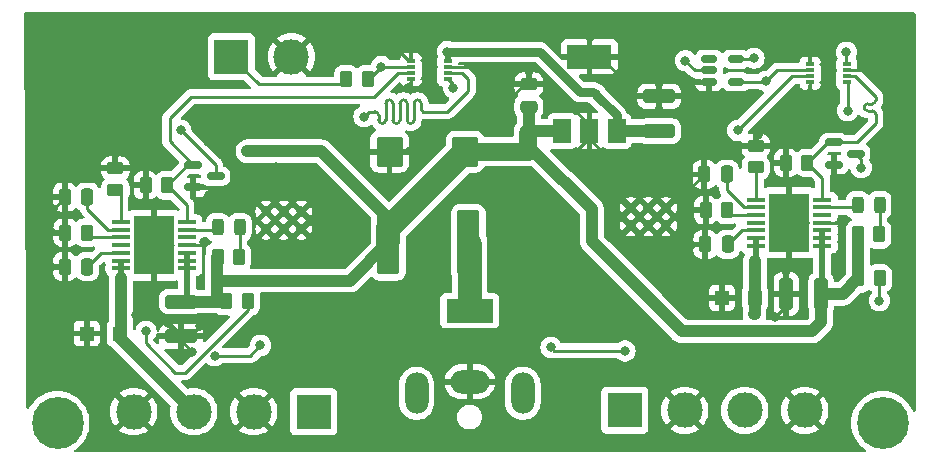
<source format=gbr>
%TF.GenerationSoftware,KiCad,Pcbnew,7.0.7*%
%TF.CreationDate,2024-03-31T21:20:53-04:00*%
%TF.ProjectId,4ch-driver-v0,3463682d-6472-4697-9665-722d76302e6b,rev?*%
%TF.SameCoordinates,Original*%
%TF.FileFunction,Copper,L1,Top*%
%TF.FilePolarity,Positive*%
%FSLAX46Y46*%
G04 Gerber Fmt 4.6, Leading zero omitted, Abs format (unit mm)*
G04 Created by KiCad (PCBNEW 7.0.7) date 2024-03-31 21:20:53*
%MOMM*%
%LPD*%
G01*
G04 APERTURE LIST*
G04 Aperture macros list*
%AMRoundRect*
0 Rectangle with rounded corners*
0 $1 Rounding radius*
0 $2 $3 $4 $5 $6 $7 $8 $9 X,Y pos of 4 corners*
0 Add a 4 corners polygon primitive as box body*
4,1,4,$2,$3,$4,$5,$6,$7,$8,$9,$2,$3,0*
0 Add four circle primitives for the rounded corners*
1,1,$1+$1,$2,$3*
1,1,$1+$1,$4,$5*
1,1,$1+$1,$6,$7*
1,1,$1+$1,$8,$9*
0 Add four rect primitives between the rounded corners*
20,1,$1+$1,$2,$3,$4,$5,0*
20,1,$1+$1,$4,$5,$6,$7,0*
20,1,$1+$1,$6,$7,$8,$9,0*
20,1,$1+$1,$8,$9,$2,$3,0*%
G04 Aperture macros list end*
%TA.AperFunction,SMDPad,CuDef*%
%ADD10RoundRect,0.250000X-0.262500X-0.450000X0.262500X-0.450000X0.262500X0.450000X-0.262500X0.450000X0*%
%TD*%
%TA.AperFunction,SMDPad,CuDef*%
%ADD11RoundRect,0.250000X-1.100000X0.325000X-1.100000X-0.325000X1.100000X-0.325000X1.100000X0.325000X0*%
%TD*%
%TA.AperFunction,SMDPad,CuDef*%
%ADD12R,0.800000X0.300000*%
%TD*%
%TA.AperFunction,SMDPad,CuDef*%
%ADD13RoundRect,0.243750X-0.243750X-0.456250X0.243750X-0.456250X0.243750X0.456250X-0.243750X0.456250X0*%
%TD*%
%TA.AperFunction,SMDPad,CuDef*%
%ADD14RoundRect,0.250000X-0.450000X0.262500X-0.450000X-0.262500X0.450000X-0.262500X0.450000X0.262500X0*%
%TD*%
%TA.AperFunction,ComponentPad*%
%ADD15C,4.400000*%
%TD*%
%TA.AperFunction,SMDPad,CuDef*%
%ADD16RoundRect,0.250000X-0.250000X-0.475000X0.250000X-0.475000X0.250000X0.475000X-0.250000X0.475000X0*%
%TD*%
%TA.AperFunction,SMDPad,CuDef*%
%ADD17RoundRect,0.250000X0.712500X2.475000X-0.712500X2.475000X-0.712500X-2.475000X0.712500X-2.475000X0*%
%TD*%
%TA.AperFunction,SMDPad,CuDef*%
%ADD18R,1.200000X1.200000*%
%TD*%
%TA.AperFunction,SMDPad,CuDef*%
%ADD19RoundRect,0.150000X-0.587500X-0.150000X0.587500X-0.150000X0.587500X0.150000X-0.587500X0.150000X0*%
%TD*%
%TA.AperFunction,SMDPad,CuDef*%
%ADD20RoundRect,0.150000X-0.512500X-0.150000X0.512500X-0.150000X0.512500X0.150000X-0.512500X0.150000X0*%
%TD*%
%TA.AperFunction,SMDPad,CuDef*%
%ADD21RoundRect,0.250000X0.325000X1.100000X-0.325000X1.100000X-0.325000X-1.100000X0.325000X-1.100000X0*%
%TD*%
%TA.AperFunction,SMDPad,CuDef*%
%ADD22R,1.600000X0.300000*%
%TD*%
%TA.AperFunction,SMDPad,CuDef*%
%ADD23R,3.400000X5.000000*%
%TD*%
%TA.AperFunction,ComponentPad*%
%ADD24C,0.800000*%
%TD*%
%TA.AperFunction,SMDPad,CuDef*%
%ADD25RoundRect,0.250000X-0.475000X0.250000X-0.475000X-0.250000X0.475000X-0.250000X0.475000X0.250000X0*%
%TD*%
%TA.AperFunction,ComponentPad*%
%ADD26R,3.000000X3.000000*%
%TD*%
%TA.AperFunction,ComponentPad*%
%ADD27C,3.000000*%
%TD*%
%TA.AperFunction,SMDPad,CuDef*%
%ADD28RoundRect,0.250000X0.875000X1.025000X-0.875000X1.025000X-0.875000X-1.025000X0.875000X-1.025000X0*%
%TD*%
%TA.AperFunction,SMDPad,CuDef*%
%ADD29R,1.500000X2.000000*%
%TD*%
%TA.AperFunction,SMDPad,CuDef*%
%ADD30R,3.800000X2.000000*%
%TD*%
%TA.AperFunction,ComponentPad*%
%ADD31R,4.000000X2.000000*%
%TD*%
%TA.AperFunction,ComponentPad*%
%ADD32O,3.300000X2.000000*%
%TD*%
%TA.AperFunction,ComponentPad*%
%ADD33O,2.000000X3.500000*%
%TD*%
%TA.AperFunction,ViaPad*%
%ADD34C,0.800000*%
%TD*%
%TA.AperFunction,Conductor*%
%ADD35C,0.500000*%
%TD*%
%TA.AperFunction,Conductor*%
%ADD36C,0.250000*%
%TD*%
%TA.AperFunction,Conductor*%
%ADD37C,1.000000*%
%TD*%
%TA.AperFunction,Conductor*%
%ADD38C,1.500000*%
%TD*%
%TA.AperFunction,Conductor*%
%ADD39C,2.000000*%
%TD*%
%TA.AperFunction,Conductor*%
%ADD40C,0.720000*%
%TD*%
G04 APERTURE END LIST*
D10*
%TO.P,R12,1*%
%TO.N,GND*%
X109807500Y-102070000D03*
%TO.P,R12,2*%
%TO.N,/freq2*%
X111632500Y-102070000D03*
%TD*%
D11*
%TO.P,C9,1*%
%TO.N,+12V*%
X119600000Y-107905000D03*
%TO.P,C9,2*%
%TO.N,GND*%
X119600000Y-110855000D03*
%TD*%
D12*
%TO.P,U4,1,1~{OE}*%
%TO.N,GND*%
X139076000Y-87520000D03*
%TO.P,U4,2,1A*%
%TO.N,in_sig*%
X139076000Y-88020000D03*
%TO.P,U4,3,2Y*%
%TO.N,/in_term2*%
X139076000Y-88520000D03*
%TO.P,U4,4,GND*%
%TO.N,GND*%
X139076000Y-89020000D03*
%TO.P,U4,5,2A*%
%TO.N,in_sig*%
X142176000Y-89020000D03*
%TO.P,U4,6,1Y*%
%TO.N,/in_term1*%
X142176000Y-88520000D03*
%TO.P,U4,7,2~{OE}*%
%TO.N,GND*%
X142176000Y-88020000D03*
%TO.P,U4,8,Vcc*%
%TO.N,+5V*%
X142176000Y-87520000D03*
%TD*%
D13*
%TO.P,D5,1,K*%
%TO.N,/fault2*%
X122712500Y-101620000D03*
%TO.P,D5,2,A*%
%TO.N,Net-(D5-A)*%
X124587500Y-101620000D03*
%TD*%
D14*
%TO.P,R14,1*%
%TO.N,GND*%
X168254000Y-94721500D03*
%TO.P,R14,2*%
%TO.N,/inverted_signal/duty3*%
X168254000Y-96546500D03*
%TD*%
D15*
%TO.P,H1,1*%
%TO.N,N/C*%
X179040000Y-118180000D03*
%TD*%
D16*
%TO.P,C8,1*%
%TO.N,GND*%
X109770000Y-104950000D03*
%TO.P,C8,2*%
%TO.N,Net-(U3-BOOT)*%
X111670000Y-104950000D03*
%TD*%
D17*
%TO.P,F1,1*%
%TO.N,/12V_IN*%
X143927500Y-102900000D03*
%TO.P,F1,2*%
%TO.N,+12V*%
X137152500Y-102900000D03*
%TD*%
D13*
%TO.P,D7,1,K*%
%TO.N,/inverted_signal/fault3*%
X176876500Y-99724000D03*
%TO.P,D7,2,A*%
%TO.N,Net-(D7-A)*%
X178751500Y-99724000D03*
%TD*%
D18*
%TO.P,D6,1,K*%
%TO.N,/out2*%
X114407500Y-110610000D03*
%TO.P,D6,2,A*%
%TO.N,GND*%
X111607500Y-110610000D03*
%TD*%
D19*
%TO.P,Q2,1,G*%
%TO.N,/in_term2*%
X120642500Y-96340000D03*
%TO.P,Q2,2,S*%
%TO.N,GND*%
X120642500Y-98240000D03*
%TO.P,Q2,3,D*%
%TO.N,Net-(D4-K)*%
X122517500Y-97290000D03*
%TD*%
D20*
%TO.P,U8,1,NC*%
%TO.N,unconnected-(U8-NC-Pad1)*%
X164312500Y-87390000D03*
%TO.P,U8,2,In*%
%TO.N,in_sig*%
X164312500Y-88340000D03*
%TO.P,U8,3,GND*%
%TO.N,GND*%
X164312500Y-89290000D03*
%TO.P,U8,4,Out*%
%TO.N,/inverted_signal/inverted*%
X166587500Y-89290000D03*
%TO.P,U8,5,Vcc*%
%TO.N,+5V*%
X166587500Y-87390000D03*
%TD*%
D21*
%TO.P,C13,1*%
%TO.N,+12V*%
X173795000Y-107250000D03*
%TO.P,C13,2*%
%TO.N,GND*%
X170845000Y-107250000D03*
%TD*%
D22*
%TO.P,U3,1,DUTY_CYCLE_ADJ*%
%TO.N,/duty2*%
X114500000Y-101180000D03*
%TO.P,U3,2,DELAY_ADJ*%
%TO.N,/delay2*%
X114500000Y-101830000D03*
%TO.P,U3,3,OSC_FREQ_ADJ*%
%TO.N,/freq2*%
X114500000Y-102480000D03*
%TO.P,U3,4,MASTER*%
%TO.N,unconnected-(U3-MASTER-Pad4)*%
X114500000Y-103130000D03*
%TO.P,U3,5,BOOT*%
%TO.N,Net-(U3-BOOT)*%
X114500000Y-103780000D03*
%TO.P,U3,6,OUT1*%
%TO.N,/out2*%
X114500000Y-104430000D03*
%TO.P,U3,7,OUT2*%
X114500000Y-105080000D03*
%TO.P,U3,8,VPS2*%
%TO.N,+12V*%
X120100000Y-105080000D03*
%TO.P,U3,9,VPS1*%
X120100000Y-104430000D03*
%TO.P,U3,10,+VS*%
X120100000Y-103780000D03*
%TO.P,U3,11,GND*%
%TO.N,GND*%
X120100000Y-103130000D03*
%TO.P,U3,12,SYNC*%
%TO.N,unconnected-(U3-SYNC-Pad12)*%
X120100000Y-102480000D03*
%TO.P,U3,13,STATUS_OK_FLAG*%
%TO.N,/fault2*%
X120100000Y-101830000D03*
%TO.P,U3,14,INPUT*%
%TO.N,/in_term2*%
X120100000Y-101180000D03*
D23*
%TO.P,U3,15,EPAD*%
%TO.N,GND*%
X117300000Y-103130000D03*
D24*
%TO.P,U3,16*%
X116550000Y-101630000D03*
%TO.P,U3,17*%
X118050000Y-101630000D03*
%TO.P,U3,18*%
X116550000Y-103130000D03*
%TO.P,U3,19*%
X118050000Y-103130000D03*
%TO.P,U3,20*%
X116550000Y-104630000D03*
%TO.P,U3,21*%
X118050000Y-104630000D03*
%TD*%
D22*
%TO.P,U5,1,DUTY_CYCLE_ADJ*%
%TO.N,/inverted_signal/duty3*%
X168294000Y-99274000D03*
%TO.P,U5,2,DELAY_ADJ*%
%TO.N,/inverted_signal/delay3*%
X168294000Y-99924000D03*
%TO.P,U5,3,OSC_FREQ_ADJ*%
%TO.N,/inverted_signal/freq3*%
X168294000Y-100574000D03*
%TO.P,U5,4,MASTER*%
%TO.N,unconnected-(U5-MASTER-Pad4)*%
X168294000Y-101224000D03*
%TO.P,U5,5,BOOT*%
%TO.N,Net-(U5-BOOT)*%
X168294000Y-101874000D03*
%TO.P,U5,6,OUT1*%
%TO.N,/inverted_signal/out3*%
X168294000Y-102524000D03*
%TO.P,U5,7,OUT2*%
X168294000Y-103174000D03*
%TO.P,U5,8,VPS2*%
%TO.N,+12V*%
X173894000Y-103174000D03*
%TO.P,U5,9,VPS1*%
X173894000Y-102524000D03*
%TO.P,U5,10,+VS*%
X173894000Y-101874000D03*
%TO.P,U5,11,GND*%
%TO.N,GND*%
X173894000Y-101224000D03*
%TO.P,U5,12,SYNC*%
%TO.N,unconnected-(U5-SYNC-Pad12)*%
X173894000Y-100574000D03*
%TO.P,U5,13,STATUS_OK_FLAG*%
%TO.N,/inverted_signal/fault3*%
X173894000Y-99924000D03*
%TO.P,U5,14,INPUT*%
%TO.N,/inverted_signal/in_term3*%
X173894000Y-99274000D03*
D23*
%TO.P,U5,15,EPAD*%
%TO.N,GND*%
X171094000Y-101224000D03*
D24*
%TO.P,U5,16*%
X170344000Y-99724000D03*
%TO.P,U5,17*%
X171844000Y-99724000D03*
%TO.P,U5,18*%
X170344000Y-101224000D03*
%TO.P,U5,19*%
X171844000Y-101224000D03*
%TO.P,U5,20*%
X170344000Y-102724000D03*
%TO.P,U5,21*%
X171844000Y-102724000D03*
%TD*%
D15*
%TO.P,H2,1*%
%TO.N,N/C*%
X109140000Y-118180000D03*
%TD*%
D25*
%TO.P,C5,1*%
%TO.N,GND*%
X149050000Y-89510000D03*
%TO.P,C5,2*%
%TO.N,+12V*%
X149050000Y-91410000D03*
%TD*%
D26*
%TO.P,J2,1,Pin_1*%
%TO.N,/inverted_signal/out4*%
X157170000Y-117120000D03*
D27*
%TO.P,J2,2,Pin_2*%
%TO.N,GND*%
X162250000Y-117120000D03*
%TO.P,J2,3,Pin_3*%
%TO.N,/inverted_signal/out3*%
X167330000Y-117120000D03*
%TO.P,J2,4,Pin_4*%
%TO.N,GND*%
X172410000Y-117120000D03*
%TD*%
D10*
%TO.P,R8,1*%
%TO.N,+12V*%
X176901500Y-102224000D03*
%TO.P,R8,2*%
%TO.N,Net-(D7-A)*%
X178726500Y-102224000D03*
%TD*%
D16*
%TO.P,C7,1*%
%TO.N,GND*%
X109770000Y-99060000D03*
%TO.P,C7,2*%
%TO.N,/delay2*%
X111670000Y-99060000D03*
%TD*%
D10*
%TO.P,R13,1*%
%TO.N,GND*%
X170811500Y-96164000D03*
%TO.P,R13,2*%
%TO.N,/inverted_signal/in_term3*%
X172636500Y-96164000D03*
%TD*%
D18*
%TO.P,D8,1,K*%
%TO.N,/inverted_signal/out3*%
X168188000Y-107574000D03*
%TO.P,D8,2,A*%
%TO.N,GND*%
X165388000Y-107574000D03*
%TD*%
D28*
%TO.P,C1,1*%
%TO.N,+12V*%
X143650000Y-95210000D03*
%TO.P,C1,2*%
%TO.N,GND*%
X137250000Y-95210000D03*
%TD*%
D11*
%TO.P,C6,1*%
%TO.N,GND*%
X160090000Y-90525000D03*
%TO.P,C6,2*%
%TO.N,+5V*%
X160090000Y-93475000D03*
%TD*%
D10*
%TO.P,R15,1*%
%TO.N,GND*%
X164021500Y-100164000D03*
%TO.P,R15,2*%
%TO.N,/inverted_signal/freq3*%
X165846500Y-100164000D03*
%TD*%
D14*
%TO.P,R11,1*%
%TO.N,GND*%
X114040000Y-96627500D03*
%TO.P,R11,2*%
%TO.N,/duty2*%
X114040000Y-98452500D03*
%TD*%
D10*
%TO.P,R20,1*%
%TO.N,/in*%
X133587500Y-89080000D03*
%TO.P,R20,2*%
%TO.N,in_sig*%
X135412500Y-89080000D03*
%TD*%
%TO.P,R9,1*%
%TO.N,+12V*%
X122687500Y-104130000D03*
%TO.P,R9,2*%
%TO.N,Net-(D5-A)*%
X124512500Y-104130000D03*
%TD*%
%TO.P,R7,1*%
%TO.N,+12V*%
X123437500Y-107880000D03*
%TO.P,R7,2*%
%TO.N,Net-(D4-A)*%
X125262500Y-107880000D03*
%TD*%
%TO.P,R10,1*%
%TO.N,GND*%
X116597500Y-98070000D03*
%TO.P,R10,2*%
%TO.N,/in_term2*%
X118422500Y-98070000D03*
%TD*%
D29*
%TO.P,U2,1,Vcc*%
%TO.N,+12V*%
X151880000Y-93470000D03*
%TO.P,U2,2,GND*%
%TO.N,GND*%
X154180000Y-93470000D03*
D30*
X154180000Y-87170000D03*
D29*
%TO.P,U2,3,Vout*%
%TO.N,+5V*%
X156480000Y-93470000D03*
%TD*%
D16*
%TO.P,C12,1*%
%TO.N,GND*%
X163984000Y-103074000D03*
%TO.P,C12,2*%
%TO.N,Net-(U5-BOOT)*%
X165884000Y-103074000D03*
%TD*%
%TO.P,C11,1*%
%TO.N,GND*%
X163914000Y-97144000D03*
%TO.P,C11,2*%
%TO.N,/inverted_signal/delay3*%
X165814000Y-97144000D03*
%TD*%
D12*
%TO.P,U7,1,1~{OE}*%
%TO.N,GND*%
X172870000Y-87820000D03*
%TO.P,U7,2,1A*%
%TO.N,/inverted_signal/inverted*%
X172870000Y-88320000D03*
%TO.P,U7,3,2Y*%
%TO.N,/inverted_signal/in_term4*%
X172870000Y-88820000D03*
%TO.P,U7,4,GND*%
%TO.N,GND*%
X172870000Y-89320000D03*
%TO.P,U7,5,2A*%
%TO.N,/inverted_signal/inverted*%
X175970000Y-89320000D03*
%TO.P,U7,6,1Y*%
%TO.N,/inverted_signal/in_term3*%
X175970000Y-88820000D03*
%TO.P,U7,7,2~{OE}*%
%TO.N,GND*%
X175970000Y-88320000D03*
%TO.P,U7,8,Vcc*%
%TO.N,+5V*%
X175970000Y-87820000D03*
%TD*%
D19*
%TO.P,Q3,1,G*%
%TO.N,/inverted_signal/in_term3*%
X174856500Y-94434000D03*
%TO.P,Q3,2,S*%
%TO.N,GND*%
X174856500Y-96334000D03*
%TO.P,Q3,3,D*%
%TO.N,Net-(D11-K)*%
X176731500Y-95384000D03*
%TD*%
D10*
%TO.P,R2,1*%
%TO.N,+12V*%
X176927500Y-105950000D03*
%TO.P,R2,2*%
%TO.N,Net-(D11-A)*%
X178752500Y-105950000D03*
%TD*%
D31*
%TO.P,J1,1*%
%TO.N,/12V_IN*%
X144040000Y-108680000D03*
D32*
%TO.P,J1,2*%
%TO.N,GND*%
X144040000Y-114680000D03*
D33*
%TO.P,J1,MP*%
%TO.N,N/C*%
X148540000Y-115680000D03*
X139540000Y-115680000D03*
%TD*%
D24*
%TO.P,U6,16*%
%TO.N,GND*%
X160668000Y-101460000D03*
%TO.P,U6,17*%
X160668000Y-99960000D03*
%TO.P,U6,18*%
X159168000Y-101460000D03*
%TO.P,U6,19*%
X159168000Y-99960000D03*
%TO.P,U6,20*%
X157668000Y-101460000D03*
%TO.P,U6,21*%
X157668000Y-99960000D03*
%TD*%
D26*
%TO.P,J4,1,Pin_1*%
%TO.N,/in*%
X123870000Y-87180000D03*
D27*
%TO.P,J4,2,Pin_2*%
%TO.N,GND*%
X128950000Y-87180000D03*
%TD*%
D26*
%TO.P,J3,1,Pin_1*%
%TO.N,/out1*%
X130840000Y-117230000D03*
D27*
%TO.P,J3,2,Pin_2*%
%TO.N,GND*%
X125760000Y-117230000D03*
%TO.P,J3,3,Pin_3*%
%TO.N,/out2*%
X120680000Y-117230000D03*
%TO.P,J3,4,Pin_4*%
%TO.N,GND*%
X115600000Y-117230000D03*
%TD*%
D24*
%TO.P,U1,16*%
%TO.N,GND*%
X129790000Y-101770000D03*
%TO.P,U1,17*%
X129790000Y-100270000D03*
%TO.P,U1,18*%
X128290000Y-101770000D03*
%TO.P,U1,19*%
X128290000Y-100270000D03*
%TO.P,U1,20*%
X126790000Y-101770000D03*
%TO.P,U1,21*%
X126790000Y-100270000D03*
%TD*%
D34*
%TO.N,+12V*%
X125220000Y-95182500D03*
X154380000Y-100080000D03*
%TO.N,GND*%
X131410000Y-109130000D03*
X125610000Y-109930000D03*
X120540000Y-112140000D03*
X118520000Y-109680000D03*
X110230000Y-110630000D03*
X121950000Y-98850000D03*
X175550000Y-101100000D03*
X154210000Y-85470000D03*
X160080000Y-89360000D03*
X121900000Y-94390000D03*
X152770000Y-91550000D03*
X160090000Y-91680000D03*
X144440000Y-88040000D03*
X162800000Y-98370000D03*
X112570000Y-96620000D03*
X165390000Y-112070000D03*
X162760000Y-100180000D03*
X170820000Y-94670000D03*
X108790000Y-100100000D03*
X121240000Y-109950000D03*
X162560000Y-108710000D03*
X138990000Y-95190000D03*
X162790000Y-103080000D03*
X121490000Y-100100000D03*
X168420000Y-93790000D03*
X169880000Y-109230000D03*
X152760000Y-95450000D03*
X137270000Y-97400000D03*
X115700000Y-95310000D03*
X155200000Y-109960000D03*
X177460000Y-88080000D03*
X138100000Y-86740000D03*
X111590000Y-109230000D03*
X149050000Y-88360000D03*
X156560000Y-88640000D03*
X108550000Y-102030000D03*
X138848000Y-89794000D03*
X172840000Y-90240000D03*
X134240000Y-107880000D03*
X133640000Y-95110000D03*
X108600000Y-104950000D03*
X170820000Y-97630000D03*
X128390000Y-110240000D03*
X116570000Y-99500000D03*
X155970000Y-95950000D03*
X159470000Y-109940000D03*
X162580000Y-94280000D03*
X127650000Y-96550000D03*
X164270000Y-90390000D03*
X175150000Y-97610000D03*
X114060000Y-95340000D03*
X174330000Y-90420000D03*
X132150000Y-92820000D03*
X130250000Y-110500000D03*
X147270000Y-90900000D03*
X165410000Y-109060000D03*
X172860000Y-86050000D03*
X115800000Y-109030000D03*
X121530000Y-102850000D03*
X157880000Y-109860000D03*
X165510000Y-90570000D03*
X158528000Y-96170000D03*
X131620000Y-97360000D03*
X165400000Y-106060000D03*
X170820000Y-105310000D03*
%TO.N,+5V*%
X142150000Y-86746000D03*
X154730000Y-90370000D03*
X175940000Y-86790000D03*
X168110000Y-87310000D03*
%TO.N,Net-(D1-A)*%
X122440000Y-112480000D03*
X126320000Y-111620000D03*
%TO.N,Net-(D4-K)*%
X119580000Y-93400000D03*
%TO.N,Net-(D4-A)*%
X116630000Y-110430000D03*
%TO.N,/in_term1*%
X135100000Y-92240000D03*
%TO.N,/inverted_signal/out3*%
X168150000Y-108950000D03*
%TO.N,Net-(D11-K)*%
X177180000Y-96560000D03*
%TO.N,Net-(D11-A)*%
X178720000Y-107830000D03*
%TO.N,Net-(D12-A)*%
X150920000Y-111790000D03*
X157180000Y-112080000D03*
%TO.N,/inverted_signal/in_term4*%
X166740000Y-93420000D03*
%TO.N,in_sig*%
X142658000Y-89794000D03*
X162310000Y-87510000D03*
X136562000Y-88016000D03*
%TO.N,/inverted_signal/inverted*%
X176040000Y-91750000D03*
X169120000Y-89250000D03*
%TD*%
D35*
%TO.N,+12V*%
X173894000Y-102056000D02*
X173900000Y-102050000D01*
D36*
X173795000Y-107250000D02*
X173894000Y-107151000D01*
D37*
X133922500Y-106130000D02*
X122660000Y-106130000D01*
D38*
X149008000Y-95210000D02*
X149008000Y-93604000D01*
D37*
X122660000Y-104157500D02*
X122687500Y-104130000D01*
X173795000Y-107250000D02*
X175627500Y-107250000D01*
D36*
X123412500Y-107905000D02*
X123437500Y-107880000D01*
D37*
X154380000Y-102800000D02*
X162010000Y-110430000D01*
D36*
X149050000Y-93562000D02*
X149008000Y-93604000D01*
D35*
X120080000Y-103930000D02*
X120080000Y-107425000D01*
D37*
X147402000Y-95210000D02*
X149510000Y-95210000D01*
X122660000Y-107855000D02*
X122660000Y-106130000D01*
X154380000Y-100080000D02*
X154380000Y-102800000D01*
X122660000Y-106130000D02*
X122660000Y-104157500D01*
D39*
X137152500Y-101707500D02*
X143650000Y-95210000D01*
D37*
X137152500Y-100862500D02*
X131472500Y-95182500D01*
X173795000Y-109665000D02*
X173795000Y-107250000D01*
X151880000Y-93470000D02*
X149142000Y-93470000D01*
X149050000Y-91410000D02*
X149050000Y-93562000D01*
X122610000Y-107905000D02*
X122660000Y-107855000D01*
D35*
X173894000Y-107151000D02*
X173894000Y-102056000D01*
D37*
X119600000Y-107905000D02*
X123412500Y-107905000D01*
X175627500Y-107250000D02*
X176927500Y-105950000D01*
D38*
X143650000Y-95210000D02*
X147402000Y-95210000D01*
D37*
X176927500Y-105950000D02*
X176927500Y-102250000D01*
X162010000Y-110430000D02*
X173030000Y-110430000D01*
D39*
X137152500Y-102900000D02*
X137152500Y-101707500D01*
D37*
X173030000Y-110430000D02*
X173795000Y-109665000D01*
D35*
X120080000Y-107425000D02*
X119600000Y-107905000D01*
D37*
X137152500Y-102900000D02*
X133922500Y-106130000D01*
D38*
X147402000Y-95210000D02*
X149008000Y-95210000D01*
D37*
X149510000Y-95210000D02*
X154380000Y-100080000D01*
X131472500Y-95182500D02*
X125220000Y-95182500D01*
X137152500Y-102900000D02*
X137152500Y-100862500D01*
D36*
%TO.N,GND*%
X170811500Y-96164000D02*
X170811500Y-97621500D01*
X172870000Y-90210000D02*
X172840000Y-90240000D01*
X160090000Y-90525000D02*
X160090000Y-91680000D01*
X121530000Y-102850000D02*
X121250000Y-103130000D01*
X172870000Y-87820000D02*
X172870000Y-86060000D01*
X170845000Y-107250000D02*
X170845000Y-108265000D01*
D35*
X115580000Y-95290000D02*
X114110000Y-95290000D01*
D36*
X139076000Y-89566000D02*
X138848000Y-89794000D01*
X170845000Y-105335000D02*
X170820000Y-105310000D01*
X137250000Y-97380000D02*
X137270000Y-97400000D01*
X162800000Y-98258000D02*
X163914000Y-97144000D01*
X139076000Y-87520000D02*
X138880000Y-87520000D01*
X116597500Y-99472500D02*
X116570000Y-99500000D01*
X154180000Y-85500000D02*
X154210000Y-85470000D01*
X170811500Y-97621500D02*
X170820000Y-97630000D01*
X121250000Y-103130000D02*
X120100000Y-103130000D01*
X111607500Y-110610000D02*
X111607500Y-109247500D01*
X164021500Y-100164000D02*
X162776000Y-100164000D01*
X172870000Y-86060000D02*
X172860000Y-86050000D01*
X148660000Y-89510000D02*
X147270000Y-90900000D01*
X160090000Y-89370000D02*
X160080000Y-89360000D01*
X154180000Y-87170000D02*
X155090000Y-87170000D01*
X154180000Y-93470000D02*
X154180000Y-92960000D01*
X115700000Y-95310000D02*
X115600000Y-95310000D01*
X170845000Y-107250000D02*
X170845000Y-105335000D01*
X110250000Y-110610000D02*
X110230000Y-110630000D01*
X109770000Y-99120000D02*
X108790000Y-100100000D01*
X139076000Y-89020000D02*
X139076000Y-89566000D01*
X112577500Y-96627500D02*
X112570000Y-96620000D01*
X108590000Y-102070000D02*
X108550000Y-102030000D01*
X111607500Y-109247500D02*
X111590000Y-109230000D01*
X119600000Y-110760000D02*
X118520000Y-109680000D01*
X168254000Y-94721500D02*
X168254000Y-93956000D01*
X163984000Y-103074000D02*
X162796000Y-103074000D01*
X174856500Y-97316500D02*
X175150000Y-97610000D01*
X160090000Y-90525000D02*
X160090000Y-89370000D01*
X154180000Y-87170000D02*
X154180000Y-85500000D01*
X168254000Y-94721500D02*
X170768500Y-94721500D01*
X170811500Y-96164000D02*
X170811500Y-94678500D01*
X119600000Y-110855000D02*
X119600000Y-111200000D01*
X119600000Y-111200000D02*
X120540000Y-112140000D01*
X119600000Y-110855000D02*
X119600000Y-110760000D01*
X165388000Y-107574000D02*
X165388000Y-106072000D01*
D35*
X117775000Y-109030000D02*
X115800000Y-109030000D01*
X119600000Y-110855000D02*
X117775000Y-109030000D01*
D36*
X170845000Y-108265000D02*
X169880000Y-109230000D01*
X175970000Y-88320000D02*
X177220000Y-88320000D01*
X165388000Y-107574000D02*
X165388000Y-109038000D01*
X154180000Y-94030000D02*
X152760000Y-95450000D01*
X164312500Y-89290000D02*
X164312500Y-90347500D01*
X170811500Y-94678500D02*
X170820000Y-94670000D01*
X162776000Y-100164000D02*
X162760000Y-100180000D01*
X162796000Y-103074000D02*
X162790000Y-103080000D01*
X177220000Y-88320000D02*
X177460000Y-88080000D01*
X109770000Y-99060000D02*
X109770000Y-99120000D01*
X114040000Y-96627500D02*
X114040000Y-95360000D01*
X168254000Y-93956000D02*
X168420000Y-93790000D01*
X154180000Y-93470000D02*
X154180000Y-94160000D01*
X172870000Y-89320000D02*
X172870000Y-90210000D01*
X165388000Y-109038000D02*
X165410000Y-109060000D01*
X175426000Y-101224000D02*
X175550000Y-101100000D01*
D35*
X116597500Y-98070000D02*
X116597500Y-96307500D01*
D36*
X115600000Y-95310000D02*
X115580000Y-95290000D01*
X154180000Y-92960000D02*
X152770000Y-91550000D01*
X109807500Y-102070000D02*
X108590000Y-102070000D01*
X149050000Y-89510000D02*
X149050000Y-88360000D01*
X138970000Y-95210000D02*
X138990000Y-95190000D01*
X119600000Y-110855000D02*
X120335000Y-110855000D01*
X164312500Y-90347500D02*
X164270000Y-90390000D01*
X137250000Y-95210000D02*
X137250000Y-97380000D01*
X109770000Y-104950000D02*
X108600000Y-104950000D01*
X173894000Y-101224000D02*
X175426000Y-101224000D01*
X144420000Y-88020000D02*
X144440000Y-88040000D01*
X170768500Y-94721500D02*
X170820000Y-94670000D01*
X120335000Y-110855000D02*
X121240000Y-109950000D01*
X154180000Y-94160000D02*
X155970000Y-95950000D01*
X162800000Y-98370000D02*
X162800000Y-98258000D01*
X138880000Y-87520000D02*
X138100000Y-86740000D01*
D35*
X116597500Y-96307500D02*
X115700000Y-95410000D01*
D36*
X137250000Y-95210000D02*
X138970000Y-95210000D01*
X174856500Y-96334000D02*
X174856500Y-97316500D01*
X114040000Y-95360000D02*
X114060000Y-95340000D01*
X114110000Y-95290000D02*
X114060000Y-95340000D01*
X155090000Y-87170000D02*
X156560000Y-88640000D01*
X154180000Y-93470000D02*
X154180000Y-94030000D01*
X116597500Y-98070000D02*
X116597500Y-99472500D01*
X111607500Y-110610000D02*
X110250000Y-110610000D01*
D35*
X115700000Y-95410000D02*
X115700000Y-95310000D01*
D36*
X114040000Y-96627500D02*
X112577500Y-96627500D01*
X149050000Y-89510000D02*
X148660000Y-89510000D01*
X165388000Y-106072000D02*
X165400000Y-106060000D01*
X142176000Y-88020000D02*
X144420000Y-88020000D01*
%TO.N,+5V*%
X175940000Y-87790000D02*
X175970000Y-87820000D01*
D40*
X149962000Y-86772000D02*
X153380000Y-90190000D01*
D36*
X166587500Y-87390000D02*
X168030000Y-87390000D01*
D37*
X156480000Y-93470000D02*
X160085000Y-93470000D01*
X160085000Y-93470000D02*
X160090000Y-93475000D01*
D40*
X154520000Y-90190000D02*
X154700000Y-90370000D01*
X156480000Y-92150000D02*
X156480000Y-93470000D01*
X153380000Y-90190000D02*
X154520000Y-90190000D01*
D35*
X142176000Y-87324000D02*
X142176000Y-86772000D01*
D36*
X142176000Y-86772000D02*
X142150000Y-86746000D01*
D40*
X142176000Y-86772000D02*
X149962000Y-86772000D01*
X154730000Y-90370000D02*
X154730000Y-90400000D01*
X154700000Y-90370000D02*
X154730000Y-90370000D01*
D36*
X175940000Y-86790000D02*
X175940000Y-87790000D01*
D40*
X154730000Y-90400000D02*
X156480000Y-92150000D01*
D36*
X168030000Y-87390000D02*
X168110000Y-87310000D01*
%TO.N,/delay2*%
X113450000Y-101830000D02*
X114500000Y-101830000D01*
X111670000Y-100050000D02*
X113450000Y-101830000D01*
X111670000Y-99060000D02*
X111670000Y-100050000D01*
%TO.N,Net-(U3-BOOT)*%
X111670000Y-104950000D02*
X112840000Y-103780000D01*
X112840000Y-103780000D02*
X114500000Y-103780000D01*
%TO.N,Net-(D1-A)*%
X125460000Y-112480000D02*
X122440000Y-112480000D01*
X126320000Y-111620000D02*
X125460000Y-112480000D01*
%TO.N,Net-(D4-K)*%
X122517500Y-96337500D02*
X119580000Y-93400000D01*
X122517500Y-97290000D02*
X122517500Y-96337500D01*
%TO.N,Net-(D4-A)*%
X125262500Y-108597500D02*
X119930000Y-113930000D01*
X125262500Y-107880000D02*
X125262500Y-108597500D01*
X119130000Y-113930000D02*
X116630000Y-111430000D01*
X119930000Y-113930000D02*
X119130000Y-113930000D01*
X116630000Y-111430000D02*
X116630000Y-110430000D01*
%TO.N,/fault2*%
X122712500Y-101620000D02*
X122502500Y-101830000D01*
X122502500Y-101830000D02*
X120100000Y-101830000D01*
%TO.N,Net-(D5-A)*%
X124587500Y-101620000D02*
X124587500Y-104055000D01*
X124587500Y-104055000D02*
X124512500Y-104130000D01*
D37*
%TO.N,/out2*%
X114407500Y-110610000D02*
X114407500Y-110957500D01*
D36*
X114407500Y-110302500D02*
X114500000Y-110210000D01*
X114407500Y-110610000D02*
X114407500Y-110302500D01*
D37*
X114500000Y-110210000D02*
X114500000Y-105900000D01*
X114407500Y-110957500D02*
X120680000Y-117230000D01*
D36*
X114387500Y-110630000D02*
X114407500Y-110610000D01*
X114000000Y-110630000D02*
X114387500Y-110630000D01*
D35*
X114500000Y-104610000D02*
X114500000Y-105900000D01*
D39*
%TO.N,/12V_IN*%
X144040000Y-108680000D02*
X144040000Y-103012500D01*
D36*
%TO.N,/in_term1*%
X137532000Y-91126000D02*
X137532000Y-92542000D01*
X136332000Y-92126000D02*
X136332000Y-92526000D01*
X138732000Y-91126000D02*
X138732000Y-92526000D01*
X139932000Y-91640000D02*
X140118000Y-91826000D01*
X136932000Y-92526000D02*
X136932000Y-91126000D01*
X143928000Y-89032000D02*
X143416000Y-88520000D01*
X138132000Y-92542000D02*
X138132000Y-91126000D01*
X142150000Y-91826000D02*
X143928000Y-90048000D01*
X135100000Y-92240000D02*
X135514000Y-91826000D01*
X139932000Y-91126000D02*
X139932000Y-91640000D01*
X143416000Y-88520000D02*
X142176000Y-88520000D01*
X140118000Y-91826000D02*
X142150000Y-91826000D01*
X143928000Y-90048000D02*
X143928000Y-89032000D01*
X135514000Y-91826000D02*
X136032000Y-91826000D01*
X139332000Y-92526000D02*
X139332000Y-91126000D01*
X137832000Y-92842000D02*
G75*
G03*
X138132000Y-92542000I0J300000D01*
G01*
X137532000Y-92542000D02*
G75*
G03*
X137832000Y-92842000I300000J0D01*
G01*
X136632000Y-92826000D02*
G75*
G03*
X136932000Y-92526000I0J300000D01*
G01*
X138732000Y-92526000D02*
G75*
G03*
X139032000Y-92826000I300000J0D01*
G01*
X137532000Y-91126000D02*
G75*
G03*
X137232000Y-90826000I-300000J0D01*
G01*
X139932000Y-91126000D02*
G75*
G03*
X139632000Y-90826000I-300000J0D01*
G01*
X138432000Y-90826000D02*
G75*
G03*
X138132000Y-91126000I0J-300000D01*
G01*
X136332000Y-92526000D02*
G75*
G03*
X136632000Y-92826000I300000J0D01*
G01*
X138732000Y-91126000D02*
G75*
G03*
X138432000Y-90826000I-300000J0D01*
G01*
X139032000Y-92826000D02*
G75*
G03*
X139332000Y-92526000I0J300000D01*
G01*
X137232000Y-90826000D02*
G75*
G03*
X136932000Y-91126000I0J-300000D01*
G01*
X136332000Y-92126000D02*
G75*
G03*
X136032000Y-91826000I-300000J0D01*
G01*
X139632000Y-90826000D02*
G75*
G03*
X139332000Y-91126000I0J-300000D01*
G01*
%TO.N,/in_term2*%
X118422500Y-98070000D02*
X120100000Y-99747500D01*
X139076000Y-88520000D02*
X137963000Y-88520000D01*
X135927000Y-90556000D02*
X120464000Y-90556000D01*
X118630000Y-94327500D02*
X120642500Y-96340000D01*
X120152500Y-96340000D02*
X120642500Y-96340000D01*
X120100000Y-99747500D02*
X120100000Y-101180000D01*
X120464000Y-90556000D02*
X118630000Y-92390000D01*
X118422500Y-98070000D02*
X120152500Y-96340000D01*
X137963000Y-88520000D02*
X135927000Y-90556000D01*
X118630000Y-92390000D02*
X118630000Y-94327500D01*
%TO.N,/duty2*%
X114500000Y-98912500D02*
X114500000Y-101180000D01*
X114040000Y-98452500D02*
X114500000Y-98912500D01*
%TO.N,/freq2*%
X112042500Y-102480000D02*
X114500000Y-102480000D01*
X111632500Y-102070000D02*
X112042500Y-102480000D01*
%TO.N,/inverted_signal/delay3*%
X167244000Y-99924000D02*
X168294000Y-99924000D01*
X165814000Y-97144000D02*
X165814000Y-98494000D01*
X165814000Y-98494000D02*
X167244000Y-99924000D01*
%TO.N,Net-(U5-BOOT)*%
X167084000Y-101874000D02*
X168294000Y-101874000D01*
X165884000Y-103074000D02*
X167084000Y-101874000D01*
%TO.N,/inverted_signal/fault3*%
X176676500Y-99924000D02*
X173894000Y-99924000D01*
%TO.N,Net-(D7-A)*%
X178751500Y-102199000D02*
X178726500Y-102224000D01*
X178751500Y-99724000D02*
X178751500Y-102199000D01*
D37*
%TO.N,/inverted_signal/out3*%
X168188000Y-107574000D02*
X168160000Y-107602000D01*
X168160000Y-107602000D02*
X168160000Y-108940000D01*
D36*
X168188000Y-116262000D02*
X167330000Y-117120000D01*
D35*
X168294000Y-102684000D02*
X168294000Y-103174000D01*
D37*
X168160000Y-108940000D02*
X168150000Y-108950000D01*
D36*
X168294000Y-104336000D02*
X168180000Y-104450000D01*
D35*
X168290000Y-102680000D02*
X168294000Y-102684000D01*
D37*
X168188000Y-104458000D02*
X168180000Y-104450000D01*
X168188000Y-107574000D02*
X168188000Y-104458000D01*
D35*
X168294000Y-103174000D02*
X168294000Y-104336000D01*
D36*
%TO.N,Net-(D11-K)*%
X177180000Y-95832500D02*
X176731500Y-95384000D01*
X177180000Y-96560000D02*
X177180000Y-95832500D01*
%TO.N,Net-(D11-A)*%
X178720000Y-107830000D02*
X178720000Y-105982500D01*
X178720000Y-105982500D02*
X178752500Y-105950000D01*
%TO.N,Net-(D12-A)*%
X157180000Y-112080000D02*
X151210000Y-112080000D01*
X151210000Y-112080000D02*
X150920000Y-111790000D01*
%TO.N,/in*%
X133587500Y-89080000D02*
X133167500Y-89500000D01*
X133167500Y-89500000D02*
X126190000Y-89500000D01*
X126190000Y-89500000D02*
X123870000Y-87180000D01*
%TO.N,/inverted_signal/in_term3*%
X172636500Y-96164000D02*
X173894000Y-97421500D01*
X174366500Y-94434000D02*
X172636500Y-96164000D01*
X178430000Y-92810000D02*
X176806000Y-94434000D01*
X178430000Y-92060000D02*
X178430000Y-92810000D01*
X175970000Y-88820000D02*
X176670000Y-88820000D01*
X178130000Y-91160000D02*
X177730000Y-91160000D01*
X177730000Y-91760000D02*
X178130000Y-91760000D01*
X176670000Y-88820000D02*
X178430000Y-90580000D01*
X173894000Y-97421500D02*
X173894000Y-99274000D01*
X176806000Y-94434000D02*
X174856500Y-94434000D01*
X178430000Y-90580000D02*
X178430000Y-90860000D01*
X174856500Y-94434000D02*
X174366500Y-94434000D01*
X177730000Y-91160000D02*
G75*
G03*
X177430000Y-91460000I0J-300000D01*
G01*
X177430000Y-91460000D02*
G75*
G03*
X177730000Y-91760000I300000J0D01*
G01*
X178130000Y-91160000D02*
G75*
G03*
X178430000Y-90860000I0J300000D01*
G01*
X178430000Y-92060000D02*
G75*
G03*
X178130000Y-91760000I-300000J0D01*
G01*
%TO.N,/inverted_signal/in_term4*%
X171340000Y-88820000D02*
X166740000Y-93420000D01*
X172870000Y-88820000D02*
X171340000Y-88820000D01*
%TO.N,/inverted_signal/duty3*%
X168294000Y-96586500D02*
X168294000Y-99274000D01*
%TO.N,/inverted_signal/freq3*%
X166256500Y-100574000D02*
X168294000Y-100574000D01*
%TO.N,in_sig*%
X136562000Y-88016000D02*
X136591000Y-88045000D01*
X136562000Y-88016000D02*
X135498000Y-89080000D01*
X135498000Y-89080000D02*
X135412500Y-89080000D01*
X142658000Y-89502000D02*
X142176000Y-89020000D01*
X162310000Y-87510000D02*
X163140000Y-88340000D01*
X163140000Y-88340000D02*
X164312500Y-88340000D01*
X136591000Y-88045000D02*
X138749695Y-88045000D01*
X142658000Y-89794000D02*
X142658000Y-89502000D01*
%TO.N,/inverted_signal/inverted*%
X170070000Y-88320000D02*
X172870000Y-88320000D01*
X169120000Y-89270000D02*
X169120000Y-89250000D01*
X166587500Y-89290000D02*
X169100000Y-89290000D01*
X176040000Y-91750000D02*
X176040000Y-89390000D01*
X176040000Y-89390000D02*
X175970000Y-89320000D01*
X169140000Y-89250000D02*
X170070000Y-88320000D01*
X169100000Y-89290000D02*
X169120000Y-89270000D01*
X169120000Y-89250000D02*
X169140000Y-89250000D01*
%TD*%
%TA.AperFunction,Conductor*%
%TO.N,GND*%
G36*
X121826068Y-102475185D02*
G01*
X121864566Y-102514402D01*
X121873826Y-102529414D01*
X121880973Y-102541002D01*
X122003996Y-102664025D01*
X122004000Y-102664028D01*
X122158222Y-102759154D01*
X122157323Y-102760610D01*
X122203000Y-102800819D01*
X122222160Y-102868010D01*
X122201952Y-102934894D01*
X122148792Y-102980234D01*
X122137170Y-102984746D01*
X122105672Y-102995183D01*
X122105663Y-102995187D01*
X121956342Y-103087289D01*
X121832289Y-103211342D01*
X121740187Y-103360663D01*
X121740185Y-103360668D01*
X121715382Y-103435519D01*
X121685001Y-103527203D01*
X121685001Y-103527204D01*
X121685000Y-103527204D01*
X121674500Y-103629983D01*
X121674500Y-103947358D01*
X121670789Y-103973810D01*
X121671223Y-103973888D01*
X121670113Y-103980079D01*
X121667503Y-104014341D01*
X121666414Y-104022108D01*
X121662789Y-104039755D01*
X121659500Y-104055758D01*
X121659500Y-104117097D01*
X121659321Y-104121806D01*
X121654662Y-104182974D01*
X121656707Y-104199027D01*
X121659003Y-104217060D01*
X121659500Y-104224888D01*
X121659500Y-106028260D01*
X121659499Y-106103071D01*
X121659419Y-106106209D01*
X121655631Y-106180933D01*
X121655631Y-106180936D01*
X121658070Y-106196857D01*
X121659500Y-106215633D01*
X121659500Y-106780500D01*
X121639815Y-106847539D01*
X121587011Y-106893294D01*
X121535500Y-106904500D01*
X121066798Y-106904500D01*
X121026794Y-106895630D01*
X121026189Y-106897458D01*
X121019335Y-106895186D01*
X121019334Y-106895186D01*
X120929938Y-106865563D01*
X120915495Y-106860777D01*
X120858051Y-106821004D01*
X120831228Y-106756488D01*
X120830500Y-106743071D01*
X120830500Y-105854321D01*
X120850185Y-105787282D01*
X120902989Y-105741527D01*
X120944619Y-105731303D01*
X120944571Y-105730854D01*
X121007483Y-105724091D01*
X121078611Y-105697562D01*
X121142331Y-105673796D01*
X121257546Y-105587546D01*
X121343796Y-105472331D01*
X121394091Y-105337483D01*
X121400500Y-105277873D01*
X121400499Y-104882128D01*
X121394091Y-104822517D01*
X121385070Y-104798333D01*
X121380085Y-104728644D01*
X121385066Y-104711677D01*
X121394091Y-104687483D01*
X121400500Y-104627873D01*
X121400499Y-104232128D01*
X121394091Y-104172517D01*
X121385070Y-104148333D01*
X121380085Y-104078644D01*
X121385066Y-104061677D01*
X121394091Y-104037483D01*
X121400500Y-103977873D01*
X121400499Y-103582128D01*
X121394091Y-103522517D01*
X121384804Y-103497619D01*
X121379820Y-103427928D01*
X121384804Y-103410951D01*
X121393598Y-103387371D01*
X121399999Y-103327844D01*
X121400000Y-103327827D01*
X121400000Y-103280000D01*
X121308897Y-103280000D01*
X121241858Y-103260315D01*
X121234596Y-103255273D01*
X121199853Y-103229265D01*
X121157984Y-103173332D01*
X121153000Y-103103640D01*
X121186486Y-103042318D01*
X121199854Y-103030734D01*
X121234586Y-103004733D01*
X121300049Y-102980316D01*
X121308897Y-102980000D01*
X121400000Y-102980000D01*
X121400000Y-102932172D01*
X121399999Y-102932155D01*
X121393598Y-102872627D01*
X121393597Y-102872623D01*
X121384804Y-102849047D01*
X121379820Y-102779355D01*
X121384802Y-102762387D01*
X121394091Y-102737483D01*
X121400500Y-102677873D01*
X121400500Y-102579500D01*
X121420185Y-102512461D01*
X121472989Y-102466706D01*
X121524500Y-102455500D01*
X121759029Y-102455500D01*
X121826068Y-102475185D01*
G37*
%TD.AperFunction*%
%TA.AperFunction,Conductor*%
G36*
X175983899Y-100569185D02*
G01*
X176022398Y-100608402D01*
X176044973Y-100645002D01*
X176167996Y-100768025D01*
X176168000Y-100768028D01*
X176316066Y-100859357D01*
X176316069Y-100859358D01*
X176316075Y-100859362D01*
X176316080Y-100859363D01*
X176322618Y-100862412D01*
X176321316Y-100865202D01*
X176367385Y-100897038D01*
X176394266Y-100961530D01*
X176382012Y-101030316D01*
X176334515Y-101081559D01*
X176323417Y-101087436D01*
X176319673Y-101089181D01*
X176170342Y-101181289D01*
X176046289Y-101305342D01*
X175954187Y-101454663D01*
X175954185Y-101454668D01*
X175928075Y-101533464D01*
X175899001Y-101621203D01*
X175899001Y-101621204D01*
X175899000Y-101621204D01*
X175888500Y-101723983D01*
X175888500Y-102724001D01*
X175888501Y-102724019D01*
X175899000Y-102826796D01*
X175920706Y-102892297D01*
X175927000Y-102931302D01*
X175927000Y-105324740D01*
X175925339Y-105340433D01*
X175925689Y-105340469D01*
X175914500Y-105449983D01*
X175914500Y-105496717D01*
X175894815Y-105563756D01*
X175878181Y-105584398D01*
X175249399Y-106213181D01*
X175188076Y-106246666D01*
X175161718Y-106249500D01*
X174994499Y-106249500D01*
X174927460Y-106229815D01*
X174881705Y-106177011D01*
X174870499Y-106125500D01*
X174870499Y-106099998D01*
X174870498Y-106099981D01*
X174859999Y-105997203D01*
X174859998Y-105997200D01*
X174825687Y-105893657D01*
X174804814Y-105830666D01*
X174712712Y-105681344D01*
X174701743Y-105670375D01*
X174680818Y-105649449D01*
X174647333Y-105588125D01*
X174644500Y-105561769D01*
X174644500Y-103946351D01*
X174664185Y-103879312D01*
X174716989Y-103833557D01*
X174755247Y-103823061D01*
X174801483Y-103818091D01*
X174936331Y-103767796D01*
X175051546Y-103681546D01*
X175137796Y-103566331D01*
X175188091Y-103431483D01*
X175194500Y-103371873D01*
X175194499Y-102976128D01*
X175188091Y-102916517D01*
X175179070Y-102892333D01*
X175174085Y-102822644D01*
X175179066Y-102805677D01*
X175188091Y-102781483D01*
X175194500Y-102721873D01*
X175194499Y-102326128D01*
X175188091Y-102266517D01*
X175179070Y-102242333D01*
X175174085Y-102172644D01*
X175179066Y-102155677D01*
X175188091Y-102131483D01*
X175194500Y-102071873D01*
X175194499Y-101676128D01*
X175188415Y-101619527D01*
X175188091Y-101616516D01*
X175178805Y-101591620D01*
X175173820Y-101521928D01*
X175178804Y-101504951D01*
X175187598Y-101481371D01*
X175193999Y-101421844D01*
X175194000Y-101421827D01*
X175194000Y-101374000D01*
X175102897Y-101374000D01*
X175035858Y-101354315D01*
X175028596Y-101349273D01*
X174993853Y-101323265D01*
X174951984Y-101267332D01*
X174947000Y-101197640D01*
X174980486Y-101136318D01*
X174993854Y-101124734D01*
X175028586Y-101098733D01*
X175094049Y-101074316D01*
X175102897Y-101074000D01*
X175194000Y-101074000D01*
X175194000Y-101026172D01*
X175193999Y-101026155D01*
X175187598Y-100966627D01*
X175187597Y-100966623D01*
X175178804Y-100943047D01*
X175173820Y-100873355D01*
X175178802Y-100856387D01*
X175188091Y-100831483D01*
X175194500Y-100771873D01*
X175194500Y-100673500D01*
X175214185Y-100606461D01*
X175266989Y-100560706D01*
X175318500Y-100549500D01*
X175916860Y-100549500D01*
X175983899Y-100569185D01*
G37*
%TD.AperFunction*%
%TA.AperFunction,Conductor*%
G36*
X118866915Y-102899685D02*
G01*
X118899140Y-102929686D01*
X118942454Y-102987546D01*
X118969891Y-103008085D01*
X119000145Y-103030734D01*
X119042015Y-103086668D01*
X119046999Y-103156360D01*
X119013513Y-103217683D01*
X119000145Y-103229266D01*
X118945064Y-103270500D01*
X118942454Y-103272454D01*
X118899141Y-103330312D01*
X118843209Y-103372182D01*
X118799876Y-103380000D01*
X118311300Y-103380000D01*
X118244261Y-103360315D01*
X118198506Y-103307511D01*
X118188562Y-103238353D01*
X118195358Y-103212029D01*
X118199396Y-103201382D01*
X118218699Y-103150484D01*
X118208895Y-103069739D01*
X118208894Y-103069737D01*
X118208894Y-103069736D01*
X118203556Y-103055660D01*
X118205680Y-103054854D01*
X118190257Y-103008085D01*
X118207723Y-102940434D01*
X118258990Y-102892964D01*
X118314190Y-102880000D01*
X118799876Y-102880000D01*
X118866915Y-102899685D01*
G37*
%TD.AperFunction*%
%TA.AperFunction,Conductor*%
G36*
X172660915Y-100993685D02*
G01*
X172693140Y-101023686D01*
X172736454Y-101081546D01*
X172762039Y-101100699D01*
X172794145Y-101124734D01*
X172836015Y-101180668D01*
X172840999Y-101250360D01*
X172807513Y-101311683D01*
X172794145Y-101323266D01*
X172739064Y-101364500D01*
X172736454Y-101366454D01*
X172693141Y-101424312D01*
X172637209Y-101466182D01*
X172593876Y-101474000D01*
X172105300Y-101474000D01*
X172038261Y-101454315D01*
X171992506Y-101401511D01*
X171982562Y-101332353D01*
X171989358Y-101306029D01*
X171992698Y-101297220D01*
X172012699Y-101244484D01*
X172002895Y-101163739D01*
X172002894Y-101163737D01*
X172002894Y-101163736D01*
X171997556Y-101149660D01*
X171999680Y-101148854D01*
X171984257Y-101102085D01*
X172001723Y-101034434D01*
X172052990Y-100986964D01*
X172108190Y-100974000D01*
X172593876Y-100974000D01*
X172660915Y-100993685D01*
G37*
%TD.AperFunction*%
%TA.AperFunction,Conductor*%
G36*
X181733039Y-83449685D02*
G01*
X181778794Y-83502489D01*
X181790000Y-83554000D01*
X181790000Y-117132637D01*
X181770315Y-117199676D01*
X181717511Y-117245431D01*
X181648353Y-117255375D01*
X181584797Y-117226350D01*
X181552925Y-117183530D01*
X181435545Y-116922721D01*
X181266530Y-116643137D01*
X181266528Y-116643134D01*
X181266526Y-116643131D01*
X181065045Y-116385960D01*
X180834039Y-116154954D01*
X180576868Y-115953473D01*
X180569306Y-115948901D01*
X180297279Y-115784455D01*
X179999361Y-115650373D01*
X179999354Y-115650370D01*
X179999342Y-115650366D01*
X179687452Y-115553178D01*
X179366099Y-115494289D01*
X179040000Y-115474564D01*
X178713900Y-115494289D01*
X178392547Y-115553178D01*
X178080657Y-115650366D01*
X178080641Y-115650372D01*
X178080639Y-115650373D01*
X178010067Y-115682135D01*
X177782725Y-115784453D01*
X177782723Y-115784454D01*
X177503131Y-115953473D01*
X177245960Y-116154954D01*
X177014954Y-116385960D01*
X176813473Y-116643131D01*
X176733935Y-116774703D01*
X176646777Y-116918881D01*
X176644454Y-116922723D01*
X176644453Y-116922725D01*
X176639564Y-116933589D01*
X176527076Y-117183528D01*
X176510372Y-117220642D01*
X176510366Y-117220657D01*
X176413178Y-117532547D01*
X176354289Y-117853900D01*
X176334564Y-118180000D01*
X176354289Y-118506099D01*
X176413178Y-118827452D01*
X176510366Y-119139342D01*
X176510370Y-119139354D01*
X176510373Y-119139361D01*
X176644455Y-119437279D01*
X176808901Y-119709306D01*
X176813473Y-119716868D01*
X177014954Y-119974039D01*
X177245960Y-120205045D01*
X177503131Y-120406526D01*
X177503134Y-120406528D01*
X177503137Y-120406530D01*
X177574852Y-120449883D01*
X177622039Y-120501411D01*
X177633878Y-120570270D01*
X177606609Y-120634599D01*
X177548890Y-120673973D01*
X177510702Y-120680000D01*
X110669298Y-120680000D01*
X110602259Y-120660315D01*
X110556504Y-120607511D01*
X110546560Y-120538353D01*
X110575585Y-120474797D01*
X110605146Y-120449884D01*
X110676863Y-120406530D01*
X110934036Y-120205048D01*
X111165048Y-119974036D01*
X111366530Y-119716863D01*
X111535545Y-119437279D01*
X111669627Y-119139361D01*
X111766821Y-118827453D01*
X111825710Y-118506104D01*
X111845436Y-118180000D01*
X111825710Y-117853896D01*
X111766821Y-117532547D01*
X111713948Y-117362871D01*
X111672545Y-117230001D01*
X113594891Y-117230001D01*
X113615300Y-117515362D01*
X113676109Y-117794895D01*
X113776091Y-118062958D01*
X113913191Y-118314038D01*
X113913196Y-118314046D01*
X114019882Y-118456561D01*
X114019883Y-118456562D01*
X114804520Y-117671924D01*
X114865843Y-117638439D01*
X114935534Y-117643423D01*
X114991468Y-117685294D01*
X114991664Y-117685557D01*
X115043433Y-117755094D01*
X115149125Y-117843781D01*
X115187827Y-117901952D01*
X115188935Y-117971813D01*
X115157100Y-118026451D01*
X114373436Y-118810114D01*
X114373436Y-118810115D01*
X114515960Y-118916807D01*
X114515961Y-118916808D01*
X114767042Y-119053908D01*
X114767041Y-119053908D01*
X115035104Y-119153890D01*
X115314637Y-119214699D01*
X115599999Y-119235109D01*
X115600001Y-119235109D01*
X115885362Y-119214699D01*
X116164895Y-119153890D01*
X116432958Y-119053908D01*
X116684047Y-118916803D01*
X116826561Y-118810116D01*
X116826562Y-118810115D01*
X116043095Y-118026648D01*
X116009610Y-117965325D01*
X116014594Y-117895633D01*
X116056466Y-117839700D01*
X116062638Y-117835366D01*
X116091844Y-117816157D01*
X116213764Y-117686930D01*
X116213764Y-117686929D01*
X116218720Y-117681677D01*
X116220222Y-117683094D01*
X116267836Y-117647243D01*
X116337514Y-117642063D01*
X116398931Y-117675377D01*
X116399176Y-117675622D01*
X117180115Y-118456562D01*
X117180116Y-118456561D01*
X117286803Y-118314047D01*
X117423908Y-118062958D01*
X117523890Y-117794895D01*
X117584699Y-117515362D01*
X117605108Y-117230001D01*
X117605108Y-117229998D01*
X117584699Y-116944637D01*
X117523890Y-116665104D01*
X117423908Y-116397041D01*
X117286808Y-116145961D01*
X117286807Y-116145960D01*
X117180115Y-116003436D01*
X116395478Y-116788074D01*
X116334155Y-116821559D01*
X116264463Y-116816575D01*
X116208530Y-116774703D01*
X116208334Y-116774441D01*
X116207313Y-116773070D01*
X116156567Y-116704906D01*
X116154021Y-116702770D01*
X116112969Y-116668323D01*
X116050871Y-116616215D01*
X116012170Y-116558046D01*
X116011062Y-116488185D01*
X116042897Y-116433547D01*
X116826562Y-115649883D01*
X116826561Y-115649882D01*
X116684046Y-115543196D01*
X116684038Y-115543191D01*
X116432957Y-115406091D01*
X116432958Y-115406091D01*
X116164895Y-115306109D01*
X115885362Y-115245300D01*
X115600001Y-115224891D01*
X115599999Y-115224891D01*
X115314637Y-115245300D01*
X115035104Y-115306109D01*
X114767041Y-115406091D01*
X114515961Y-115543191D01*
X114515953Y-115543196D01*
X114373436Y-115649882D01*
X114373436Y-115649883D01*
X115156904Y-116433351D01*
X115190389Y-116494674D01*
X115185405Y-116564366D01*
X115143533Y-116620299D01*
X115137365Y-116624631D01*
X115108155Y-116643843D01*
X114981280Y-116778323D01*
X114979782Y-116776910D01*
X114932125Y-116812770D01*
X114862446Y-116817927D01*
X114801040Y-116784594D01*
X114800823Y-116784377D01*
X114019883Y-116003436D01*
X114019882Y-116003437D01*
X113913196Y-116145953D01*
X113913191Y-116145961D01*
X113776091Y-116397041D01*
X113676109Y-116665104D01*
X113615300Y-116944637D01*
X113594891Y-117229998D01*
X113594891Y-117230001D01*
X111672545Y-117230001D01*
X111669633Y-117220657D01*
X111669631Y-117220652D01*
X111669627Y-117220639D01*
X111535545Y-116922721D01*
X111366530Y-116643137D01*
X111366528Y-116643134D01*
X111366526Y-116643131D01*
X111165045Y-116385960D01*
X110934039Y-116154954D01*
X110676868Y-115953473D01*
X110669306Y-115948901D01*
X110397279Y-115784455D01*
X110099361Y-115650373D01*
X110099354Y-115650370D01*
X110099342Y-115650366D01*
X109787452Y-115553178D01*
X109466099Y-115494289D01*
X109140000Y-115474564D01*
X108813900Y-115494289D01*
X108492547Y-115553178D01*
X108180657Y-115650366D01*
X108180641Y-115650372D01*
X108180639Y-115650373D01*
X108110067Y-115682135D01*
X107882725Y-115784453D01*
X107882723Y-115784454D01*
X107603131Y-115953473D01*
X107345960Y-116154954D01*
X107114954Y-116385960D01*
X106913473Y-116643131D01*
X106744472Y-116922693D01*
X106692944Y-116969881D01*
X106624084Y-116981719D01*
X106559756Y-116954450D01*
X106520382Y-116896731D01*
X106514358Y-116859375D01*
X106514191Y-116834566D01*
X106474094Y-110860000D01*
X110507500Y-110860000D01*
X110507500Y-111257844D01*
X110513901Y-111317372D01*
X110513903Y-111317379D01*
X110564145Y-111452086D01*
X110564149Y-111452093D01*
X110650309Y-111567187D01*
X110650312Y-111567190D01*
X110765406Y-111653350D01*
X110765413Y-111653354D01*
X110900120Y-111703596D01*
X110900127Y-111703598D01*
X110959655Y-111709999D01*
X110959672Y-111710000D01*
X111357500Y-111710000D01*
X111357500Y-110860000D01*
X111857500Y-110860000D01*
X111857500Y-111710000D01*
X112255328Y-111710000D01*
X112255344Y-111709999D01*
X112314872Y-111703598D01*
X112314879Y-111703596D01*
X112449586Y-111653354D01*
X112449593Y-111653350D01*
X112564687Y-111567190D01*
X112564690Y-111567187D01*
X112650850Y-111452093D01*
X112650854Y-111452086D01*
X112701096Y-111317379D01*
X112701098Y-111317372D01*
X112707499Y-111257844D01*
X112707500Y-111257827D01*
X112707500Y-110860000D01*
X111857500Y-110860000D01*
X111357500Y-110860000D01*
X110507500Y-110860000D01*
X106474094Y-110860000D01*
X106470738Y-110360000D01*
X110507500Y-110360000D01*
X111357500Y-110360000D01*
X111357500Y-109510000D01*
X111857500Y-109510000D01*
X111857500Y-110360000D01*
X112707500Y-110360000D01*
X112707500Y-109962172D01*
X112707499Y-109962155D01*
X112701098Y-109902627D01*
X112701096Y-109902620D01*
X112650854Y-109767913D01*
X112650850Y-109767906D01*
X112564690Y-109652812D01*
X112564687Y-109652809D01*
X112449593Y-109566649D01*
X112449586Y-109566645D01*
X112314879Y-109516403D01*
X112314872Y-109516401D01*
X112255344Y-109510000D01*
X111857500Y-109510000D01*
X111357500Y-109510000D01*
X110959655Y-109510000D01*
X110900127Y-109516401D01*
X110900120Y-109516403D01*
X110765413Y-109566645D01*
X110765406Y-109566649D01*
X110650312Y-109652809D01*
X110650309Y-109652812D01*
X110564149Y-109767906D01*
X110564145Y-109767913D01*
X110513903Y-109902620D01*
X110513901Y-109902627D01*
X110507500Y-109962155D01*
X110507500Y-110360000D01*
X106470738Y-110360000D01*
X106436107Y-105200000D01*
X108770001Y-105200000D01*
X108770001Y-105474986D01*
X108780494Y-105577697D01*
X108835641Y-105744119D01*
X108835643Y-105744124D01*
X108927684Y-105893345D01*
X109051654Y-106017315D01*
X109200875Y-106109356D01*
X109200880Y-106109358D01*
X109367302Y-106164505D01*
X109367309Y-106164506D01*
X109470019Y-106174999D01*
X110020000Y-106174999D01*
X110069972Y-106174999D01*
X110069986Y-106174998D01*
X110172697Y-106164505D01*
X110339119Y-106109358D01*
X110339124Y-106109356D01*
X110488345Y-106017315D01*
X110612318Y-105893342D01*
X110614165Y-105890348D01*
X110615969Y-105888724D01*
X110616798Y-105887677D01*
X110616976Y-105887818D01*
X110666110Y-105843621D01*
X110735073Y-105832396D01*
X110799156Y-105860236D01*
X110825243Y-105890341D01*
X110827288Y-105893656D01*
X110951344Y-106017712D01*
X111100666Y-106109814D01*
X111267203Y-106164999D01*
X111369991Y-106175500D01*
X111970008Y-106175499D01*
X111970016Y-106175498D01*
X111970019Y-106175498D01*
X112026302Y-106169748D01*
X112072797Y-106164999D01*
X112239334Y-106109814D01*
X112388656Y-106017712D01*
X112512712Y-105893656D01*
X112604814Y-105744334D01*
X112659999Y-105577797D01*
X112670500Y-105475009D01*
X112670499Y-104885452D01*
X112690183Y-104818414D01*
X112706818Y-104797772D01*
X112817107Y-104687483D01*
X112987822Y-104516767D01*
X113049142Y-104483285D01*
X113118833Y-104488269D01*
X113174767Y-104530140D01*
X113199184Y-104595605D01*
X113199500Y-104604446D01*
X113199500Y-104627867D01*
X113199501Y-104627876D01*
X113205909Y-104687484D01*
X113214929Y-104711670D01*
X113219911Y-104781361D01*
X113214929Y-104798330D01*
X113205910Y-104822512D01*
X113205909Y-104822515D01*
X113205909Y-104822517D01*
X113199500Y-104882127D01*
X113199500Y-104882134D01*
X113199500Y-104882135D01*
X113199500Y-105277870D01*
X113199501Y-105277876D01*
X113205908Y-105337483D01*
X113256202Y-105472328D01*
X113256206Y-105472335D01*
X113297727Y-105527799D01*
X113342454Y-105587546D01*
X113453101Y-105670376D01*
X113494971Y-105726309D01*
X113500050Y-105791991D01*
X113500136Y-105792000D01*
X113500087Y-105792474D01*
X113500252Y-105794598D01*
X113499500Y-105798258D01*
X113499500Y-109553294D01*
X113479815Y-109620333D01*
X113455978Y-109645938D01*
X113456224Y-109646184D01*
X113449952Y-109652455D01*
X113363706Y-109767664D01*
X113363702Y-109767671D01*
X113313408Y-109902517D01*
X113307001Y-109962116D01*
X113307000Y-109962135D01*
X113307000Y-111257870D01*
X113307001Y-111257876D01*
X113313408Y-111317483D01*
X113363702Y-111452328D01*
X113363706Y-111452335D01*
X113449952Y-111567544D01*
X113449955Y-111567547D01*
X113565164Y-111653793D01*
X113565171Y-111653797D01*
X113593235Y-111664264D01*
X113700017Y-111704091D01*
X113700386Y-111704130D01*
X113700652Y-111704240D01*
X113707561Y-111705873D01*
X113707296Y-111706992D01*
X113764938Y-111730864D01*
X113774818Y-111739739D01*
X118697819Y-116662740D01*
X118731304Y-116724063D01*
X118731304Y-116776779D01*
X118694805Y-116944564D01*
X118694804Y-116944571D01*
X118674390Y-117229998D01*
X118674390Y-117230001D01*
X118694804Y-117515433D01*
X118755628Y-117795037D01*
X118755630Y-117795043D01*
X118755631Y-117795046D01*
X118828345Y-117990000D01*
X118855635Y-118063166D01*
X118992770Y-118314309D01*
X118992775Y-118314317D01*
X119164254Y-118543387D01*
X119164270Y-118543405D01*
X119366594Y-118745729D01*
X119366612Y-118745745D01*
X119595682Y-118917224D01*
X119595690Y-118917229D01*
X119846833Y-119054364D01*
X119846832Y-119054364D01*
X119846836Y-119054365D01*
X119846839Y-119054367D01*
X120114954Y-119154369D01*
X120114960Y-119154370D01*
X120114962Y-119154371D01*
X120394566Y-119215195D01*
X120394568Y-119215195D01*
X120394572Y-119215196D01*
X120648220Y-119233337D01*
X120679999Y-119235610D01*
X120680000Y-119235610D01*
X120680001Y-119235610D01*
X120708595Y-119233564D01*
X120965428Y-119215196D01*
X121143445Y-119176471D01*
X121245037Y-119154371D01*
X121245037Y-119154370D01*
X121245046Y-119154369D01*
X121513161Y-119054367D01*
X121764315Y-118917226D01*
X121993395Y-118745739D01*
X122195739Y-118543395D01*
X122367226Y-118314315D01*
X122504367Y-118063161D01*
X122604369Y-117795046D01*
X122630401Y-117675377D01*
X122665195Y-117515433D01*
X122665195Y-117515432D01*
X122665196Y-117515428D01*
X122685610Y-117230001D01*
X123754891Y-117230001D01*
X123775300Y-117515362D01*
X123836109Y-117794895D01*
X123936091Y-118062958D01*
X124073191Y-118314038D01*
X124073196Y-118314046D01*
X124179882Y-118456561D01*
X124179883Y-118456562D01*
X124964520Y-117671924D01*
X125025843Y-117638439D01*
X125095534Y-117643423D01*
X125151468Y-117685294D01*
X125151664Y-117685557D01*
X125203433Y-117755094D01*
X125309125Y-117843781D01*
X125347827Y-117901952D01*
X125348935Y-117971813D01*
X125317100Y-118026451D01*
X124533436Y-118810114D01*
X124533436Y-118810115D01*
X124675960Y-118916807D01*
X124675961Y-118916808D01*
X124927042Y-119053908D01*
X124927041Y-119053908D01*
X125195104Y-119153890D01*
X125474637Y-119214699D01*
X125759999Y-119235109D01*
X125760001Y-119235109D01*
X126045362Y-119214699D01*
X126324895Y-119153890D01*
X126592958Y-119053908D01*
X126844047Y-118916803D01*
X126986561Y-118810116D01*
X126986562Y-118810115D01*
X126954317Y-118777870D01*
X128839500Y-118777870D01*
X128839501Y-118777876D01*
X128845908Y-118837483D01*
X128896202Y-118972328D01*
X128896206Y-118972335D01*
X128982452Y-119087544D01*
X128982455Y-119087547D01*
X129097664Y-119173793D01*
X129097671Y-119173797D01*
X129232517Y-119224091D01*
X129232516Y-119224091D01*
X129239444Y-119224835D01*
X129292127Y-119230500D01*
X132387872Y-119230499D01*
X132447483Y-119224091D01*
X132582331Y-119173796D01*
X132697546Y-119087546D01*
X132783796Y-118972331D01*
X132834091Y-118837483D01*
X132840500Y-118777873D01*
X132840499Y-116492065D01*
X138039500Y-116492065D01*
X138054890Y-116677813D01*
X138054892Y-116677824D01*
X138115936Y-116918881D01*
X138215826Y-117146606D01*
X138351833Y-117354782D01*
X138384245Y-117389991D01*
X138520256Y-117537738D01*
X138716491Y-117690474D01*
X138716493Y-117690475D01*
X138925869Y-117803784D01*
X138935190Y-117808828D01*
X139170386Y-117889571D01*
X139415665Y-117930500D01*
X139664335Y-117930500D01*
X139909614Y-117889571D01*
X140144810Y-117808828D01*
X140363509Y-117690474D01*
X140376967Y-117679999D01*
X142984417Y-117679999D01*
X143004699Y-117885932D01*
X143004700Y-117885934D01*
X143064768Y-118083954D01*
X143162315Y-118266450D01*
X143162317Y-118266452D01*
X143293589Y-118426410D01*
X143390209Y-118505702D01*
X143453550Y-118557685D01*
X143636046Y-118655232D01*
X143834066Y-118715300D01*
X143834065Y-118715300D01*
X143872647Y-118719100D01*
X143988392Y-118730500D01*
X143988395Y-118730500D01*
X144091605Y-118730500D01*
X144091608Y-118730500D01*
X144245934Y-118715300D01*
X144402292Y-118667870D01*
X155169500Y-118667870D01*
X155169501Y-118667876D01*
X155175908Y-118727483D01*
X155226202Y-118862328D01*
X155226206Y-118862335D01*
X155312452Y-118977544D01*
X155312455Y-118977547D01*
X155427664Y-119063793D01*
X155427671Y-119063797D01*
X155562517Y-119114091D01*
X155562516Y-119114091D01*
X155569444Y-119114835D01*
X155622127Y-119120500D01*
X158717872Y-119120499D01*
X158777483Y-119114091D01*
X158912331Y-119063796D01*
X159027546Y-118977546D01*
X159113796Y-118862331D01*
X159164091Y-118727483D01*
X159170500Y-118667873D01*
X159170500Y-117120001D01*
X160244891Y-117120001D01*
X160265300Y-117405362D01*
X160326109Y-117684895D01*
X160426091Y-117952958D01*
X160563191Y-118204038D01*
X160563196Y-118204046D01*
X160669882Y-118346561D01*
X160669883Y-118346562D01*
X161454520Y-117561924D01*
X161515843Y-117528439D01*
X161585534Y-117533423D01*
X161641468Y-117575294D01*
X161641664Y-117575557D01*
X161693433Y-117645094D01*
X161799125Y-117733781D01*
X161837827Y-117791952D01*
X161838935Y-117861813D01*
X161807100Y-117916451D01*
X161023436Y-118700114D01*
X161023436Y-118700115D01*
X161165960Y-118806807D01*
X161165961Y-118806808D01*
X161417042Y-118943908D01*
X161417041Y-118943908D01*
X161685104Y-119043890D01*
X161964637Y-119104699D01*
X162249999Y-119125109D01*
X162250001Y-119125109D01*
X162535362Y-119104699D01*
X162814895Y-119043890D01*
X163082958Y-118943908D01*
X163334047Y-118806803D01*
X163476561Y-118700116D01*
X163476562Y-118700115D01*
X162693095Y-117916648D01*
X162659610Y-117855325D01*
X162664594Y-117785633D01*
X162706466Y-117729700D01*
X162712638Y-117725366D01*
X162741844Y-117706157D01*
X162863764Y-117576930D01*
X162863764Y-117576929D01*
X162868720Y-117571677D01*
X162870222Y-117573094D01*
X162917836Y-117537243D01*
X162987514Y-117532063D01*
X163048931Y-117565377D01*
X163049176Y-117565622D01*
X163830115Y-118346562D01*
X163830116Y-118346561D01*
X163936803Y-118204047D01*
X164073908Y-117952958D01*
X164173890Y-117684895D01*
X164234699Y-117405362D01*
X164255109Y-117120001D01*
X165324390Y-117120001D01*
X165344804Y-117405433D01*
X165405628Y-117685037D01*
X165405630Y-117685043D01*
X165405631Y-117685046D01*
X165505557Y-117952958D01*
X165505635Y-117953166D01*
X165642770Y-118204309D01*
X165642775Y-118204317D01*
X165814254Y-118433387D01*
X165814270Y-118433405D01*
X166016594Y-118635729D01*
X166016612Y-118635745D01*
X166245682Y-118807224D01*
X166245690Y-118807229D01*
X166496833Y-118944364D01*
X166496832Y-118944364D01*
X166496836Y-118944365D01*
X166496839Y-118944367D01*
X166764954Y-119044369D01*
X166764960Y-119044370D01*
X166764962Y-119044371D01*
X167044566Y-119105195D01*
X167044568Y-119105195D01*
X167044572Y-119105196D01*
X167289033Y-119122680D01*
X167329999Y-119125610D01*
X167330000Y-119125610D01*
X167330001Y-119125610D01*
X167370967Y-119122680D01*
X167615428Y-119105196D01*
X167696560Y-119087547D01*
X167895037Y-119044371D01*
X167895037Y-119044370D01*
X167895046Y-119044369D01*
X168163161Y-118944367D01*
X168414315Y-118807226D01*
X168643395Y-118635739D01*
X168845739Y-118433395D01*
X169017226Y-118204315D01*
X169154367Y-117953161D01*
X169254369Y-117685046D01*
X169280401Y-117565377D01*
X169315195Y-117405433D01*
X169315195Y-117405432D01*
X169315196Y-117405428D01*
X169335610Y-117120001D01*
X170404891Y-117120001D01*
X170425300Y-117405362D01*
X170486109Y-117684895D01*
X170586091Y-117952958D01*
X170723191Y-118204038D01*
X170723196Y-118204046D01*
X170829882Y-118346561D01*
X170829883Y-118346562D01*
X171614520Y-117561924D01*
X171675843Y-117528439D01*
X171745534Y-117533423D01*
X171801468Y-117575294D01*
X171801664Y-117575557D01*
X171853433Y-117645094D01*
X171959125Y-117733781D01*
X171997827Y-117791952D01*
X171998935Y-117861813D01*
X171967100Y-117916451D01*
X171183436Y-118700114D01*
X171183436Y-118700115D01*
X171325960Y-118806807D01*
X171325961Y-118806808D01*
X171577042Y-118943908D01*
X171577041Y-118943908D01*
X171845104Y-119043890D01*
X172124637Y-119104699D01*
X172409999Y-119125109D01*
X172410001Y-119125109D01*
X172695362Y-119104699D01*
X172974895Y-119043890D01*
X173242958Y-118943908D01*
X173494047Y-118806803D01*
X173636561Y-118700116D01*
X173636562Y-118700115D01*
X172853095Y-117916648D01*
X172819610Y-117855325D01*
X172824594Y-117785633D01*
X172866466Y-117729700D01*
X172872638Y-117725366D01*
X172901844Y-117706157D01*
X173023764Y-117576930D01*
X173023764Y-117576929D01*
X173028720Y-117571677D01*
X173030222Y-117573094D01*
X173077836Y-117537243D01*
X173147514Y-117532063D01*
X173208931Y-117565377D01*
X173209176Y-117565622D01*
X173990115Y-118346562D01*
X173990116Y-118346561D01*
X174096803Y-118204047D01*
X174233908Y-117952958D01*
X174333890Y-117684895D01*
X174394699Y-117405362D01*
X174415109Y-117120001D01*
X174415109Y-117119998D01*
X174394699Y-116834637D01*
X174333890Y-116555104D01*
X174233908Y-116287041D01*
X174096808Y-116035961D01*
X174096807Y-116035960D01*
X173990115Y-115893436D01*
X173205478Y-116678074D01*
X173144155Y-116711559D01*
X173074463Y-116706575D01*
X173018530Y-116664703D01*
X173018334Y-116664441D01*
X172992321Y-116629500D01*
X172966567Y-116594906D01*
X172860871Y-116506215D01*
X172822170Y-116448046D01*
X172821062Y-116378185D01*
X172852897Y-116323547D01*
X173636562Y-115539883D01*
X173636561Y-115539882D01*
X173494046Y-115433196D01*
X173494038Y-115433191D01*
X173242957Y-115296091D01*
X173242958Y-115296091D01*
X172974895Y-115196109D01*
X172695362Y-115135300D01*
X172410001Y-115114891D01*
X172409999Y-115114891D01*
X172124637Y-115135300D01*
X171845104Y-115196109D01*
X171577041Y-115296091D01*
X171325961Y-115433191D01*
X171325953Y-115433196D01*
X171183436Y-115539882D01*
X171183436Y-115539883D01*
X171966904Y-116323351D01*
X172000389Y-116384674D01*
X171995405Y-116454366D01*
X171953533Y-116510299D01*
X171947365Y-116514631D01*
X171918155Y-116533843D01*
X171791280Y-116668323D01*
X171789782Y-116666910D01*
X171742125Y-116702770D01*
X171672446Y-116707927D01*
X171611040Y-116674594D01*
X171610823Y-116674377D01*
X170829883Y-115893436D01*
X170829882Y-115893437D01*
X170723196Y-116035953D01*
X170723191Y-116035961D01*
X170586091Y-116287041D01*
X170486109Y-116555104D01*
X170425300Y-116834637D01*
X170404891Y-117119998D01*
X170404891Y-117120001D01*
X169335610Y-117120001D01*
X169335610Y-117120000D01*
X169315196Y-116834572D01*
X169312365Y-116821559D01*
X169254371Y-116554962D01*
X169254370Y-116554960D01*
X169254369Y-116554954D01*
X169154367Y-116286839D01*
X169096028Y-116180000D01*
X169017229Y-116035690D01*
X169017224Y-116035682D01*
X168845745Y-115806612D01*
X168845729Y-115806594D01*
X168643405Y-115604270D01*
X168643387Y-115604254D01*
X168414317Y-115432775D01*
X168414309Y-115432770D01*
X168163166Y-115295635D01*
X168163167Y-115295635D01*
X168026886Y-115244805D01*
X167895046Y-115195631D01*
X167895043Y-115195630D01*
X167895037Y-115195628D01*
X167615433Y-115134804D01*
X167330001Y-115114390D01*
X167329999Y-115114390D01*
X167044566Y-115134804D01*
X166764962Y-115195628D01*
X166496833Y-115295635D01*
X166245690Y-115432770D01*
X166245682Y-115432775D01*
X166016612Y-115604254D01*
X166016594Y-115604270D01*
X165814270Y-115806594D01*
X165814254Y-115806612D01*
X165642775Y-116035682D01*
X165642770Y-116035690D01*
X165505635Y-116286833D01*
X165405628Y-116554962D01*
X165344804Y-116834566D01*
X165324390Y-117119998D01*
X165324390Y-117120001D01*
X164255109Y-117120001D01*
X164255109Y-117119998D01*
X164234699Y-116834637D01*
X164173890Y-116555104D01*
X164073908Y-116287041D01*
X163936808Y-116035961D01*
X163936807Y-116035960D01*
X163830115Y-115893436D01*
X163045478Y-116678074D01*
X162984155Y-116711559D01*
X162914463Y-116706575D01*
X162858530Y-116664703D01*
X162858334Y-116664441D01*
X162832321Y-116629500D01*
X162806567Y-116594906D01*
X162700871Y-116506215D01*
X162662170Y-116448046D01*
X162661062Y-116378185D01*
X162692897Y-116323547D01*
X163476562Y-115539883D01*
X163476561Y-115539882D01*
X163334046Y-115433196D01*
X163334038Y-115433191D01*
X163082957Y-115296091D01*
X163082958Y-115296091D01*
X162814895Y-115196109D01*
X162535362Y-115135300D01*
X162250001Y-115114891D01*
X162249999Y-115114891D01*
X161964637Y-115135300D01*
X161685104Y-115196109D01*
X161417041Y-115296091D01*
X161165961Y-115433191D01*
X161165953Y-115433196D01*
X161023436Y-115539882D01*
X161023436Y-115539883D01*
X161806904Y-116323351D01*
X161840389Y-116384674D01*
X161835405Y-116454366D01*
X161793533Y-116510299D01*
X161787365Y-116514631D01*
X161758155Y-116533843D01*
X161631280Y-116668323D01*
X161629782Y-116666910D01*
X161582125Y-116702770D01*
X161512446Y-116707927D01*
X161451040Y-116674594D01*
X161450823Y-116674377D01*
X160669883Y-115893436D01*
X160669882Y-115893437D01*
X160563196Y-116035953D01*
X160563191Y-116035961D01*
X160426091Y-116287041D01*
X160326109Y-116555104D01*
X160265300Y-116834637D01*
X160244891Y-117119998D01*
X160244891Y-117120001D01*
X159170500Y-117120001D01*
X159170499Y-115572128D01*
X159164091Y-115512517D01*
X159160626Y-115503228D01*
X159113797Y-115377671D01*
X159113793Y-115377664D01*
X159027547Y-115262455D01*
X159027544Y-115262452D01*
X158912335Y-115176206D01*
X158912328Y-115176202D01*
X158777482Y-115125908D01*
X158777483Y-115125908D01*
X158717883Y-115119501D01*
X158717881Y-115119500D01*
X158717873Y-115119500D01*
X158717864Y-115119500D01*
X155622129Y-115119500D01*
X155622123Y-115119501D01*
X155562516Y-115125908D01*
X155427671Y-115176202D01*
X155427664Y-115176206D01*
X155312455Y-115262452D01*
X155312452Y-115262455D01*
X155226206Y-115377664D01*
X155226202Y-115377671D01*
X155175908Y-115512517D01*
X155171537Y-115553178D01*
X155169501Y-115572123D01*
X155169500Y-115572135D01*
X155169500Y-118667870D01*
X144402292Y-118667870D01*
X144443954Y-118655232D01*
X144626450Y-118557685D01*
X144786410Y-118426410D01*
X144917685Y-118266450D01*
X145015232Y-118083954D01*
X145075300Y-117885934D01*
X145095583Y-117680000D01*
X145075300Y-117474066D01*
X145015232Y-117276046D01*
X144917685Y-117093550D01*
X144830348Y-116987129D01*
X144786410Y-116933589D01*
X144665835Y-116834637D01*
X144626450Y-116802315D01*
X144456554Y-116711502D01*
X144443956Y-116704769D01*
X144443955Y-116704768D01*
X144443954Y-116704768D01*
X144245934Y-116644700D01*
X144245932Y-116644699D01*
X144245934Y-116644699D01*
X144126805Y-116632966D01*
X144091608Y-116629500D01*
X143988392Y-116629500D01*
X143950298Y-116633251D01*
X143834067Y-116644699D01*
X143636043Y-116704769D01*
X143574972Y-116737413D01*
X143453550Y-116802315D01*
X143453548Y-116802316D01*
X143453547Y-116802317D01*
X143293589Y-116933589D01*
X143162317Y-117093547D01*
X143162315Y-117093550D01*
X143133956Y-117146606D01*
X143064769Y-117276043D01*
X143004699Y-117474067D01*
X142984417Y-117679999D01*
X140376967Y-117679999D01*
X140559744Y-117537738D01*
X140728164Y-117354785D01*
X140864173Y-117146607D01*
X140964063Y-116918881D01*
X141025108Y-116677821D01*
X141025376Y-116674594D01*
X141040500Y-116492065D01*
X147039500Y-116492065D01*
X147054890Y-116677813D01*
X147054892Y-116677824D01*
X147115936Y-116918881D01*
X147215826Y-117146606D01*
X147351833Y-117354782D01*
X147384245Y-117389991D01*
X147520256Y-117537738D01*
X147716491Y-117690474D01*
X147716493Y-117690475D01*
X147925869Y-117803784D01*
X147935190Y-117808828D01*
X148170386Y-117889571D01*
X148415665Y-117930500D01*
X148664335Y-117930500D01*
X148909614Y-117889571D01*
X149144810Y-117808828D01*
X149363509Y-117690474D01*
X149559744Y-117537738D01*
X149728164Y-117354785D01*
X149864173Y-117146607D01*
X149964063Y-116918881D01*
X150025108Y-116677821D01*
X150025376Y-116674594D01*
X150040500Y-116492065D01*
X150040500Y-114867935D01*
X150025109Y-114682186D01*
X150025107Y-114682175D01*
X149964063Y-114441118D01*
X149864173Y-114213393D01*
X149728166Y-114005217D01*
X149706557Y-113981744D01*
X149559744Y-113822262D01*
X149363509Y-113669526D01*
X149363507Y-113669525D01*
X149363506Y-113669524D01*
X149144811Y-113551172D01*
X149144802Y-113551169D01*
X148909616Y-113470429D01*
X148664335Y-113429500D01*
X148415665Y-113429500D01*
X148170383Y-113470429D01*
X147935197Y-113551169D01*
X147935188Y-113551172D01*
X147716493Y-113669524D01*
X147520257Y-113822261D01*
X147351833Y-114005217D01*
X147215826Y-114213393D01*
X147115936Y-114441118D01*
X147054892Y-114682175D01*
X147054890Y-114682186D01*
X147039500Y-114867935D01*
X147039500Y-116492065D01*
X141040500Y-116492065D01*
X141040500Y-114867935D01*
X141025109Y-114682186D01*
X141025107Y-114682175D01*
X140964063Y-114441118D01*
X140959186Y-114429999D01*
X141910976Y-114429999D01*
X141910978Y-114430000D01*
X142776653Y-114430000D01*
X142843692Y-114449685D01*
X142889447Y-114502489D01*
X142899391Y-114571647D01*
X142895631Y-114588933D01*
X142890000Y-114608111D01*
X142890000Y-114751888D01*
X142895631Y-114771067D01*
X142895630Y-114840936D01*
X142857855Y-114899714D01*
X142794299Y-114928738D01*
X142776653Y-114930000D01*
X141910977Y-114930000D01*
X141930916Y-115049492D01*
X142011630Y-115284603D01*
X142011635Y-115284614D01*
X142129942Y-115503228D01*
X142129948Y-115503237D01*
X142282626Y-115699397D01*
X142282635Y-115699407D01*
X142465522Y-115867767D01*
X142465521Y-115867767D01*
X142673632Y-116003732D01*
X142901282Y-116103587D01*
X143142261Y-116164612D01*
X143142269Y-116164614D01*
X143327959Y-116180000D01*
X143790000Y-116180000D01*
X143790000Y-115304000D01*
X143809685Y-115236961D01*
X143862489Y-115191206D01*
X143914000Y-115180000D01*
X144166000Y-115180000D01*
X144233039Y-115199685D01*
X144278794Y-115252489D01*
X144290000Y-115304000D01*
X144290000Y-116180000D01*
X144752041Y-116180000D01*
X144937730Y-116164614D01*
X144937738Y-116164612D01*
X145178717Y-116103587D01*
X145406367Y-116003732D01*
X145614478Y-115867767D01*
X145797364Y-115699407D01*
X145797373Y-115699397D01*
X145950051Y-115503237D01*
X145950057Y-115503228D01*
X146068364Y-115284614D01*
X146068369Y-115284603D01*
X146149083Y-115049492D01*
X146169023Y-114930000D01*
X145303347Y-114930000D01*
X145236308Y-114910315D01*
X145190553Y-114857511D01*
X145180609Y-114788353D01*
X145184369Y-114771067D01*
X145190000Y-114751888D01*
X145190000Y-114608111D01*
X145184369Y-114588933D01*
X145184370Y-114519064D01*
X145222145Y-114460286D01*
X145285701Y-114431262D01*
X145303347Y-114430000D01*
X146169022Y-114430000D01*
X146169023Y-114429999D01*
X146149083Y-114310507D01*
X146068369Y-114075396D01*
X146068364Y-114075385D01*
X145950057Y-113856771D01*
X145950051Y-113856762D01*
X145797373Y-113660602D01*
X145797364Y-113660592D01*
X145614477Y-113492232D01*
X145614478Y-113492232D01*
X145406367Y-113356267D01*
X145178717Y-113256412D01*
X144937738Y-113195387D01*
X144937730Y-113195385D01*
X144752041Y-113180000D01*
X144290000Y-113180000D01*
X144290000Y-114056000D01*
X144270315Y-114123039D01*
X144217511Y-114168794D01*
X144166000Y-114180000D01*
X143914000Y-114180000D01*
X143846961Y-114160315D01*
X143801206Y-114107511D01*
X143790000Y-114056000D01*
X143790000Y-113180000D01*
X143327959Y-113180000D01*
X143142269Y-113195385D01*
X143142261Y-113195387D01*
X142901282Y-113256412D01*
X142673632Y-113356267D01*
X142465521Y-113492232D01*
X142282635Y-113660592D01*
X142282626Y-113660602D01*
X142129948Y-113856762D01*
X142129942Y-113856771D01*
X142011635Y-114075385D01*
X142011630Y-114075396D01*
X141930916Y-114310507D01*
X141910976Y-114429999D01*
X140959186Y-114429999D01*
X140864173Y-114213393D01*
X140728166Y-114005217D01*
X140706557Y-113981744D01*
X140559744Y-113822262D01*
X140363509Y-113669526D01*
X140363507Y-113669525D01*
X140363506Y-113669524D01*
X140144811Y-113551172D01*
X140144802Y-113551169D01*
X139909616Y-113470429D01*
X139664335Y-113429500D01*
X139415665Y-113429500D01*
X139170383Y-113470429D01*
X138935197Y-113551169D01*
X138935188Y-113551172D01*
X138716493Y-113669524D01*
X138520257Y-113822261D01*
X138351833Y-114005217D01*
X138215826Y-114213393D01*
X138115936Y-114441118D01*
X138054892Y-114682175D01*
X138054890Y-114682186D01*
X138039500Y-114867935D01*
X138039500Y-116492065D01*
X132840499Y-116492065D01*
X132840499Y-115682128D01*
X132834091Y-115622517D01*
X132827285Y-115604270D01*
X132783797Y-115487671D01*
X132783793Y-115487664D01*
X132697547Y-115372455D01*
X132697544Y-115372452D01*
X132582335Y-115286206D01*
X132582328Y-115286202D01*
X132447482Y-115235908D01*
X132447483Y-115235908D01*
X132387883Y-115229501D01*
X132387881Y-115229500D01*
X132387873Y-115229500D01*
X132387864Y-115229500D01*
X129292129Y-115229500D01*
X129292123Y-115229501D01*
X129232516Y-115235908D01*
X129097671Y-115286202D01*
X129097664Y-115286206D01*
X128982455Y-115372452D01*
X128982452Y-115372455D01*
X128896206Y-115487664D01*
X128896202Y-115487671D01*
X128845908Y-115622517D01*
X128839501Y-115682116D01*
X128839501Y-115682123D01*
X128839500Y-115682135D01*
X128839500Y-118777870D01*
X126954317Y-118777870D01*
X126203095Y-118026648D01*
X126169610Y-117965325D01*
X126174594Y-117895633D01*
X126216466Y-117839700D01*
X126222638Y-117835366D01*
X126251844Y-117816157D01*
X126373764Y-117686930D01*
X126373764Y-117686929D01*
X126378720Y-117681677D01*
X126380222Y-117683094D01*
X126427836Y-117647243D01*
X126497514Y-117642063D01*
X126558931Y-117675377D01*
X126559176Y-117675622D01*
X127340115Y-118456562D01*
X127340116Y-118456561D01*
X127446803Y-118314047D01*
X127583908Y-118062958D01*
X127683890Y-117794895D01*
X127744699Y-117515362D01*
X127765108Y-117230001D01*
X127765108Y-117229998D01*
X127744699Y-116944637D01*
X127683890Y-116665104D01*
X127583908Y-116397041D01*
X127446808Y-116145961D01*
X127446807Y-116145960D01*
X127340115Y-116003436D01*
X126555478Y-116788074D01*
X126494155Y-116821559D01*
X126424463Y-116816575D01*
X126368530Y-116774703D01*
X126368334Y-116774441D01*
X126367313Y-116773070D01*
X126316567Y-116704906D01*
X126314021Y-116702770D01*
X126272969Y-116668323D01*
X126210871Y-116616215D01*
X126172170Y-116558046D01*
X126171062Y-116488185D01*
X126202897Y-116433547D01*
X126986562Y-115649883D01*
X126986561Y-115649882D01*
X126844046Y-115543196D01*
X126844038Y-115543191D01*
X126592957Y-115406091D01*
X126592958Y-115406091D01*
X126324895Y-115306109D01*
X126045362Y-115245300D01*
X125760001Y-115224891D01*
X125759999Y-115224891D01*
X125474637Y-115245300D01*
X125195104Y-115306109D01*
X124927041Y-115406091D01*
X124675961Y-115543191D01*
X124675953Y-115543196D01*
X124533436Y-115649882D01*
X124533436Y-115649883D01*
X125316904Y-116433351D01*
X125350389Y-116494674D01*
X125345405Y-116564366D01*
X125303533Y-116620299D01*
X125297365Y-116624631D01*
X125268155Y-116643843D01*
X125141280Y-116778323D01*
X125139782Y-116776910D01*
X125092125Y-116812770D01*
X125022446Y-116817927D01*
X124961040Y-116784594D01*
X124960823Y-116784377D01*
X124179883Y-116003436D01*
X124179882Y-116003437D01*
X124073196Y-116145953D01*
X124073191Y-116145961D01*
X123936091Y-116397041D01*
X123836109Y-116665104D01*
X123775300Y-116944637D01*
X123754891Y-117229998D01*
X123754891Y-117230001D01*
X122685610Y-117230001D01*
X122685610Y-117230000D01*
X122684940Y-117220639D01*
X122679646Y-117146606D01*
X122665196Y-116944572D01*
X122665194Y-116944564D01*
X122604371Y-116664962D01*
X122604370Y-116664960D01*
X122604369Y-116664954D01*
X122504367Y-116396839D01*
X122497724Y-116384674D01*
X122367229Y-116145690D01*
X122367224Y-116145682D01*
X122195745Y-115916612D01*
X122195729Y-115916594D01*
X121993405Y-115714270D01*
X121993387Y-115714254D01*
X121764317Y-115542775D01*
X121764309Y-115542770D01*
X121513166Y-115405635D01*
X121513167Y-115405635D01*
X121405915Y-115365632D01*
X121245046Y-115305631D01*
X121245043Y-115305630D01*
X121245037Y-115305628D01*
X120965433Y-115244804D01*
X120680001Y-115224390D01*
X120679999Y-115224390D01*
X120394571Y-115244804D01*
X120394564Y-115244805D01*
X120226778Y-115281304D01*
X120157086Y-115276320D01*
X120112739Y-115247819D01*
X119632101Y-114767181D01*
X119598616Y-114705858D01*
X119603600Y-114636166D01*
X119645472Y-114580233D01*
X119710936Y-114555816D01*
X119719782Y-114555500D01*
X119847257Y-114555500D01*
X119862877Y-114557224D01*
X119862904Y-114556939D01*
X119870660Y-114557671D01*
X119870667Y-114557673D01*
X119939814Y-114555500D01*
X119969350Y-114555500D01*
X119976228Y-114554630D01*
X119982041Y-114554172D01*
X120028627Y-114552709D01*
X120047869Y-114547117D01*
X120066912Y-114543174D01*
X120086792Y-114540664D01*
X120130122Y-114523507D01*
X120135646Y-114521617D01*
X120139396Y-114520527D01*
X120180390Y-114508618D01*
X120197629Y-114498422D01*
X120215103Y-114489862D01*
X120233727Y-114482488D01*
X120233727Y-114482487D01*
X120233732Y-114482486D01*
X120271449Y-114455082D01*
X120276305Y-114451892D01*
X120316420Y-114428170D01*
X120330589Y-114413999D01*
X120345379Y-114401368D01*
X120361587Y-114389594D01*
X120391299Y-114353676D01*
X120395212Y-114349376D01*
X121626872Y-113117716D01*
X121688193Y-113084233D01*
X121757885Y-113089217D01*
X121806700Y-113122426D01*
X121834128Y-113152887D01*
X121834135Y-113152893D01*
X121987265Y-113264148D01*
X121987270Y-113264151D01*
X122160192Y-113341142D01*
X122160197Y-113341144D01*
X122345354Y-113380500D01*
X122345355Y-113380500D01*
X122534644Y-113380500D01*
X122534646Y-113380500D01*
X122719803Y-113341144D01*
X122892730Y-113264151D01*
X123045871Y-113152888D01*
X123048788Y-113149647D01*
X123051600Y-113146526D01*
X123111087Y-113109879D01*
X123143748Y-113105500D01*
X125377257Y-113105500D01*
X125392877Y-113107224D01*
X125392904Y-113106939D01*
X125400660Y-113107671D01*
X125400667Y-113107673D01*
X125469814Y-113105500D01*
X125499350Y-113105500D01*
X125506228Y-113104630D01*
X125512041Y-113104172D01*
X125558627Y-113102709D01*
X125577869Y-113097117D01*
X125596912Y-113093174D01*
X125616792Y-113090664D01*
X125660122Y-113073507D01*
X125665646Y-113071617D01*
X125669396Y-113070527D01*
X125710390Y-113058618D01*
X125727629Y-113048422D01*
X125745103Y-113039862D01*
X125763727Y-113032488D01*
X125763727Y-113032487D01*
X125763732Y-113032486D01*
X125801449Y-113005082D01*
X125806305Y-113001892D01*
X125846420Y-112978170D01*
X125860589Y-112963999D01*
X125875379Y-112951368D01*
X125891587Y-112939594D01*
X125921299Y-112903676D01*
X125925212Y-112899376D01*
X126267770Y-112556819D01*
X126329094Y-112523334D01*
X126355452Y-112520500D01*
X126414644Y-112520500D01*
X126414646Y-112520500D01*
X126599803Y-112481144D01*
X126772730Y-112404151D01*
X126925871Y-112292888D01*
X127052533Y-112152216D01*
X127147179Y-111988284D01*
X127205674Y-111808256D01*
X127207593Y-111790000D01*
X150014540Y-111790000D01*
X150034326Y-111978256D01*
X150034327Y-111978259D01*
X150092818Y-112158277D01*
X150092821Y-112158284D01*
X150187467Y-112322216D01*
X150314128Y-112462888D01*
X150314129Y-112462888D01*
X150467265Y-112574148D01*
X150467270Y-112574151D01*
X150640192Y-112651142D01*
X150640197Y-112651144D01*
X150825354Y-112690500D01*
X150825355Y-112690500D01*
X151014640Y-112690500D01*
X151014646Y-112690500D01*
X151014651Y-112690498D01*
X151021109Y-112689820D01*
X151021172Y-112690428D01*
X151059292Y-112689427D01*
X151080141Y-112692729D01*
X151085826Y-112693906D01*
X151130981Y-112705500D01*
X151151016Y-112705500D01*
X151170413Y-112707026D01*
X151190196Y-112710160D01*
X151236583Y-112705775D01*
X151242422Y-112705500D01*
X156476252Y-112705500D01*
X156543291Y-112725185D01*
X156568400Y-112746526D01*
X156574126Y-112752885D01*
X156574130Y-112752889D01*
X156727265Y-112864148D01*
X156727270Y-112864151D01*
X156900192Y-112941142D01*
X156900197Y-112941144D01*
X157085354Y-112980500D01*
X157085355Y-112980500D01*
X157274644Y-112980500D01*
X157274646Y-112980500D01*
X157459803Y-112941144D01*
X157632730Y-112864151D01*
X157785871Y-112752888D01*
X157912533Y-112612216D01*
X158007179Y-112448284D01*
X158065674Y-112268256D01*
X158085460Y-112080000D01*
X158065674Y-111891744D01*
X158007179Y-111711716D01*
X157912533Y-111547784D01*
X157785871Y-111407112D01*
X157785870Y-111407111D01*
X157632734Y-111295851D01*
X157632729Y-111295848D01*
X157459807Y-111218857D01*
X157459802Y-111218855D01*
X157314000Y-111187865D01*
X157274646Y-111179500D01*
X157085354Y-111179500D01*
X157052897Y-111186398D01*
X156900197Y-111218855D01*
X156900192Y-111218857D01*
X156727270Y-111295848D01*
X156727265Y-111295851D01*
X156574130Y-111407110D01*
X156574126Y-111407114D01*
X156568400Y-111413474D01*
X156508913Y-111450121D01*
X156476252Y-111454500D01*
X151837699Y-111454500D01*
X151770660Y-111434815D01*
X151730312Y-111392500D01*
X151669644Y-111287422D01*
X151652533Y-111257784D01*
X151647068Y-111251715D01*
X151525870Y-111117111D01*
X151372734Y-111005851D01*
X151372729Y-111005848D01*
X151199807Y-110928857D01*
X151199802Y-110928855D01*
X151054000Y-110897865D01*
X151014646Y-110889500D01*
X150825354Y-110889500D01*
X150792897Y-110896398D01*
X150640197Y-110928855D01*
X150640192Y-110928857D01*
X150467270Y-111005848D01*
X150467265Y-111005851D01*
X150314129Y-111117111D01*
X150187466Y-111257785D01*
X150092821Y-111421715D01*
X150092818Y-111421722D01*
X150045437Y-111567547D01*
X150034326Y-111601744D01*
X150014540Y-111790000D01*
X127207593Y-111790000D01*
X127225460Y-111620000D01*
X127205674Y-111431744D01*
X127147179Y-111251716D01*
X127052533Y-111087784D01*
X126925871Y-110947112D01*
X126925870Y-110947111D01*
X126772734Y-110835851D01*
X126772729Y-110835848D01*
X126599807Y-110758857D01*
X126599802Y-110758855D01*
X126454001Y-110727865D01*
X126414646Y-110719500D01*
X126225354Y-110719500D01*
X126192897Y-110726398D01*
X126040197Y-110758855D01*
X126040192Y-110758857D01*
X125867270Y-110835848D01*
X125867265Y-110835851D01*
X125714129Y-110947111D01*
X125587466Y-111087785D01*
X125492821Y-111251715D01*
X125492818Y-111251722D01*
X125434327Y-111431740D01*
X125434326Y-111431744D01*
X125420053Y-111567544D01*
X125416679Y-111599650D01*
X125390094Y-111664264D01*
X125381047Y-111674360D01*
X125237226Y-111818182D01*
X125175906Y-111851666D01*
X125149547Y-111854500D01*
X123189451Y-111854500D01*
X123122412Y-111834815D01*
X123076657Y-111782011D01*
X123066713Y-111712853D01*
X123095738Y-111649297D01*
X123101770Y-111642819D01*
X124314589Y-110430000D01*
X125016719Y-109727870D01*
X141539500Y-109727870D01*
X141539501Y-109727876D01*
X141545908Y-109787483D01*
X141596202Y-109922328D01*
X141596206Y-109922335D01*
X141682452Y-110037544D01*
X141682455Y-110037547D01*
X141797664Y-110123793D01*
X141797671Y-110123797D01*
X141932517Y-110174091D01*
X141932516Y-110174091D01*
X141939444Y-110174835D01*
X141992127Y-110180500D01*
X143905662Y-110180499D01*
X143905676Y-110180500D01*
X143915665Y-110180500D01*
X144174325Y-110180500D01*
X144174337Y-110180499D01*
X146087871Y-110180499D01*
X146087872Y-110180499D01*
X146147483Y-110174091D01*
X146282331Y-110123796D01*
X146397546Y-110037546D01*
X146483796Y-109922331D01*
X146534091Y-109787483D01*
X146540500Y-109727873D01*
X146540499Y-107632128D01*
X146534091Y-107572517D01*
X146483796Y-107437669D01*
X146483795Y-107437668D01*
X146483793Y-107437664D01*
X146397547Y-107322455D01*
X146397544Y-107322452D01*
X146282335Y-107236206D01*
X146282328Y-107236202D01*
X146147482Y-107185908D01*
X146147483Y-107185908D01*
X146087883Y-107179501D01*
X146087881Y-107179500D01*
X146087873Y-107179500D01*
X146087865Y-107179500D01*
X145664500Y-107179500D01*
X145597461Y-107159815D01*
X145551706Y-107107011D01*
X145540500Y-107055500D01*
X145540500Y-102950435D01*
X145539635Y-102940001D01*
X145534053Y-102872627D01*
X145525109Y-102764686D01*
X145525107Y-102764675D01*
X145464063Y-102523618D01*
X145400943Y-102379720D01*
X145390499Y-102329910D01*
X145390499Y-100374998D01*
X145390498Y-100374981D01*
X145379999Y-100272203D01*
X145379998Y-100272200D01*
X145376876Y-100262778D01*
X145324814Y-100105666D01*
X145232712Y-99956344D01*
X145108656Y-99832288D01*
X144969375Y-99746379D01*
X144959336Y-99740187D01*
X144959331Y-99740185D01*
X144951841Y-99737703D01*
X144792797Y-99685001D01*
X144792795Y-99685000D01*
X144690010Y-99674500D01*
X143164998Y-99674500D01*
X143164981Y-99674501D01*
X143062203Y-99685000D01*
X143062200Y-99685001D01*
X142895668Y-99740185D01*
X142895663Y-99740187D01*
X142746342Y-99832289D01*
X142622289Y-99956342D01*
X142530187Y-100105663D01*
X142530185Y-100105668D01*
X142502349Y-100189670D01*
X142475001Y-100272203D01*
X142475001Y-100272204D01*
X142475000Y-100272204D01*
X142464500Y-100374983D01*
X142464500Y-105425001D01*
X142464501Y-105425018D01*
X142475000Y-105527796D01*
X142475001Y-105527799D01*
X142532458Y-105701190D01*
X142530631Y-105701795D01*
X142539500Y-105741798D01*
X142539500Y-107055500D01*
X142519815Y-107122539D01*
X142467011Y-107168294D01*
X142415500Y-107179500D01*
X141992129Y-107179500D01*
X141992123Y-107179501D01*
X141932516Y-107185908D01*
X141797671Y-107236202D01*
X141797664Y-107236206D01*
X141682455Y-107322452D01*
X141682452Y-107322455D01*
X141596206Y-107437664D01*
X141596202Y-107437671D01*
X141545908Y-107572517D01*
X141539501Y-107632116D01*
X141539501Y-107632123D01*
X141539500Y-107632135D01*
X141539500Y-109727870D01*
X125016719Y-109727870D01*
X125646289Y-109098300D01*
X125658539Y-109088488D01*
X125658356Y-109088267D01*
X125664259Y-109083383D01*
X125666378Y-109082209D01*
X125667548Y-109081273D01*
X125670985Y-109079093D01*
X125671250Y-109079512D01*
X125704299Y-109061217D01*
X125844334Y-109014814D01*
X125993656Y-108922712D01*
X126117712Y-108798656D01*
X126209814Y-108649334D01*
X126264999Y-108482797D01*
X126275500Y-108380009D01*
X126275499Y-107379992D01*
X126269779Y-107324000D01*
X126264311Y-107270467D01*
X126266456Y-107270247D01*
X126270918Y-107210763D01*
X126312984Y-107154976D01*
X126378532Y-107130786D01*
X126386949Y-107130500D01*
X133909784Y-107130500D01*
X133998858Y-107132757D01*
X133998858Y-107132756D01*
X133998863Y-107132757D01*
X134059253Y-107121932D01*
X134063912Y-107121280D01*
X134106107Y-107116988D01*
X134124938Y-107115074D01*
X134157727Y-107104786D01*
X134165340Y-107102918D01*
X134199153Y-107096858D01*
X134256121Y-107074101D01*
X134260553Y-107072524D01*
X134319088Y-107054159D01*
X134349127Y-107037484D01*
X134356208Y-107034122D01*
X134388117Y-107021377D01*
X134439354Y-106987608D01*
X134443351Y-106985187D01*
X134497002Y-106955409D01*
X134523068Y-106933030D01*
X134529343Y-106928300D01*
X134532628Y-106926135D01*
X134558019Y-106909402D01*
X134601392Y-106866027D01*
X134604850Y-106862823D01*
X134622654Y-106847539D01*
X134651395Y-106822866D01*
X134672428Y-106795691D01*
X134677598Y-106789821D01*
X135651125Y-105816294D01*
X135712446Y-105782811D01*
X135782138Y-105787795D01*
X135838071Y-105829667D01*
X135844330Y-105838861D01*
X135847288Y-105843656D01*
X135971344Y-105967712D01*
X136120666Y-106059814D01*
X136287203Y-106114999D01*
X136389991Y-106125500D01*
X137915008Y-106125499D01*
X138017797Y-106114999D01*
X138184334Y-106059814D01*
X138333656Y-105967712D01*
X138457712Y-105843656D01*
X138549814Y-105694334D01*
X138604999Y-105527797D01*
X138615500Y-105425009D01*
X138615499Y-103250578D01*
X138619294Y-103220138D01*
X138621521Y-103211344D01*
X138637608Y-103147821D01*
X138653000Y-102962067D01*
X138653000Y-102380388D01*
X138672685Y-102313349D01*
X138689314Y-102292712D01*
X143960208Y-97021817D01*
X144021531Y-96988333D01*
X144047889Y-96985499D01*
X144575002Y-96985499D01*
X144575008Y-96985499D01*
X144677797Y-96974999D01*
X144844334Y-96919814D01*
X144993656Y-96827712D01*
X145117712Y-96703656D01*
X145209814Y-96554334D01*
X145212743Y-96545493D01*
X145252518Y-96488049D01*
X145317035Y-96461228D01*
X145330449Y-96460500D01*
X147289453Y-96460500D01*
X148978552Y-96460500D01*
X148981308Y-96460561D01*
X149064330Y-96464290D01*
X149146719Y-96453129D01*
X149149418Y-96452825D01*
X149232188Y-96445377D01*
X149239582Y-96443336D01*
X149309441Y-96444469D01*
X149360262Y-96475183D01*
X153343181Y-100458101D01*
X153376666Y-100519424D01*
X153379500Y-100545782D01*
X153379500Y-102787283D01*
X153377243Y-102876362D01*
X153377243Y-102876370D01*
X153388064Y-102936739D01*
X153388718Y-102941404D01*
X153394925Y-103002430D01*
X153394927Y-103002444D01*
X153405208Y-103035213D01*
X153407079Y-103042837D01*
X153413142Y-103076652D01*
X153413142Y-103076655D01*
X153426268Y-103109515D01*
X153434450Y-103129999D01*
X153435894Y-103133612D01*
X153437474Y-103138051D01*
X153455841Y-103196588D01*
X153455844Y-103196595D01*
X153472509Y-103226619D01*
X153475879Y-103233714D01*
X153477732Y-103238353D01*
X153486378Y-103259998D01*
X153488622Y-103265614D01*
X153488627Y-103265624D01*
X153522377Y-103316833D01*
X153524818Y-103320863D01*
X153554588Y-103374498D01*
X153554589Y-103374499D01*
X153554591Y-103374502D01*
X153576968Y-103400567D01*
X153581693Y-103406835D01*
X153593335Y-103424498D01*
X153600598Y-103435519D01*
X153643978Y-103478899D01*
X153647169Y-103482343D01*
X153685681Y-103527203D01*
X153687134Y-103528895D01*
X153714294Y-103549918D01*
X153720189Y-103555110D01*
X161293566Y-111128487D01*
X161354941Y-111193053D01*
X161354944Y-111193055D01*
X161354945Y-111193056D01*
X161405295Y-111228101D01*
X161409047Y-111230929D01*
X161456592Y-111269697D01*
X161456595Y-111269698D01*
X161456597Y-111269700D01*
X161487039Y-111285601D01*
X161493753Y-111289668D01*
X161509110Y-111300357D01*
X161521947Y-111309292D01*
X161521953Y-111309296D01*
X161578331Y-111333490D01*
X161582569Y-111335502D01*
X161636951Y-111363909D01*
X161669973Y-111373356D01*
X161677365Y-111375989D01*
X161708940Y-111389539D01*
X161708941Y-111389540D01*
X161722054Y-111392234D01*
X161769055Y-111401892D01*
X161773595Y-111403006D01*
X161832582Y-111419886D01*
X161866841Y-111422494D01*
X161874609Y-111423585D01*
X161908255Y-111430500D01*
X161908259Y-111430500D01*
X161969601Y-111430500D01*
X161974308Y-111430678D01*
X161988295Y-111431744D01*
X162035475Y-111435337D01*
X162035475Y-111435336D01*
X162035476Y-111435337D01*
X162069559Y-111430996D01*
X162077389Y-111430500D01*
X173017284Y-111430500D01*
X173106358Y-111432757D01*
X173106358Y-111432756D01*
X173106363Y-111432757D01*
X173166753Y-111421932D01*
X173171412Y-111421280D01*
X173213607Y-111416988D01*
X173232438Y-111415074D01*
X173265227Y-111404786D01*
X173272840Y-111402918D01*
X173306653Y-111396858D01*
X173363621Y-111374101D01*
X173368053Y-111372524D01*
X173426588Y-111354159D01*
X173456627Y-111337484D01*
X173463708Y-111334122D01*
X173495617Y-111321377D01*
X173546854Y-111287608D01*
X173550851Y-111285187D01*
X173604502Y-111255409D01*
X173630568Y-111233030D01*
X173636843Y-111228300D01*
X173640262Y-111226047D01*
X173665519Y-111209402D01*
X173708917Y-111166002D01*
X173712336Y-111162834D01*
X173758895Y-111122866D01*
X173779931Y-111095688D01*
X173785101Y-111089818D01*
X174493487Y-110381433D01*
X174558053Y-110320059D01*
X174593097Y-110269709D01*
X174595924Y-110265957D01*
X174634698Y-110218407D01*
X174650607Y-110187948D01*
X174654667Y-110181248D01*
X174674295Y-110153049D01*
X174698492Y-110096660D01*
X174700498Y-110092435D01*
X174728909Y-110038049D01*
X174738357Y-110005022D01*
X174740988Y-109997633D01*
X174754540Y-109966058D01*
X174766895Y-109905930D01*
X174767999Y-109901429D01*
X174784886Y-109842418D01*
X174787494Y-109808157D01*
X174788585Y-109800389D01*
X174795500Y-109766743D01*
X174795500Y-109705398D01*
X174795679Y-109700688D01*
X174800337Y-109639524D01*
X174795997Y-109605442D01*
X174795500Y-109597603D01*
X174795500Y-108716798D01*
X174804368Y-108676795D01*
X174802542Y-108676190D01*
X174804814Y-108669334D01*
X174859999Y-108502797D01*
X174870500Y-108400009D01*
X174870500Y-108374500D01*
X174890185Y-108307461D01*
X174942989Y-108261706D01*
X174994500Y-108250500D01*
X175614784Y-108250500D01*
X175703858Y-108252757D01*
X175703858Y-108252756D01*
X175703863Y-108252757D01*
X175764253Y-108241932D01*
X175768912Y-108241280D01*
X175811107Y-108236988D01*
X175829938Y-108235074D01*
X175862727Y-108224786D01*
X175870340Y-108222918D01*
X175904153Y-108216858D01*
X175961121Y-108194101D01*
X175965553Y-108192524D01*
X176024088Y-108174159D01*
X176054127Y-108157484D01*
X176061208Y-108154122D01*
X176093117Y-108141377D01*
X176144354Y-108107608D01*
X176148351Y-108105187D01*
X176202002Y-108075409D01*
X176228068Y-108053030D01*
X176234343Y-108048300D01*
X176263019Y-108029402D01*
X176306417Y-107986002D01*
X176309836Y-107982834D01*
X176356395Y-107942866D01*
X176377431Y-107915688D01*
X176382601Y-107909818D01*
X177105602Y-107186818D01*
X177166925Y-107153333D01*
X177193283Y-107150499D01*
X177240002Y-107150499D01*
X177240008Y-107150499D01*
X177342797Y-107139999D01*
X177509334Y-107084814D01*
X177658656Y-106992712D01*
X177752321Y-106899046D01*
X177813640Y-106865563D01*
X177883331Y-106870547D01*
X177927680Y-106899048D01*
X178021345Y-106992713D01*
X178035592Y-107001500D01*
X178082319Y-107053445D01*
X178094500Y-107107041D01*
X178094500Y-107131312D01*
X178074815Y-107198351D01*
X178062650Y-107214284D01*
X177987466Y-107297784D01*
X177892821Y-107461715D01*
X177892818Y-107461722D01*
X177837450Y-107632128D01*
X177834326Y-107641744D01*
X177814540Y-107830000D01*
X177834326Y-108018256D01*
X177834327Y-108018259D01*
X177892818Y-108198277D01*
X177892821Y-108198284D01*
X177987467Y-108362216D01*
X178054590Y-108436763D01*
X178114129Y-108502888D01*
X178267265Y-108614148D01*
X178267270Y-108614151D01*
X178440192Y-108691142D01*
X178440197Y-108691144D01*
X178625354Y-108730500D01*
X178625355Y-108730500D01*
X178814644Y-108730500D01*
X178814646Y-108730500D01*
X178999803Y-108691144D01*
X179172730Y-108614151D01*
X179325871Y-108502888D01*
X179452533Y-108362216D01*
X179547179Y-108198284D01*
X179605674Y-108018256D01*
X179625460Y-107830000D01*
X179605674Y-107641744D01*
X179547179Y-107461716D01*
X179452533Y-107297784D01*
X179386507Y-107224455D01*
X179356278Y-107161465D01*
X179364903Y-107092129D01*
X179409645Y-107038464D01*
X179413523Y-107035969D01*
X179483656Y-106992712D01*
X179607712Y-106868656D01*
X179699814Y-106719334D01*
X179754999Y-106552797D01*
X179765500Y-106450009D01*
X179765499Y-105449992D01*
X179754999Y-105347203D01*
X179699814Y-105180666D01*
X179607712Y-105031344D01*
X179483656Y-104907288D01*
X179346220Y-104822517D01*
X179334336Y-104815187D01*
X179334331Y-104815185D01*
X179283484Y-104798336D01*
X179167797Y-104760001D01*
X179167795Y-104760000D01*
X179065010Y-104749500D01*
X178439998Y-104749500D01*
X178439980Y-104749501D01*
X178337203Y-104760000D01*
X178337200Y-104760001D01*
X178170668Y-104815185D01*
X178170661Y-104815188D01*
X178117095Y-104848228D01*
X178049703Y-104866667D01*
X177983039Y-104845744D01*
X177938271Y-104792101D01*
X177928000Y-104742688D01*
X177928000Y-103447347D01*
X177947685Y-103380308D01*
X178000489Y-103334553D01*
X178069647Y-103324609D01*
X178117092Y-103341806D01*
X178144666Y-103358814D01*
X178311203Y-103413999D01*
X178413991Y-103424500D01*
X179039008Y-103424499D01*
X179039016Y-103424498D01*
X179039019Y-103424498D01*
X179102277Y-103418036D01*
X179141797Y-103413999D01*
X179308334Y-103358814D01*
X179457656Y-103266712D01*
X179581712Y-103142656D01*
X179673814Y-102993334D01*
X179728999Y-102826797D01*
X179739500Y-102724009D01*
X179739499Y-101723992D01*
X179738604Y-101715235D01*
X179728999Y-101621203D01*
X179728998Y-101621200D01*
X179719196Y-101591620D01*
X179673814Y-101454666D01*
X179581712Y-101305344D01*
X179457656Y-101181288D01*
X179456651Y-101180668D01*
X179435900Y-101167868D01*
X179389177Y-101115918D01*
X179377000Y-101062331D01*
X179377000Y-100888429D01*
X179396685Y-100821390D01*
X179435902Y-100782891D01*
X179460003Y-100768026D01*
X179583026Y-100645003D01*
X179674362Y-100496925D01*
X179729087Y-100331775D01*
X179739500Y-100229848D01*
X179739500Y-99218152D01*
X179729087Y-99116225D01*
X179674362Y-98951075D01*
X179674358Y-98951069D01*
X179674357Y-98951066D01*
X179583028Y-98803000D01*
X179583025Y-98802996D01*
X179460003Y-98679974D01*
X179459999Y-98679971D01*
X179311933Y-98588642D01*
X179311927Y-98588639D01*
X179311925Y-98588638D01*
X179255637Y-98569986D01*
X179146776Y-98533913D01*
X179044855Y-98523500D01*
X179044848Y-98523500D01*
X178458152Y-98523500D01*
X178458144Y-98523500D01*
X178356223Y-98533913D01*
X178191077Y-98588637D01*
X178191066Y-98588642D01*
X178043000Y-98679971D01*
X178042996Y-98679974D01*
X177919974Y-98802996D01*
X177919971Y-98803000D01*
X177919538Y-98803703D01*
X177919114Y-98804083D01*
X177915493Y-98808664D01*
X177914710Y-98808045D01*
X177867590Y-98850428D01*
X177798628Y-98861649D01*
X177734546Y-98833806D01*
X177712657Y-98808544D01*
X177712507Y-98808664D01*
X177709859Y-98805315D01*
X177708462Y-98803703D01*
X177708028Y-98803000D01*
X177708025Y-98802996D01*
X177585003Y-98679974D01*
X177584999Y-98679971D01*
X177436933Y-98588642D01*
X177436927Y-98588639D01*
X177436925Y-98588638D01*
X177380637Y-98569986D01*
X177271776Y-98533913D01*
X177169855Y-98523500D01*
X177169848Y-98523500D01*
X176583152Y-98523500D01*
X176583144Y-98523500D01*
X176481223Y-98533913D01*
X176316077Y-98588637D01*
X176316066Y-98588642D01*
X176168000Y-98679971D01*
X176167996Y-98679974D01*
X176044974Y-98802996D01*
X176044971Y-98803000D01*
X175953642Y-98951066D01*
X175953637Y-98951077D01*
X175898913Y-99116224D01*
X175891672Y-99187102D01*
X175865276Y-99251794D01*
X175808095Y-99291946D01*
X175768314Y-99298500D01*
X175318499Y-99298500D01*
X175251460Y-99278815D01*
X175205705Y-99226011D01*
X175194499Y-99174500D01*
X175194499Y-99076129D01*
X175194498Y-99076123D01*
X175190303Y-99037099D01*
X175188091Y-99016517D01*
X175180685Y-98996661D01*
X175137797Y-98881671D01*
X175137793Y-98881664D01*
X175051547Y-98766455D01*
X175051544Y-98766452D01*
X174936335Y-98680206D01*
X174936328Y-98680202D01*
X174801482Y-98629908D01*
X174801483Y-98629908D01*
X174741883Y-98623501D01*
X174741881Y-98623500D01*
X174741873Y-98623500D01*
X174741865Y-98623500D01*
X174643500Y-98623500D01*
X174576461Y-98603815D01*
X174530706Y-98551011D01*
X174519500Y-98499500D01*
X174519500Y-97504242D01*
X174521224Y-97488622D01*
X174520939Y-97488595D01*
X174521673Y-97480833D01*
X174519500Y-97411672D01*
X174519500Y-97382156D01*
X174519500Y-97382150D01*
X174518631Y-97375279D01*
X174518173Y-97369452D01*
X174518112Y-97367511D01*
X174516710Y-97322873D01*
X174511119Y-97303630D01*
X174507174Y-97284580D01*
X174505778Y-97273528D01*
X174516912Y-97204553D01*
X174563570Y-97152545D01*
X174597641Y-97142858D01*
X174606500Y-97133999D01*
X174606500Y-95534000D01*
X174450453Y-95534000D01*
X174383414Y-95514315D01*
X174337659Y-95461511D01*
X174327715Y-95392353D01*
X174356740Y-95328797D01*
X174362773Y-95322318D01*
X174414274Y-95270818D01*
X174475597Y-95237334D01*
X174501954Y-95234500D01*
X175369500Y-95234500D01*
X175436539Y-95254185D01*
X175482294Y-95306989D01*
X175493500Y-95358500D01*
X175493500Y-95410000D01*
X175473815Y-95477039D01*
X175421011Y-95522794D01*
X175369500Y-95534000D01*
X175106500Y-95534000D01*
X175106500Y-97134000D01*
X175509644Y-97134000D01*
X175546489Y-97131100D01*
X175546495Y-97131099D01*
X175704193Y-97085283D01*
X175704196Y-97085282D01*
X175845552Y-97001685D01*
X175845561Y-97001678D01*
X175961678Y-96885561D01*
X175961685Y-96885552D01*
X176045282Y-96744197D01*
X176051519Y-96722729D01*
X176089124Y-96663843D01*
X176152596Y-96634635D01*
X176221783Y-96644380D01*
X176274718Y-96689983D01*
X176293916Y-96744357D01*
X176294325Y-96748253D01*
X176294326Y-96748257D01*
X176352818Y-96928277D01*
X176352821Y-96928284D01*
X176447467Y-97092216D01*
X176550204Y-97206317D01*
X176574129Y-97232888D01*
X176727265Y-97344148D01*
X176727270Y-97344151D01*
X176900192Y-97421142D01*
X176900197Y-97421144D01*
X177085354Y-97460500D01*
X177085355Y-97460500D01*
X177274644Y-97460500D01*
X177274646Y-97460500D01*
X177459803Y-97421144D01*
X177632730Y-97344151D01*
X177785871Y-97232888D01*
X177912533Y-97092216D01*
X178007179Y-96928284D01*
X178065674Y-96748256D01*
X178085460Y-96560000D01*
X178065674Y-96371744D01*
X178007179Y-96191716D01*
X177943806Y-96081951D01*
X177912534Y-96027785D01*
X177912529Y-96027778D01*
X177895131Y-96008456D01*
X177864901Y-95945464D01*
X177873526Y-95876129D01*
X177880540Y-95862378D01*
X177920744Y-95794398D01*
X177920744Y-95794394D01*
X177920746Y-95794393D01*
X177966597Y-95636573D01*
X177966598Y-95636567D01*
X177969500Y-95599696D01*
X177969500Y-95168304D01*
X177966598Y-95131432D01*
X177966597Y-95131426D01*
X177920860Y-94974001D01*
X177920744Y-94973602D01*
X177837081Y-94832135D01*
X177837079Y-94832133D01*
X177837076Y-94832129D01*
X177720870Y-94715923D01*
X177720861Y-94715916D01*
X177662286Y-94681275D01*
X177614602Y-94630206D01*
X177602099Y-94561464D01*
X177628745Y-94496875D01*
X177637716Y-94486872D01*
X178813787Y-93310802D01*
X178826042Y-93300986D01*
X178825859Y-93300764D01*
X178831866Y-93295792D01*
X178831877Y-93295786D01*
X178862775Y-93262882D01*
X178879227Y-93245364D01*
X178889671Y-93234918D01*
X178900120Y-93224471D01*
X178904379Y-93218978D01*
X178908152Y-93214561D01*
X178940062Y-93180582D01*
X178949715Y-93163020D01*
X178960389Y-93146770D01*
X178972673Y-93130936D01*
X178991180Y-93088167D01*
X178993749Y-93082924D01*
X179006975Y-93058866D01*
X179016197Y-93042092D01*
X179021177Y-93022691D01*
X179027478Y-93004288D01*
X179035438Y-92985896D01*
X179042730Y-92939849D01*
X179043911Y-92934152D01*
X179055500Y-92889019D01*
X179055500Y-92868974D01*
X179057025Y-92849591D01*
X179060160Y-92829804D01*
X179055775Y-92783415D01*
X179055500Y-92777577D01*
X179055500Y-91979031D01*
X179055499Y-91979026D01*
X179055036Y-91976403D01*
X179027379Y-91819548D01*
X178971992Y-91667373D01*
X178891021Y-91527127D01*
X178888314Y-91522438D01*
X178890480Y-91521187D01*
X178871494Y-91464976D01*
X178888373Y-91397596D01*
X178888314Y-91397562D01*
X178888433Y-91397355D01*
X178888472Y-91397201D01*
X178888968Y-91396428D01*
X178891019Y-91392875D01*
X178891021Y-91392873D01*
X178971992Y-91252627D01*
X179027379Y-91100452D01*
X179055500Y-90940971D01*
X179055500Y-90860000D01*
X179055500Y-90784051D01*
X179055500Y-90784050D01*
X179055500Y-90662742D01*
X179057224Y-90647122D01*
X179056939Y-90647096D01*
X179057671Y-90639340D01*
X179057673Y-90639333D01*
X179055500Y-90570185D01*
X179055500Y-90540650D01*
X179054631Y-90533772D01*
X179054172Y-90527943D01*
X179052709Y-90481372D01*
X179047122Y-90462144D01*
X179043174Y-90443084D01*
X179040663Y-90423204D01*
X179023512Y-90379887D01*
X179021619Y-90374358D01*
X179008618Y-90329609D01*
X179008616Y-90329606D01*
X178998423Y-90312371D01*
X178989861Y-90294894D01*
X178982487Y-90276270D01*
X178982486Y-90276268D01*
X178955079Y-90238545D01*
X178951888Y-90233686D01*
X178948729Y-90228345D01*
X178935975Y-90206777D01*
X178928172Y-90193583D01*
X178928165Y-90193574D01*
X178914006Y-90179415D01*
X178901368Y-90164619D01*
X178889594Y-90148413D01*
X178870127Y-90132309D01*
X178853688Y-90118709D01*
X178849376Y-90114786D01*
X177170803Y-88436212D01*
X177160980Y-88423950D01*
X177160759Y-88424134D01*
X177155786Y-88418123D01*
X177124619Y-88388855D01*
X177105364Y-88370773D01*
X177094919Y-88360328D01*
X177084475Y-88349883D01*
X177078986Y-88345625D01*
X177074561Y-88341847D01*
X177040582Y-88309938D01*
X177040580Y-88309936D01*
X177040577Y-88309935D01*
X177023029Y-88300288D01*
X177006763Y-88289604D01*
X176990936Y-88277327D01*
X176990935Y-88277326D01*
X176990933Y-88277325D01*
X176948169Y-88258819D01*
X176942925Y-88256250D01*
X176934268Y-88251491D01*
X176885002Y-88201947D01*
X176870000Y-88142826D01*
X176870000Y-88122182D01*
X176869999Y-88122164D01*
X176866068Y-88085602D01*
X176866068Y-88059093D01*
X176870500Y-88017873D01*
X176870499Y-87622128D01*
X176864091Y-87562517D01*
X176844503Y-87510000D01*
X176813797Y-87427671D01*
X176813796Y-87427669D01*
X176781980Y-87385169D01*
X176748683Y-87340690D01*
X176724267Y-87275227D01*
X176739118Y-87206954D01*
X176740516Y-87204464D01*
X176767179Y-87158284D01*
X176825674Y-86978256D01*
X176845460Y-86790000D01*
X176825674Y-86601744D01*
X176767179Y-86421716D01*
X176672533Y-86257784D01*
X176545871Y-86117112D01*
X176545870Y-86117111D01*
X176392734Y-86005851D01*
X176392729Y-86005848D01*
X176219807Y-85928857D01*
X176219802Y-85928855D01*
X176074000Y-85897865D01*
X176034646Y-85889500D01*
X175845354Y-85889500D01*
X175812897Y-85896398D01*
X175660197Y-85928855D01*
X175660192Y-85928857D01*
X175487270Y-86005848D01*
X175487265Y-86005851D01*
X175334129Y-86117111D01*
X175207466Y-86257785D01*
X175112824Y-86421711D01*
X175112818Y-86421722D01*
X175057361Y-86592402D01*
X175054326Y-86601744D01*
X175034540Y-86790000D01*
X175054326Y-86978256D01*
X175054327Y-86978259D01*
X175112818Y-87158277D01*
X175112821Y-87158284D01*
X175165560Y-87249631D01*
X175182033Y-87317532D01*
X175159180Y-87383558D01*
X175157441Y-87385941D01*
X175126203Y-87427669D01*
X175126202Y-87427671D01*
X175075910Y-87562513D01*
X175075909Y-87562517D01*
X175069500Y-87622127D01*
X175069500Y-87622134D01*
X175069500Y-87622135D01*
X175069500Y-88017869D01*
X175069501Y-88017880D01*
X175073931Y-88059093D01*
X175073931Y-88085596D01*
X175070000Y-88122165D01*
X175070000Y-88170000D01*
X175085611Y-88185611D01*
X175099484Y-88189685D01*
X175131713Y-88219690D01*
X175151176Y-88245690D01*
X175175592Y-88311155D01*
X175160740Y-88379428D01*
X175151176Y-88394310D01*
X175131713Y-88420310D01*
X175083890Y-88456109D01*
X175070000Y-88469999D01*
X175070000Y-88517832D01*
X175073931Y-88554399D01*
X175073931Y-88580905D01*
X175069500Y-88622122D01*
X175069500Y-89017869D01*
X175069501Y-89017878D01*
X175073679Y-89056745D01*
X175073679Y-89083250D01*
X175069500Y-89122122D01*
X175069500Y-89517870D01*
X175069501Y-89517876D01*
X175075908Y-89577483D01*
X175126202Y-89712328D01*
X175126206Y-89712335D01*
X175212452Y-89827544D01*
X175212455Y-89827547D01*
X175231588Y-89841870D01*
X175327669Y-89913796D01*
X175333827Y-89916092D01*
X175389762Y-89957959D01*
X175414183Y-90023421D01*
X175414500Y-90032276D01*
X175414500Y-91051312D01*
X175394815Y-91118351D01*
X175382650Y-91134284D01*
X175307466Y-91217784D01*
X175212821Y-91381715D01*
X175212818Y-91381722D01*
X175163225Y-91534356D01*
X175154326Y-91561744D01*
X175134540Y-91750000D01*
X175154326Y-91938256D01*
X175154327Y-91938259D01*
X175212818Y-92118277D01*
X175212821Y-92118284D01*
X175307467Y-92282216D01*
X175428452Y-92416583D01*
X175434129Y-92422888D01*
X175587265Y-92534148D01*
X175587270Y-92534151D01*
X175760192Y-92611142D01*
X175760197Y-92611144D01*
X175945354Y-92650500D01*
X175945355Y-92650500D01*
X176134644Y-92650500D01*
X176134646Y-92650500D01*
X176319803Y-92611144D01*
X176492730Y-92534151D01*
X176645871Y-92422888D01*
X176772533Y-92282216D01*
X176791313Y-92249689D01*
X176863021Y-92125486D01*
X176913587Y-92077270D01*
X176982194Y-92064046D01*
X177047059Y-92090014D01*
X177065396Y-92107778D01*
X177073073Y-92116927D01*
X177197127Y-92221021D01*
X177197130Y-92221023D01*
X177197133Y-92221025D01*
X177269868Y-92263018D01*
X177337373Y-92301992D01*
X177489548Y-92357379D01*
X177649029Y-92385500D01*
X177650981Y-92385500D01*
X177670547Y-92385500D01*
X177737586Y-92405185D01*
X177783341Y-92457989D01*
X177793285Y-92527147D01*
X177764260Y-92590703D01*
X177758228Y-92597181D01*
X176583228Y-93772181D01*
X176521905Y-93805666D01*
X176495547Y-93808500D01*
X175939809Y-93808500D01*
X175872770Y-93788815D01*
X175852128Y-93772181D01*
X175845870Y-93765923D01*
X175845862Y-93765917D01*
X175762038Y-93716344D01*
X175704398Y-93682256D01*
X175704397Y-93682255D01*
X175704396Y-93682255D01*
X175704393Y-93682254D01*
X175546573Y-93636402D01*
X175546567Y-93636401D01*
X175509696Y-93633500D01*
X175509694Y-93633500D01*
X174203306Y-93633500D01*
X174203304Y-93633500D01*
X174166432Y-93636401D01*
X174166426Y-93636402D01*
X174008606Y-93682254D01*
X174008603Y-93682255D01*
X173867137Y-93765917D01*
X173867129Y-93765923D01*
X173750923Y-93882129D01*
X173750917Y-93882137D01*
X173667255Y-94023603D01*
X173667254Y-94023606D01*
X173621402Y-94181426D01*
X173621401Y-94181432D01*
X173618500Y-94218304D01*
X173618500Y-94218306D01*
X173618499Y-94246050D01*
X173598812Y-94313089D01*
X173582180Y-94333727D01*
X172988726Y-94927181D01*
X172927403Y-94960666D01*
X172901045Y-94963500D01*
X172323998Y-94963500D01*
X172323980Y-94963501D01*
X172221203Y-94974000D01*
X172221200Y-94974001D01*
X172054668Y-95029185D01*
X172054663Y-95029187D01*
X171905345Y-95121287D01*
X171811327Y-95215305D01*
X171750003Y-95248789D01*
X171680312Y-95243805D01*
X171635965Y-95215304D01*
X171542345Y-95121684D01*
X171393124Y-95029643D01*
X171393119Y-95029641D01*
X171226697Y-94974494D01*
X171226690Y-94974493D01*
X171123986Y-94964000D01*
X171061500Y-94964000D01*
X171061500Y-97363999D01*
X171123972Y-97363999D01*
X171123986Y-97363998D01*
X171226697Y-97353505D01*
X171393119Y-97298358D01*
X171393124Y-97298356D01*
X171542342Y-97206317D01*
X171635964Y-97112695D01*
X171697287Y-97079210D01*
X171766979Y-97084194D01*
X171811327Y-97112695D01*
X171905344Y-97206712D01*
X172054666Y-97298814D01*
X172221203Y-97353999D01*
X172323991Y-97364500D01*
X172901047Y-97364499D01*
X172968086Y-97384183D01*
X172988727Y-97400817D01*
X173232182Y-97644272D01*
X173265666Y-97705593D01*
X173268500Y-97731951D01*
X173268500Y-98206907D01*
X173248815Y-98273946D01*
X173196011Y-98319701D01*
X173126853Y-98329645D01*
X173070189Y-98306174D01*
X173036089Y-98280647D01*
X173036086Y-98280645D01*
X172901379Y-98230403D01*
X172901372Y-98230401D01*
X172841844Y-98224000D01*
X171344000Y-98224000D01*
X171344000Y-100974000D01*
X171582700Y-100974000D01*
X171649739Y-100993685D01*
X171695494Y-101046489D01*
X171705438Y-101115647D01*
X171698642Y-101141971D01*
X171675301Y-101203515D01*
X171675301Y-101203516D01*
X171685105Y-101284263D01*
X171690444Y-101298340D01*
X171688319Y-101299145D01*
X171703743Y-101345915D01*
X171686277Y-101413566D01*
X171635010Y-101461036D01*
X171579810Y-101474000D01*
X171344000Y-101474000D01*
X171344000Y-104224000D01*
X172841828Y-104224000D01*
X172841844Y-104223999D01*
X172901372Y-104217598D01*
X172901383Y-104217595D01*
X172976166Y-104189703D01*
X173045857Y-104184718D01*
X173107181Y-104218202D01*
X173140666Y-104279525D01*
X173143500Y-104305884D01*
X173143500Y-105400398D01*
X173123815Y-105467437D01*
X173084597Y-105505936D01*
X173001347Y-105557285D01*
X173001343Y-105557288D01*
X172877289Y-105681342D01*
X172785187Y-105830663D01*
X172785185Y-105830668D01*
X172779025Y-105849258D01*
X172730001Y-105997203D01*
X172730001Y-105997204D01*
X172730000Y-105997204D01*
X172719500Y-106099983D01*
X172719500Y-108400001D01*
X172719501Y-108400018D01*
X172730000Y-108502796D01*
X172730001Y-108502799D01*
X172777299Y-108645534D01*
X172785116Y-108669124D01*
X172787458Y-108676190D01*
X172785631Y-108676795D01*
X172794500Y-108716798D01*
X172794500Y-109199217D01*
X172774815Y-109266256D01*
X172758185Y-109286893D01*
X172651897Y-109393182D01*
X172590577Y-109426666D01*
X172564218Y-109429500D01*
X169226821Y-109429500D01*
X169159782Y-109409815D01*
X169114027Y-109357011D01*
X169104083Y-109287853D01*
X169112872Y-109256597D01*
X169119537Y-109241065D01*
X169119538Y-109241062D01*
X169119540Y-109241058D01*
X169131895Y-109180930D01*
X169132999Y-109176429D01*
X169149886Y-109117418D01*
X169152494Y-109083157D01*
X169153585Y-109075389D01*
X169160500Y-109041743D01*
X169160500Y-108980398D01*
X169160679Y-108975688D01*
X169161112Y-108969998D01*
X169165337Y-108914524D01*
X169160997Y-108880442D01*
X169160500Y-108872603D01*
X169160500Y-108552842D01*
X169180185Y-108485803D01*
X169185233Y-108478531D01*
X169187134Y-108475992D01*
X169231796Y-108416331D01*
X169282091Y-108281483D01*
X169288500Y-108221873D01*
X169288499Y-107500000D01*
X169770001Y-107500000D01*
X169770001Y-108399986D01*
X169780494Y-108502697D01*
X169835641Y-108669119D01*
X169835643Y-108669124D01*
X169927684Y-108818345D01*
X170051654Y-108942315D01*
X170200875Y-109034356D01*
X170200880Y-109034358D01*
X170367302Y-109089505D01*
X170367309Y-109089506D01*
X170470019Y-109099999D01*
X170594999Y-109099999D01*
X170595000Y-109099998D01*
X170595000Y-107500000D01*
X171095000Y-107500000D01*
X171095000Y-109099999D01*
X171219972Y-109099999D01*
X171219986Y-109099998D01*
X171322697Y-109089505D01*
X171489119Y-109034358D01*
X171489124Y-109034356D01*
X171638345Y-108942315D01*
X171762315Y-108818345D01*
X171854356Y-108669124D01*
X171854358Y-108669119D01*
X171909505Y-108502697D01*
X171909506Y-108502690D01*
X171919999Y-108399986D01*
X171920000Y-108399973D01*
X171920000Y-107500000D01*
X171095000Y-107500000D01*
X170595000Y-107500000D01*
X169770001Y-107500000D01*
X169288499Y-107500000D01*
X169288499Y-107000000D01*
X169770000Y-107000000D01*
X170595000Y-107000000D01*
X170595000Y-105400000D01*
X171095000Y-105400000D01*
X171095000Y-107000000D01*
X171919999Y-107000000D01*
X171919999Y-106100028D01*
X171919998Y-106100013D01*
X171909505Y-105997302D01*
X171854358Y-105830880D01*
X171854356Y-105830875D01*
X171762315Y-105681654D01*
X171638345Y-105557684D01*
X171489124Y-105465643D01*
X171489119Y-105465641D01*
X171322697Y-105410494D01*
X171322690Y-105410493D01*
X171219986Y-105400000D01*
X171095000Y-105400000D01*
X170595000Y-105400000D01*
X170470027Y-105400000D01*
X170470012Y-105400001D01*
X170367302Y-105410494D01*
X170200880Y-105465641D01*
X170200875Y-105465643D01*
X170051654Y-105557684D01*
X169927684Y-105681654D01*
X169835643Y-105830875D01*
X169835641Y-105830880D01*
X169780494Y-105997302D01*
X169780493Y-105997309D01*
X169770000Y-106100013D01*
X169770000Y-107000000D01*
X169288499Y-107000000D01*
X169288499Y-106926128D01*
X169282091Y-106866517D01*
X169281735Y-106865563D01*
X169231797Y-106731671D01*
X169231795Y-106731668D01*
X169222563Y-106719336D01*
X169213233Y-106706872D01*
X169188816Y-106641408D01*
X169188500Y-106632561D01*
X169188500Y-104470715D01*
X169190757Y-104381643D01*
X169190756Y-104381642D01*
X169190757Y-104381637D01*
X169188082Y-104366714D01*
X169195630Y-104297258D01*
X169239532Y-104242904D01*
X169305851Y-104220914D01*
X169323396Y-104221551D01*
X169346163Y-104223999D01*
X169346172Y-104224000D01*
X170844000Y-104224000D01*
X170844000Y-98224000D01*
X169346155Y-98224000D01*
X169286627Y-98230401D01*
X169286620Y-98230403D01*
X169151913Y-98280645D01*
X169151910Y-98280647D01*
X169117811Y-98306174D01*
X169052346Y-98330591D01*
X168984073Y-98315739D01*
X168934668Y-98266334D01*
X168919500Y-98206907D01*
X168919500Y-97938119D01*
X168919500Y-97617757D01*
X168939183Y-97550722D01*
X168991987Y-97504967D01*
X169004468Y-97500065D01*
X169023334Y-97493814D01*
X169172656Y-97401712D01*
X169296712Y-97277656D01*
X169388814Y-97128334D01*
X169443999Y-96961797D01*
X169454500Y-96859009D01*
X169454499Y-96414000D01*
X169799001Y-96414000D01*
X169799001Y-96663986D01*
X169809494Y-96766697D01*
X169864641Y-96933119D01*
X169864643Y-96933124D01*
X169956684Y-97082345D01*
X170080654Y-97206315D01*
X170229875Y-97298356D01*
X170229880Y-97298358D01*
X170396302Y-97353505D01*
X170396309Y-97353506D01*
X170499019Y-97363999D01*
X170561499Y-97363998D01*
X170561500Y-97363998D01*
X170561500Y-96414000D01*
X169799001Y-96414000D01*
X169454499Y-96414000D01*
X169454499Y-96233992D01*
X169452283Y-96212302D01*
X169443999Y-96131203D01*
X169443998Y-96131200D01*
X169429388Y-96087110D01*
X169388814Y-95964666D01*
X169357563Y-95914000D01*
X169799000Y-95914000D01*
X170561500Y-95914000D01*
X170561500Y-94964000D01*
X170561499Y-94963999D01*
X170499028Y-94964000D01*
X170499011Y-94964001D01*
X170396302Y-94974494D01*
X170229880Y-95029641D01*
X170229875Y-95029643D01*
X170080654Y-95121684D01*
X169956684Y-95245654D01*
X169864643Y-95394875D01*
X169864641Y-95394880D01*
X169809494Y-95561302D01*
X169809493Y-95561309D01*
X169799000Y-95664013D01*
X169799000Y-95914000D01*
X169357563Y-95914000D01*
X169296712Y-95815344D01*
X169202695Y-95721327D01*
X169169210Y-95660004D01*
X169174194Y-95590312D01*
X169202695Y-95545964D01*
X169296317Y-95452342D01*
X169388356Y-95303124D01*
X169388358Y-95303119D01*
X169443505Y-95136697D01*
X169443506Y-95136690D01*
X169453999Y-95033986D01*
X169454000Y-95033973D01*
X169454000Y-94971500D01*
X167054001Y-94971500D01*
X167054001Y-95033986D01*
X167064494Y-95136697D01*
X167119641Y-95303119D01*
X167119643Y-95303124D01*
X167211684Y-95452345D01*
X167305304Y-95545965D01*
X167338789Y-95607288D01*
X167333805Y-95676980D01*
X167305305Y-95721327D01*
X167211287Y-95815345D01*
X167119187Y-95964663D01*
X167119185Y-95964668D01*
X167112717Y-95984187D01*
X167064001Y-96131203D01*
X167064001Y-96131204D01*
X167064000Y-96131204D01*
X167053500Y-96233983D01*
X167053500Y-96524584D01*
X167033815Y-96591623D01*
X166981011Y-96637378D01*
X166911853Y-96647322D01*
X166848297Y-96618297D01*
X166810523Y-96559519D01*
X166806142Y-96537184D01*
X166803999Y-96516203D01*
X166803998Y-96516200D01*
X166790406Y-96475183D01*
X166748814Y-96349666D01*
X166656712Y-96200344D01*
X166532656Y-96076288D01*
X166402600Y-95996069D01*
X166383336Y-95984187D01*
X166383331Y-95984185D01*
X166381862Y-95983698D01*
X166216797Y-95929001D01*
X166216795Y-95929000D01*
X166114010Y-95918500D01*
X165513998Y-95918500D01*
X165513980Y-95918501D01*
X165411203Y-95929000D01*
X165411200Y-95929001D01*
X165244668Y-95984185D01*
X165244663Y-95984187D01*
X165095342Y-96076289D01*
X164971288Y-96200343D01*
X164971283Y-96200349D01*
X164969241Y-96203661D01*
X164967247Y-96205453D01*
X164966807Y-96206011D01*
X164966711Y-96205935D01*
X164917291Y-96250383D01*
X164848328Y-96261602D01*
X164784247Y-96233755D01*
X164758168Y-96203656D01*
X164756319Y-96200659D01*
X164756316Y-96200655D01*
X164632345Y-96076684D01*
X164483124Y-95984643D01*
X164483119Y-95984641D01*
X164316697Y-95929494D01*
X164316690Y-95929493D01*
X164213986Y-95919000D01*
X164164000Y-95919000D01*
X164164000Y-98368999D01*
X164213972Y-98368999D01*
X164213986Y-98368998D01*
X164316697Y-98358505D01*
X164483119Y-98303358D01*
X164483124Y-98303356D01*
X164632345Y-98211315D01*
X164756318Y-98087342D01*
X164758165Y-98084348D01*
X164759969Y-98082724D01*
X164760798Y-98081677D01*
X164760976Y-98081818D01*
X164810110Y-98037621D01*
X164879073Y-98026396D01*
X164943156Y-98054236D01*
X164969243Y-98084341D01*
X164971287Y-98087654D01*
X164971289Y-98087657D01*
X165095345Y-98211713D01*
X165129594Y-98232837D01*
X165176320Y-98284784D01*
X165188500Y-98338377D01*
X165188500Y-98411255D01*
X165186775Y-98426872D01*
X165187061Y-98426899D01*
X165186326Y-98434665D01*
X165188500Y-98503814D01*
X165188500Y-98533343D01*
X165188501Y-98533360D01*
X165189368Y-98540231D01*
X165189826Y-98546050D01*
X165191290Y-98592624D01*
X165191291Y-98592627D01*
X165196880Y-98611867D01*
X165200824Y-98630911D01*
X165203336Y-98650792D01*
X165214890Y-98679974D01*
X165220490Y-98694119D01*
X165222382Y-98699647D01*
X165235381Y-98744388D01*
X165245580Y-98761634D01*
X165254136Y-98779100D01*
X165261514Y-98797732D01*
X165265338Y-98802996D01*
X165288898Y-98835423D01*
X165292106Y-98840306D01*
X165304661Y-98861534D01*
X165321845Y-98929258D01*
X165299687Y-98995521D01*
X165263027Y-99030197D01*
X165115345Y-99121287D01*
X165021327Y-99215305D01*
X164960003Y-99248789D01*
X164890312Y-99243805D01*
X164845965Y-99215304D01*
X164752345Y-99121684D01*
X164603124Y-99029643D01*
X164603119Y-99029641D01*
X164436697Y-98974494D01*
X164436690Y-98974493D01*
X164333986Y-98964000D01*
X164271500Y-98964000D01*
X164271500Y-101363999D01*
X164333972Y-101363999D01*
X164333986Y-101363998D01*
X164436697Y-101353505D01*
X164603119Y-101298358D01*
X164603124Y-101298356D01*
X164752342Y-101206317D01*
X164845964Y-101112695D01*
X164907287Y-101079210D01*
X164976979Y-101084194D01*
X165021327Y-101112695D01*
X165115344Y-101206712D01*
X165264666Y-101298814D01*
X165431203Y-101353999D01*
X165533991Y-101364500D01*
X166159008Y-101364499D01*
X166159016Y-101364498D01*
X166159019Y-101364498D01*
X166215302Y-101358748D01*
X166261797Y-101353999D01*
X166428334Y-101298814D01*
X166429012Y-101298395D01*
X166429538Y-101298251D01*
X166434882Y-101295760D01*
X166435307Y-101296672D01*
X166496403Y-101279951D01*
X166563068Y-101300869D01*
X166607840Y-101354508D01*
X166616506Y-101423838D01*
X166586314Y-101486848D01*
X166581796Y-101491611D01*
X166261226Y-101812181D01*
X166199903Y-101845666D01*
X166173545Y-101848500D01*
X165583998Y-101848500D01*
X165583980Y-101848501D01*
X165481203Y-101859000D01*
X165481200Y-101859001D01*
X165314668Y-101914185D01*
X165314663Y-101914187D01*
X165165342Y-102006289D01*
X165041288Y-102130343D01*
X165041283Y-102130349D01*
X165039241Y-102133661D01*
X165037247Y-102135453D01*
X165036807Y-102136011D01*
X165036711Y-102135935D01*
X164987291Y-102180383D01*
X164918328Y-102191602D01*
X164854247Y-102163755D01*
X164828168Y-102133656D01*
X164826319Y-102130659D01*
X164826316Y-102130655D01*
X164702345Y-102006684D01*
X164553124Y-101914643D01*
X164553119Y-101914641D01*
X164386697Y-101859494D01*
X164386690Y-101859493D01*
X164283986Y-101849000D01*
X164234000Y-101849000D01*
X164234000Y-104298999D01*
X164283972Y-104298999D01*
X164283986Y-104298998D01*
X164386697Y-104288505D01*
X164553119Y-104233358D01*
X164553124Y-104233356D01*
X164702345Y-104141315D01*
X164826318Y-104017342D01*
X164828165Y-104014348D01*
X164829969Y-104012724D01*
X164830798Y-104011677D01*
X164830976Y-104011818D01*
X164880110Y-103967621D01*
X164949073Y-103956396D01*
X165013156Y-103984236D01*
X165039243Y-104014341D01*
X165041288Y-104017656D01*
X165165344Y-104141712D01*
X165314666Y-104233814D01*
X165481203Y-104288999D01*
X165583991Y-104299500D01*
X166184008Y-104299499D01*
X166184016Y-104299498D01*
X166184019Y-104299498D01*
X166240302Y-104293748D01*
X166286797Y-104288999D01*
X166453334Y-104233814D01*
X166602656Y-104141712D01*
X166726712Y-104017656D01*
X166818814Y-103868334D01*
X166873999Y-103701797D01*
X166875055Y-103691459D01*
X166901450Y-103626768D01*
X166958630Y-103586616D01*
X167028441Y-103583752D01*
X167088719Y-103619085D01*
X167097675Y-103629744D01*
X167136454Y-103681546D01*
X167163502Y-103701794D01*
X167251664Y-103767793D01*
X167259454Y-103772047D01*
X167258127Y-103774476D01*
X167302689Y-103807837D01*
X167327104Y-103873302D01*
X167314064Y-103933240D01*
X167315976Y-103934119D01*
X167228397Y-104124725D01*
X167228393Y-104124737D01*
X167182396Y-104322945D01*
X167177242Y-104526358D01*
X167185555Y-104572737D01*
X167187500Y-104594613D01*
X167187500Y-106632561D01*
X167167815Y-106699600D01*
X167162767Y-106706872D01*
X167144204Y-106731668D01*
X167144202Y-106731671D01*
X167093908Y-106866517D01*
X167090582Y-106897458D01*
X167087501Y-106926123D01*
X167087500Y-106926135D01*
X167087500Y-108221870D01*
X167087501Y-108221876D01*
X167093908Y-108281481D01*
X167093909Y-108281483D01*
X167144204Y-108416331D01*
X167144205Y-108416332D01*
X167144206Y-108416335D01*
X167144333Y-108416567D01*
X167144419Y-108416907D01*
X167147304Y-108424640D01*
X167146472Y-108424950D01*
X167159500Y-108475992D01*
X167159500Y-108778274D01*
X167159321Y-108782984D01*
X167144662Y-108975474D01*
X167144662Y-108975477D01*
X167170368Y-109177321D01*
X167170370Y-109177329D01*
X167200472Y-109265393D01*
X167203529Y-109335196D01*
X167168362Y-109395571D01*
X167106137Y-109427348D01*
X167083137Y-109429500D01*
X162475783Y-109429500D01*
X162408744Y-109409815D01*
X162388102Y-109393181D01*
X160818921Y-107824000D01*
X164288000Y-107824000D01*
X164288000Y-108221844D01*
X164294401Y-108281372D01*
X164294403Y-108281379D01*
X164344645Y-108416086D01*
X164344649Y-108416093D01*
X164430809Y-108531187D01*
X164430812Y-108531190D01*
X164545906Y-108617350D01*
X164545913Y-108617354D01*
X164680620Y-108667596D01*
X164680627Y-108667598D01*
X164740155Y-108673999D01*
X164740172Y-108674000D01*
X165138000Y-108674000D01*
X165138000Y-107824000D01*
X165638000Y-107824000D01*
X165638000Y-108674000D01*
X166035828Y-108674000D01*
X166035844Y-108673999D01*
X166095372Y-108667598D01*
X166095379Y-108667596D01*
X166230086Y-108617354D01*
X166230093Y-108617350D01*
X166345187Y-108531190D01*
X166345190Y-108531187D01*
X166431350Y-108416093D01*
X166431354Y-108416086D01*
X166481596Y-108281379D01*
X166481598Y-108281372D01*
X166487999Y-108221844D01*
X166488000Y-108221827D01*
X166488000Y-107824000D01*
X165638000Y-107824000D01*
X165138000Y-107824000D01*
X164288000Y-107824000D01*
X160818921Y-107824000D01*
X160318921Y-107324000D01*
X164288000Y-107324000D01*
X165138000Y-107324000D01*
X165138000Y-106474000D01*
X165638000Y-106474000D01*
X165638000Y-107324000D01*
X166488000Y-107324000D01*
X166488000Y-106926172D01*
X166487999Y-106926155D01*
X166481598Y-106866627D01*
X166481596Y-106866620D01*
X166431354Y-106731913D01*
X166431350Y-106731906D01*
X166345190Y-106616812D01*
X166345187Y-106616809D01*
X166230093Y-106530649D01*
X166230086Y-106530645D01*
X166095379Y-106480403D01*
X166095372Y-106480401D01*
X166035844Y-106474000D01*
X165638000Y-106474000D01*
X165138000Y-106474000D01*
X164740155Y-106474000D01*
X164680627Y-106480401D01*
X164680620Y-106480403D01*
X164545913Y-106530645D01*
X164545906Y-106530649D01*
X164430812Y-106616809D01*
X164430809Y-106616812D01*
X164344649Y-106731906D01*
X164344645Y-106731913D01*
X164294403Y-106866620D01*
X164294401Y-106866627D01*
X164288000Y-106926155D01*
X164288000Y-107324000D01*
X160318921Y-107324000D01*
X156318921Y-103324000D01*
X162984001Y-103324000D01*
X162984001Y-103598986D01*
X162994494Y-103701697D01*
X163049641Y-103868119D01*
X163049643Y-103868124D01*
X163141684Y-104017345D01*
X163265654Y-104141315D01*
X163414875Y-104233356D01*
X163414880Y-104233358D01*
X163581302Y-104288505D01*
X163581309Y-104288506D01*
X163684019Y-104298999D01*
X163733999Y-104298998D01*
X163734000Y-104298998D01*
X163734000Y-103324000D01*
X162984001Y-103324000D01*
X156318921Y-103324000D01*
X155818921Y-102824000D01*
X162984000Y-102824000D01*
X163734000Y-102824000D01*
X163734000Y-101849000D01*
X163733999Y-101848999D01*
X163684029Y-101849000D01*
X163684011Y-101849001D01*
X163581302Y-101859494D01*
X163414880Y-101914641D01*
X163414875Y-101914643D01*
X163265654Y-102006684D01*
X163141684Y-102130654D01*
X163049643Y-102279875D01*
X163049641Y-102279880D01*
X162994494Y-102446302D01*
X162994493Y-102446309D01*
X162984000Y-102549013D01*
X162984000Y-102824000D01*
X155818921Y-102824000D01*
X155416819Y-102421898D01*
X155383334Y-102360575D01*
X155380500Y-102334217D01*
X155380500Y-102250589D01*
X157230961Y-102250589D01*
X157388355Y-102320665D01*
X157573406Y-102360000D01*
X157762594Y-102360000D01*
X157947646Y-102320665D01*
X157947651Y-102320663D01*
X158105036Y-102250590D01*
X158105037Y-102250589D01*
X158730961Y-102250589D01*
X158888355Y-102320665D01*
X159073406Y-102360000D01*
X159262594Y-102360000D01*
X159447646Y-102320665D01*
X159447651Y-102320663D01*
X159605036Y-102250590D01*
X159605037Y-102250589D01*
X160230961Y-102250589D01*
X160388355Y-102320665D01*
X160573406Y-102360000D01*
X160762594Y-102360000D01*
X160947646Y-102320665D01*
X160947651Y-102320663D01*
X161105036Y-102250590D01*
X161105037Y-102250589D01*
X160676156Y-101821708D01*
X160669708Y-101809899D01*
X160658494Y-101823058D01*
X160230961Y-102250589D01*
X159605037Y-102250589D01*
X159176156Y-101821708D01*
X159169708Y-101809899D01*
X159158494Y-101823058D01*
X158730961Y-102250589D01*
X158105037Y-102250589D01*
X157676156Y-101821708D01*
X157669708Y-101809899D01*
X157658494Y-101823058D01*
X157230961Y-102250589D01*
X155380500Y-102250589D01*
X155380500Y-101460000D01*
X156763043Y-101460000D01*
X156782819Y-101648154D01*
X156841278Y-101828072D01*
X156841281Y-101828079D01*
X156879745Y-101894700D01*
X157303396Y-101471051D01*
X157312834Y-101465897D01*
X157465598Y-101465897D01*
X157490344Y-101484422D01*
X157507019Y-101514761D01*
X157509104Y-101520260D01*
X157518218Y-101533464D01*
X157555310Y-101587200D01*
X157627331Y-101625000D01*
X157627333Y-101625000D01*
X157628438Y-101625580D01*
X157667850Y-101663715D01*
X157689527Y-101634760D01*
X157734164Y-101613630D01*
X157746974Y-101610473D01*
X157807856Y-101556536D01*
X157825152Y-101510928D01*
X157865349Y-101457842D01*
X158016316Y-101457842D01*
X158028774Y-101467221D01*
X158417999Y-101856446D01*
X158803396Y-101471050D01*
X158812834Y-101465896D01*
X158965599Y-101465896D01*
X158990344Y-101484420D01*
X159007020Y-101514762D01*
X159009105Y-101520262D01*
X159018218Y-101533464D01*
X159055310Y-101587200D01*
X159127331Y-101625000D01*
X159127333Y-101625000D01*
X159128438Y-101625580D01*
X159167850Y-101663715D01*
X159189527Y-101634760D01*
X159234164Y-101613630D01*
X159246974Y-101610473D01*
X159307856Y-101556536D01*
X159325152Y-101510928D01*
X159365349Y-101457842D01*
X159516316Y-101457842D01*
X159528774Y-101467221D01*
X159917999Y-101856446D01*
X160303396Y-101471050D01*
X160312834Y-101465896D01*
X160465599Y-101465896D01*
X160490344Y-101484420D01*
X160507020Y-101514762D01*
X160509105Y-101520262D01*
X160518218Y-101533464D01*
X160555310Y-101587200D01*
X160627331Y-101625000D01*
X160627333Y-101625000D01*
X160628438Y-101625580D01*
X160667850Y-101663715D01*
X160689527Y-101634760D01*
X160734164Y-101613630D01*
X160746974Y-101610473D01*
X160807856Y-101556536D01*
X160825152Y-101510928D01*
X160865350Y-101457841D01*
X161016315Y-101457841D01*
X161028774Y-101467221D01*
X161456253Y-101894701D01*
X161494720Y-101828076D01*
X161553180Y-101648154D01*
X161572956Y-101460000D01*
X161553180Y-101271845D01*
X161494721Y-101091927D01*
X161494718Y-101091920D01*
X161456253Y-101025297D01*
X161032603Y-101448948D01*
X161016315Y-101457841D01*
X160865350Y-101457841D01*
X160867328Y-101455229D01*
X160870400Y-101454102D01*
X160845655Y-101435577D01*
X160828979Y-101405235D01*
X160826895Y-101399741D01*
X160826895Y-101399739D01*
X160780690Y-101332800D01*
X160780688Y-101332799D01*
X160780688Y-101332798D01*
X160707560Y-101294418D01*
X160668148Y-101256284D01*
X160646473Y-101285239D01*
X160601838Y-101306369D01*
X160589025Y-101309526D01*
X160528146Y-101363461D01*
X160528143Y-101363465D01*
X160510848Y-101409069D01*
X160468669Y-101464771D01*
X160465599Y-101465896D01*
X160312834Y-101465896D01*
X160319681Y-101462157D01*
X160307225Y-101452778D01*
X159918000Y-101063553D01*
X159532603Y-101448949D01*
X159516316Y-101457842D01*
X159365349Y-101457842D01*
X159367328Y-101455229D01*
X159370399Y-101454102D01*
X159345655Y-101435578D01*
X159328978Y-101405234D01*
X159326895Y-101399742D01*
X159326895Y-101399739D01*
X159280690Y-101332800D01*
X159280688Y-101332799D01*
X159280688Y-101332798D01*
X159207560Y-101294418D01*
X159168148Y-101256284D01*
X159146473Y-101285239D01*
X159101838Y-101306369D01*
X159089025Y-101309526D01*
X159028146Y-101363461D01*
X159028143Y-101363465D01*
X159010848Y-101409069D01*
X158968669Y-101464771D01*
X158965599Y-101465896D01*
X158812834Y-101465896D01*
X158819681Y-101462157D01*
X158807225Y-101452778D01*
X158418000Y-101063553D01*
X158032603Y-101448949D01*
X158016316Y-101457842D01*
X157865349Y-101457842D01*
X157867328Y-101455229D01*
X157870399Y-101454102D01*
X157845655Y-101435578D01*
X157828978Y-101405234D01*
X157826895Y-101399742D01*
X157826895Y-101399739D01*
X157780690Y-101332800D01*
X157780688Y-101332799D01*
X157780688Y-101332798D01*
X157707560Y-101294418D01*
X157668148Y-101256284D01*
X157646473Y-101285239D01*
X157601838Y-101306369D01*
X157589025Y-101309526D01*
X157528146Y-101363461D01*
X157528143Y-101363465D01*
X157510848Y-101409069D01*
X157468669Y-101464771D01*
X157465598Y-101465897D01*
X157312834Y-101465897D01*
X157319682Y-101462157D01*
X157307225Y-101452778D01*
X156879745Y-101025298D01*
X156841279Y-101091923D01*
X156782819Y-101271845D01*
X156763043Y-101460000D01*
X155380500Y-101460000D01*
X155380500Y-100709999D01*
X157271553Y-100709999D01*
X157659844Y-101098291D01*
X157666291Y-101110098D01*
X157677505Y-101096941D01*
X158064445Y-100710000D01*
X158771553Y-100710000D01*
X159159844Y-101098291D01*
X159166291Y-101110098D01*
X159177505Y-101096941D01*
X159564445Y-100710000D01*
X160271553Y-100710000D01*
X160659844Y-101098291D01*
X160666291Y-101110098D01*
X160677505Y-101096941D01*
X161064446Y-100709999D01*
X160768447Y-100414000D01*
X163009001Y-100414000D01*
X163009001Y-100663986D01*
X163019494Y-100766697D01*
X163074641Y-100933119D01*
X163074643Y-100933124D01*
X163166684Y-101082345D01*
X163290654Y-101206315D01*
X163439875Y-101298356D01*
X163439880Y-101298358D01*
X163606302Y-101353505D01*
X163606309Y-101353506D01*
X163709019Y-101363999D01*
X163771499Y-101363998D01*
X163771500Y-101363998D01*
X163771500Y-100414000D01*
X163009001Y-100414000D01*
X160768447Y-100414000D01*
X160676155Y-100321708D01*
X160669707Y-100309900D01*
X160658494Y-100323058D01*
X160271553Y-100709999D01*
X160271553Y-100710000D01*
X159564445Y-100710000D01*
X159564446Y-100709999D01*
X159176155Y-100321708D01*
X159169707Y-100309900D01*
X159158494Y-100323058D01*
X158771553Y-100709999D01*
X158771553Y-100710000D01*
X158064445Y-100710000D01*
X158064446Y-100709999D01*
X157676155Y-100321708D01*
X157669707Y-100309900D01*
X157658494Y-100323058D01*
X157271553Y-100709999D01*
X155380500Y-100709999D01*
X155380500Y-100092698D01*
X155382757Y-100003641D01*
X155382756Y-100003640D01*
X155382757Y-100003637D01*
X155374935Y-99959999D01*
X156763043Y-99959999D01*
X156782819Y-100148154D01*
X156841278Y-100328072D01*
X156841281Y-100328079D01*
X156879745Y-100394700D01*
X157303396Y-99971051D01*
X157312834Y-99965897D01*
X157465598Y-99965897D01*
X157490344Y-99984422D01*
X157507019Y-100014761D01*
X157509104Y-100020260D01*
X157516927Y-100031593D01*
X157555310Y-100087200D01*
X157627331Y-100125000D01*
X157627333Y-100125000D01*
X157628438Y-100125580D01*
X157667850Y-100163714D01*
X157689526Y-100134760D01*
X157734164Y-100113630D01*
X157746974Y-100110473D01*
X157807856Y-100056536D01*
X157825152Y-100010928D01*
X157865349Y-99957842D01*
X158016316Y-99957842D01*
X158028774Y-99967221D01*
X158417999Y-100356446D01*
X158803396Y-99971050D01*
X158812834Y-99965896D01*
X158965599Y-99965896D01*
X158990344Y-99984420D01*
X159007020Y-100014762D01*
X159009105Y-100020262D01*
X159034144Y-100056536D01*
X159055310Y-100087200D01*
X159127331Y-100125000D01*
X159127333Y-100125000D01*
X159128438Y-100125580D01*
X159167850Y-100163714D01*
X159189526Y-100134760D01*
X159234164Y-100113630D01*
X159246974Y-100110473D01*
X159307856Y-100056536D01*
X159325152Y-100010928D01*
X159365349Y-99957842D01*
X159516316Y-99957842D01*
X159528774Y-99967221D01*
X159917999Y-100356446D01*
X160303396Y-99971050D01*
X160312834Y-99965896D01*
X160465599Y-99965896D01*
X160490344Y-99984420D01*
X160507020Y-100014762D01*
X160509105Y-100020262D01*
X160534144Y-100056536D01*
X160555310Y-100087200D01*
X160627331Y-100125000D01*
X160627333Y-100125000D01*
X160628438Y-100125580D01*
X160667850Y-100163714D01*
X160689526Y-100134760D01*
X160734164Y-100113630D01*
X160746974Y-100110473D01*
X160807856Y-100056536D01*
X160825152Y-100010928D01*
X160865350Y-99957841D01*
X161016315Y-99957841D01*
X161028774Y-99967221D01*
X161456253Y-100394701D01*
X161494720Y-100328076D01*
X161553180Y-100148154D01*
X161572956Y-99959999D01*
X161568121Y-99914000D01*
X163009000Y-99914000D01*
X163771500Y-99914000D01*
X163771500Y-98964000D01*
X163771499Y-98963999D01*
X163709028Y-98964000D01*
X163709011Y-98964001D01*
X163606302Y-98974494D01*
X163439880Y-99029641D01*
X163439875Y-99029643D01*
X163290654Y-99121684D01*
X163166684Y-99245654D01*
X163074643Y-99394875D01*
X163074641Y-99394880D01*
X163019494Y-99561302D01*
X163019493Y-99561309D01*
X163009000Y-99664013D01*
X163009000Y-99914000D01*
X161568121Y-99914000D01*
X161553180Y-99771845D01*
X161494721Y-99591927D01*
X161494718Y-99591920D01*
X161456253Y-99525297D01*
X161032603Y-99948948D01*
X161016315Y-99957841D01*
X160865350Y-99957841D01*
X160867328Y-99955229D01*
X160870400Y-99954102D01*
X160845655Y-99935577D01*
X160828979Y-99905235D01*
X160826895Y-99899741D01*
X160826895Y-99899739D01*
X160780690Y-99832800D01*
X160780687Y-99832798D01*
X160707561Y-99794418D01*
X160668148Y-99756283D01*
X160646472Y-99785239D01*
X160601838Y-99806369D01*
X160589025Y-99809527D01*
X160528146Y-99863461D01*
X160528143Y-99863465D01*
X160510848Y-99909069D01*
X160468669Y-99964771D01*
X160465599Y-99965896D01*
X160312834Y-99965896D01*
X160319681Y-99962157D01*
X160307225Y-99952778D01*
X159918000Y-99563553D01*
X159532603Y-99948949D01*
X159516316Y-99957842D01*
X159365349Y-99957842D01*
X159367328Y-99955229D01*
X159370399Y-99954102D01*
X159345655Y-99935578D01*
X159328978Y-99905234D01*
X159326895Y-99899742D01*
X159326895Y-99899739D01*
X159280690Y-99832800D01*
X159280687Y-99832798D01*
X159207561Y-99794418D01*
X159168148Y-99756283D01*
X159146472Y-99785239D01*
X159101838Y-99806369D01*
X159089025Y-99809527D01*
X159028146Y-99863461D01*
X159028143Y-99863465D01*
X159010848Y-99909069D01*
X158968669Y-99964771D01*
X158965599Y-99965896D01*
X158812834Y-99965896D01*
X158819681Y-99962157D01*
X158807225Y-99952778D01*
X158418000Y-99563553D01*
X158032603Y-99948949D01*
X158016316Y-99957842D01*
X157865349Y-99957842D01*
X157867328Y-99955229D01*
X157870399Y-99954102D01*
X157845655Y-99935578D01*
X157828978Y-99905234D01*
X157826895Y-99899742D01*
X157826895Y-99899739D01*
X157780690Y-99832800D01*
X157780687Y-99832798D01*
X157707561Y-99794418D01*
X157668148Y-99756283D01*
X157646472Y-99785239D01*
X157601838Y-99806369D01*
X157589025Y-99809527D01*
X157528146Y-99863461D01*
X157528143Y-99863465D01*
X157510848Y-99909069D01*
X157468669Y-99964771D01*
X157465598Y-99965897D01*
X157312834Y-99965897D01*
X157319682Y-99962157D01*
X157307225Y-99952778D01*
X156879745Y-99525298D01*
X156841279Y-99591923D01*
X156782819Y-99771845D01*
X156763043Y-99959999D01*
X155374935Y-99959999D01*
X155371933Y-99943249D01*
X155371280Y-99938587D01*
X155365074Y-99877563D01*
X155365074Y-99877562D01*
X155354784Y-99844768D01*
X155352917Y-99837155D01*
X155352584Y-99835298D01*
X155346858Y-99803347D01*
X155324100Y-99746374D01*
X155322521Y-99741938D01*
X155321971Y-99740186D01*
X155304159Y-99683412D01*
X155304158Y-99683410D01*
X155304157Y-99683407D01*
X155294000Y-99665110D01*
X155287485Y-99653371D01*
X155284117Y-99646278D01*
X155271378Y-99614386D01*
X155271377Y-99614383D01*
X155237620Y-99563163D01*
X155235180Y-99559134D01*
X155216398Y-99525297D01*
X155205409Y-99505498D01*
X155205407Y-99505495D01*
X155187969Y-99485183D01*
X155183030Y-99479431D01*
X155178302Y-99473159D01*
X155159402Y-99444481D01*
X155116012Y-99401091D01*
X155112822Y-99397648D01*
X155072867Y-99351106D01*
X155072863Y-99351102D01*
X155045698Y-99330074D01*
X155039803Y-99324882D01*
X154884330Y-99169409D01*
X157230961Y-99169409D01*
X157659843Y-99598291D01*
X157666291Y-99610100D01*
X157677506Y-99596941D01*
X158105037Y-99169409D01*
X158730961Y-99169409D01*
X159159843Y-99598291D01*
X159166291Y-99610100D01*
X159177506Y-99596941D01*
X159605037Y-99169409D01*
X160230961Y-99169409D01*
X160659843Y-99598291D01*
X160666291Y-99610100D01*
X160677506Y-99596941D01*
X161105037Y-99169409D01*
X160947644Y-99099334D01*
X160762594Y-99060000D01*
X160573406Y-99060000D01*
X160388355Y-99099334D01*
X160230961Y-99169409D01*
X159605037Y-99169409D01*
X159447644Y-99099334D01*
X159262594Y-99060000D01*
X159073406Y-99060000D01*
X158888355Y-99099334D01*
X158730961Y-99169409D01*
X158105037Y-99169409D01*
X157947644Y-99099334D01*
X157762594Y-99060000D01*
X157573406Y-99060000D01*
X157388355Y-99099334D01*
X157230961Y-99169409D01*
X154884330Y-99169409D01*
X153108921Y-97394000D01*
X162914001Y-97394000D01*
X162914001Y-97668986D01*
X162924494Y-97771697D01*
X162979641Y-97938119D01*
X162979643Y-97938124D01*
X163071684Y-98087345D01*
X163195654Y-98211315D01*
X163344875Y-98303356D01*
X163344880Y-98303358D01*
X163511302Y-98358505D01*
X163511309Y-98358506D01*
X163614019Y-98368999D01*
X163663999Y-98368998D01*
X163664000Y-98368998D01*
X163664000Y-97394000D01*
X162914001Y-97394000D01*
X153108921Y-97394000D01*
X152608921Y-96894000D01*
X162914000Y-96894000D01*
X163664000Y-96894000D01*
X163664000Y-95919000D01*
X163663999Y-95918999D01*
X163614029Y-95919000D01*
X163614011Y-95919001D01*
X163511302Y-95929494D01*
X163344880Y-95984641D01*
X163344875Y-95984643D01*
X163195654Y-96076684D01*
X163071684Y-96200654D01*
X162979643Y-96349875D01*
X162979641Y-96349880D01*
X162924494Y-96516302D01*
X162924493Y-96516309D01*
X162914000Y-96619013D01*
X162914000Y-96894000D01*
X152608921Y-96894000D01*
X150877743Y-95162822D01*
X150844258Y-95101499D01*
X150849242Y-95031807D01*
X150891114Y-94975874D01*
X150956578Y-94951457D01*
X151008757Y-94958959D01*
X151022517Y-94964091D01*
X151022516Y-94964091D01*
X151029444Y-94964835D01*
X151082127Y-94970500D01*
X152677872Y-94970499D01*
X152737483Y-94964091D01*
X152872331Y-94913796D01*
X152956105Y-94851082D01*
X153021569Y-94826665D01*
X153089842Y-94841516D01*
X153104727Y-94851082D01*
X153187910Y-94913352D01*
X153187913Y-94913354D01*
X153322620Y-94963596D01*
X153322627Y-94963598D01*
X153382155Y-94969999D01*
X153382172Y-94970000D01*
X153930000Y-94970000D01*
X153930000Y-91970000D01*
X153382155Y-91970000D01*
X153322627Y-91976401D01*
X153322620Y-91976403D01*
X153187913Y-92026645D01*
X153187910Y-92026647D01*
X153104727Y-92088918D01*
X153039262Y-92113335D01*
X152970989Y-92098483D01*
X152956106Y-92088918D01*
X152872331Y-92026204D01*
X152872328Y-92026202D01*
X152737482Y-91975908D01*
X152737483Y-91975908D01*
X152677883Y-91969501D01*
X152677881Y-91969500D01*
X152677873Y-91969500D01*
X152677864Y-91969500D01*
X151082129Y-91969500D01*
X151082123Y-91969501D01*
X151022516Y-91975908D01*
X150887671Y-92026202D01*
X150887664Y-92026206D01*
X150772455Y-92112452D01*
X150772452Y-92112455D01*
X150686206Y-92227664D01*
X150686202Y-92227671D01*
X150635908Y-92362517D01*
X150634126Y-92370062D01*
X150631853Y-92369525D01*
X150609571Y-92423312D01*
X150552177Y-92463157D01*
X150513024Y-92469500D01*
X150174500Y-92469500D01*
X150107461Y-92449815D01*
X150061706Y-92397011D01*
X150050500Y-92345500D01*
X150050500Y-92247230D01*
X150070185Y-92180191D01*
X150086820Y-92159548D01*
X150117709Y-92128659D01*
X150117709Y-92128658D01*
X150117712Y-92128656D01*
X150209814Y-91979334D01*
X150264999Y-91812797D01*
X150275500Y-91710009D01*
X150275499Y-91109992D01*
X150274524Y-91100452D01*
X150264999Y-91007203D01*
X150264998Y-91007200D01*
X150251370Y-90966074D01*
X150209814Y-90840666D01*
X150117712Y-90691344D01*
X149993656Y-90567288D01*
X149990342Y-90565243D01*
X149988546Y-90563248D01*
X149987989Y-90562807D01*
X149988064Y-90562711D01*
X149943618Y-90513297D01*
X149932397Y-90444334D01*
X149960240Y-90380252D01*
X149990348Y-90354165D01*
X149993342Y-90352318D01*
X150117315Y-90228345D01*
X150209356Y-90079124D01*
X150209358Y-90079119D01*
X150264505Y-89912697D01*
X150264506Y-89912690D01*
X150274999Y-89809986D01*
X150275000Y-89809973D01*
X150275000Y-89760000D01*
X147825001Y-89760000D01*
X147825001Y-89809986D01*
X147835494Y-89912697D01*
X147890641Y-90079119D01*
X147890643Y-90079124D01*
X147982684Y-90228345D01*
X148106655Y-90352316D01*
X148106659Y-90352319D01*
X148109656Y-90354168D01*
X148111279Y-90355972D01*
X148112323Y-90356798D01*
X148112181Y-90356976D01*
X148156381Y-90406116D01*
X148167602Y-90475079D01*
X148139759Y-90539161D01*
X148109661Y-90565241D01*
X148106349Y-90567283D01*
X148106343Y-90567288D01*
X147982289Y-90691342D01*
X147890187Y-90840663D01*
X147890185Y-90840668D01*
X147870529Y-90899986D01*
X147835001Y-91007203D01*
X147835001Y-91007204D01*
X147835000Y-91007204D01*
X147824500Y-91109983D01*
X147824500Y-91710001D01*
X147824501Y-91710019D01*
X147835000Y-91812796D01*
X147835001Y-91812799D01*
X147890185Y-91979331D01*
X147890187Y-91979336D01*
X147982290Y-92128659D01*
X148013180Y-92159548D01*
X148046666Y-92220870D01*
X148049500Y-92247230D01*
X148049500Y-92753920D01*
X148029815Y-92820959D01*
X148018881Y-92835504D01*
X147992235Y-92866003D01*
X147876787Y-93059232D01*
X147876786Y-93059234D01*
X147797692Y-93269976D01*
X147757500Y-93491450D01*
X147757500Y-93835500D01*
X147737815Y-93902539D01*
X147685011Y-93948294D01*
X147633500Y-93959500D01*
X145330449Y-93959500D01*
X145263410Y-93939815D01*
X145217655Y-93887011D01*
X145212744Y-93874507D01*
X145209883Y-93865875D01*
X145209814Y-93865666D01*
X145117712Y-93716344D01*
X144993656Y-93592288D01*
X144845075Y-93500643D01*
X144844336Y-93500187D01*
X144844331Y-93500185D01*
X144836295Y-93497522D01*
X144677797Y-93445001D01*
X144677795Y-93445000D01*
X144575010Y-93434500D01*
X142724998Y-93434500D01*
X142724981Y-93434501D01*
X142622203Y-93445000D01*
X142622200Y-93445001D01*
X142455668Y-93500185D01*
X142455663Y-93500187D01*
X142306342Y-93592289D01*
X142182289Y-93716342D01*
X142090187Y-93865663D01*
X142090185Y-93865668D01*
X142084728Y-93882137D01*
X142035001Y-94032203D01*
X142035001Y-94032204D01*
X142035000Y-94032204D01*
X142024500Y-94134983D01*
X142024500Y-94662109D01*
X142004815Y-94729148D01*
X141988181Y-94749790D01*
X137309127Y-99428844D01*
X137247804Y-99462329D01*
X137178112Y-99457345D01*
X137133765Y-99428844D01*
X133164920Y-95460000D01*
X135625001Y-95460000D01*
X135625001Y-96284986D01*
X135635494Y-96387697D01*
X135690641Y-96554119D01*
X135690643Y-96554124D01*
X135782684Y-96703345D01*
X135906654Y-96827315D01*
X136055875Y-96919356D01*
X136055880Y-96919358D01*
X136222302Y-96974505D01*
X136222309Y-96974506D01*
X136325019Y-96984999D01*
X136999999Y-96984999D01*
X137000000Y-96984998D01*
X137000000Y-95460000D01*
X137500000Y-95460000D01*
X137500000Y-96984999D01*
X138174972Y-96984999D01*
X138174986Y-96984998D01*
X138277697Y-96974505D01*
X138444119Y-96919358D01*
X138444124Y-96919356D01*
X138593345Y-96827315D01*
X138717315Y-96703345D01*
X138809356Y-96554124D01*
X138809358Y-96554119D01*
X138864505Y-96387697D01*
X138864506Y-96387690D01*
X138874999Y-96284986D01*
X138875000Y-96284973D01*
X138875000Y-95460000D01*
X137500000Y-95460000D01*
X137000000Y-95460000D01*
X135625001Y-95460000D01*
X133164920Y-95460000D01*
X132188952Y-94484032D01*
X132127561Y-94419449D01*
X132127560Y-94419448D01*
X132127559Y-94419447D01*
X132089145Y-94392710D01*
X132077209Y-94384402D01*
X132073446Y-94381564D01*
X132025913Y-94342805D01*
X132025906Y-94342800D01*
X131995459Y-94326897D01*
X131988751Y-94322834D01*
X131960549Y-94303205D01*
X131960546Y-94303203D01*
X131960545Y-94303203D01*
X131960541Y-94303201D01*
X131904180Y-94279014D01*
X131899924Y-94276993D01*
X131845557Y-94248594D01*
X131845550Y-94248591D01*
X131845549Y-94248591D01*
X131836669Y-94246050D01*
X131812530Y-94239142D01*
X131805130Y-94236508D01*
X131773557Y-94222959D01*
X131773558Y-94222959D01*
X131713466Y-94210609D01*
X131708891Y-94209486D01*
X131649920Y-94192613D01*
X131649925Y-94192613D01*
X131615658Y-94190003D01*
X131607880Y-94188912D01*
X131574242Y-94182000D01*
X131574241Y-94182000D01*
X131512902Y-94182000D01*
X131508195Y-94181821D01*
X131502621Y-94181396D01*
X131447024Y-94177162D01*
X131427089Y-94179701D01*
X131412940Y-94181503D01*
X131405111Y-94182000D01*
X125169257Y-94182000D01*
X125017560Y-94197425D01*
X124823420Y-94258337D01*
X124823405Y-94258344D01*
X124645500Y-94357089D01*
X124645495Y-94357092D01*
X124491106Y-94489632D01*
X124491104Y-94489634D01*
X124366554Y-94650537D01*
X124366553Y-94650540D01*
X124276940Y-94833228D01*
X124225937Y-95030214D01*
X124215631Y-95233436D01*
X124246442Y-95434563D01*
X124246445Y-95434575D01*
X124317111Y-95625381D01*
X124317113Y-95625384D01*
X124317114Y-95625387D01*
X124338691Y-95660004D01*
X124424745Y-95798067D01*
X124424747Y-95798069D01*
X124424748Y-95798071D01*
X124564941Y-95945553D01*
X124673351Y-96021008D01*
X124731949Y-96061794D01*
X124731950Y-96061794D01*
X124731951Y-96061795D01*
X124918942Y-96142040D01*
X125118259Y-96183000D01*
X131006717Y-96183000D01*
X131073756Y-96202685D01*
X131094398Y-96219319D01*
X135653181Y-100778101D01*
X135686666Y-100839424D01*
X135689500Y-100865782D01*
X135689500Y-101356918D01*
X135685706Y-101387358D01*
X135667391Y-101459680D01*
X135665135Y-101486908D01*
X135664026Y-101494516D01*
X135658420Y-101521250D01*
X135658419Y-101521263D01*
X135654562Y-101614509D01*
X135652219Y-101642798D01*
X135652000Y-101645436D01*
X135652000Y-101676464D01*
X135648142Y-101769719D01*
X135648142Y-101769720D01*
X135651523Y-101796842D01*
X135652000Y-101804518D01*
X135652000Y-102934217D01*
X135632315Y-103001256D01*
X135615681Y-103021898D01*
X133544399Y-105093181D01*
X133483076Y-105126666D01*
X133456718Y-105129500D01*
X125540021Y-105129500D01*
X125472982Y-105109815D01*
X125427227Y-105057011D01*
X125417283Y-104987853D01*
X125434481Y-104940405D01*
X125459814Y-104899334D01*
X125514999Y-104732797D01*
X125525500Y-104630009D01*
X125525499Y-103629992D01*
X125525474Y-103629750D01*
X125514999Y-103527203D01*
X125514998Y-103527200D01*
X125482102Y-103427928D01*
X125459814Y-103360666D01*
X125367712Y-103211344D01*
X125249319Y-103092951D01*
X125215834Y-103031628D01*
X125213000Y-103005270D01*
X125213000Y-102784429D01*
X125232685Y-102717390D01*
X125271902Y-102678891D01*
X125296003Y-102664026D01*
X125399440Y-102560589D01*
X126352961Y-102560589D01*
X126510355Y-102630665D01*
X126695406Y-102670000D01*
X126884594Y-102670000D01*
X127069646Y-102630665D01*
X127069651Y-102630663D01*
X127227036Y-102560590D01*
X127227037Y-102560589D01*
X127852961Y-102560589D01*
X128010355Y-102630665D01*
X128195406Y-102670000D01*
X128384594Y-102670000D01*
X128569646Y-102630665D01*
X128569651Y-102630663D01*
X128727036Y-102560590D01*
X128727037Y-102560589D01*
X129352961Y-102560589D01*
X129510355Y-102630665D01*
X129695406Y-102670000D01*
X129884594Y-102670000D01*
X130069646Y-102630665D01*
X130069651Y-102630663D01*
X130227036Y-102560590D01*
X130227037Y-102560589D01*
X129798156Y-102131708D01*
X129791708Y-102119899D01*
X129780494Y-102133058D01*
X129352961Y-102560589D01*
X128727037Y-102560589D01*
X128298156Y-102131708D01*
X128291708Y-102119899D01*
X128280494Y-102133058D01*
X127852961Y-102560589D01*
X127227037Y-102560589D01*
X126798156Y-102131708D01*
X126791708Y-102119899D01*
X126780494Y-102133058D01*
X126352961Y-102560589D01*
X125399440Y-102560589D01*
X125419026Y-102541003D01*
X125510362Y-102392925D01*
X125565087Y-102227775D01*
X125575500Y-102125848D01*
X125575500Y-101769999D01*
X125885043Y-101769999D01*
X125904819Y-101958154D01*
X125963278Y-102138072D01*
X125963281Y-102138079D01*
X126001745Y-102204700D01*
X126425396Y-101781051D01*
X126434834Y-101775897D01*
X126587598Y-101775897D01*
X126612344Y-101794422D01*
X126629019Y-101824761D01*
X126631104Y-101830260D01*
X126643695Y-101848501D01*
X126677310Y-101897200D01*
X126749331Y-101935000D01*
X126749333Y-101935000D01*
X126750438Y-101935580D01*
X126789850Y-101973715D01*
X126811527Y-101944760D01*
X126856164Y-101923630D01*
X126868974Y-101920473D01*
X126929856Y-101866536D01*
X126947152Y-101820928D01*
X126987350Y-101767841D01*
X127138315Y-101767841D01*
X127150774Y-101777221D01*
X127539998Y-102166447D01*
X127539999Y-102166447D01*
X127925395Y-101781050D01*
X127934831Y-101775897D01*
X128087599Y-101775897D01*
X128112343Y-101794420D01*
X128129017Y-101824757D01*
X128131104Y-101830259D01*
X128131104Y-101830260D01*
X128131105Y-101830261D01*
X128177310Y-101897200D01*
X128249331Y-101935000D01*
X128249333Y-101935000D01*
X128250438Y-101935580D01*
X128289850Y-101973715D01*
X128311527Y-101944760D01*
X128356164Y-101923630D01*
X128368974Y-101920473D01*
X128429856Y-101866536D01*
X128447151Y-101820932D01*
X128487351Y-101767841D01*
X128638315Y-101767841D01*
X128650774Y-101777222D01*
X129039999Y-102166446D01*
X129425396Y-101781050D01*
X129434832Y-101775897D01*
X129587600Y-101775897D01*
X129612344Y-101794421D01*
X129629020Y-101824762D01*
X129631105Y-101830262D01*
X129651283Y-101859494D01*
X129677310Y-101897200D01*
X129749331Y-101935000D01*
X129749333Y-101935000D01*
X129750438Y-101935580D01*
X129789850Y-101973715D01*
X129811527Y-101944760D01*
X129856164Y-101923630D01*
X129868974Y-101920473D01*
X129929856Y-101866536D01*
X129947151Y-101820932D01*
X129987351Y-101767841D01*
X130138315Y-101767841D01*
X130150774Y-101777222D01*
X130578253Y-102204701D01*
X130616720Y-102138076D01*
X130675180Y-101958154D01*
X130694956Y-101770000D01*
X130675180Y-101581845D01*
X130616721Y-101401927D01*
X130616718Y-101401920D01*
X130578253Y-101335297D01*
X130154603Y-101758948D01*
X130138315Y-101767841D01*
X129987351Y-101767841D01*
X129989328Y-101765230D01*
X129992401Y-101764102D01*
X129967655Y-101745577D01*
X129950979Y-101715235D01*
X129948895Y-101709741D01*
X129948895Y-101709739D01*
X129902690Y-101642800D01*
X129902687Y-101642798D01*
X129829561Y-101604418D01*
X129790149Y-101566283D01*
X129768473Y-101595239D01*
X129723838Y-101616369D01*
X129711025Y-101619526D01*
X129650146Y-101673461D01*
X129650142Y-101673466D01*
X129632848Y-101719069D01*
X129590670Y-101774772D01*
X129587600Y-101775897D01*
X129434832Y-101775897D01*
X129441681Y-101772157D01*
X129429225Y-101762779D01*
X129039999Y-101373553D01*
X128654603Y-101758948D01*
X128638315Y-101767841D01*
X128487351Y-101767841D01*
X128489328Y-101765230D01*
X128492401Y-101764102D01*
X128467655Y-101745577D01*
X128450979Y-101715235D01*
X128448895Y-101709741D01*
X128448895Y-101709739D01*
X128402690Y-101642800D01*
X128330669Y-101605000D01*
X128330667Y-101605000D01*
X128329560Y-101604419D01*
X128290147Y-101566284D01*
X128268472Y-101595239D01*
X128223838Y-101616369D01*
X128211025Y-101619527D01*
X128150146Y-101673461D01*
X128150142Y-101673466D01*
X128132848Y-101719069D01*
X128090670Y-101774772D01*
X128087599Y-101775897D01*
X127934831Y-101775897D01*
X127941680Y-101772157D01*
X127929225Y-101762779D01*
X127539999Y-101373553D01*
X127539998Y-101373553D01*
X127154603Y-101758948D01*
X127138315Y-101767841D01*
X126987350Y-101767841D01*
X126989328Y-101765229D01*
X126992400Y-101764102D01*
X126967655Y-101745577D01*
X126950979Y-101715235D01*
X126948895Y-101709741D01*
X126948895Y-101709739D01*
X126902690Y-101642800D01*
X126902687Y-101642798D01*
X126829561Y-101604418D01*
X126790149Y-101566283D01*
X126768473Y-101595239D01*
X126723838Y-101616369D01*
X126711025Y-101619526D01*
X126650146Y-101673461D01*
X126650143Y-101673465D01*
X126632848Y-101719069D01*
X126590669Y-101774771D01*
X126587598Y-101775897D01*
X126434834Y-101775897D01*
X126441682Y-101772157D01*
X126429225Y-101762778D01*
X126001745Y-101335298D01*
X125963279Y-101401923D01*
X125904819Y-101581845D01*
X125885043Y-101769999D01*
X125575500Y-101769999D01*
X125575500Y-101114152D01*
X125565881Y-101020000D01*
X126393553Y-101020000D01*
X126781844Y-101408291D01*
X126788292Y-101420099D01*
X126799506Y-101406941D01*
X127186446Y-101020000D01*
X127893552Y-101020000D01*
X128281843Y-101408291D01*
X128288290Y-101420098D01*
X128299504Y-101406941D01*
X128686446Y-101020000D01*
X128686446Y-101019999D01*
X129393552Y-101019999D01*
X129781844Y-101408291D01*
X129788292Y-101420099D01*
X129799506Y-101406941D01*
X130186447Y-101019999D01*
X130186447Y-101019998D01*
X129798156Y-100631708D01*
X129791707Y-100619898D01*
X129780493Y-100633058D01*
X129393553Y-101019999D01*
X129393552Y-101019999D01*
X128686446Y-101019999D01*
X128298156Y-100631708D01*
X128291708Y-100619899D01*
X128280494Y-100633058D01*
X127893552Y-101019999D01*
X127893552Y-101020000D01*
X127186446Y-101020000D01*
X127186446Y-101019999D01*
X126798156Y-100631708D01*
X126791708Y-100619899D01*
X126780494Y-100633058D01*
X126393553Y-101019999D01*
X126393553Y-101020000D01*
X125565881Y-101020000D01*
X125565087Y-101012225D01*
X125510362Y-100847075D01*
X125510358Y-100847069D01*
X125510357Y-100847066D01*
X125419028Y-100699000D01*
X125419025Y-100698996D01*
X125296003Y-100575974D01*
X125295999Y-100575971D01*
X125147933Y-100484642D01*
X125147927Y-100484639D01*
X125147925Y-100484638D01*
X125138715Y-100481586D01*
X124982776Y-100429913D01*
X124880855Y-100419500D01*
X124880848Y-100419500D01*
X124294152Y-100419500D01*
X124294144Y-100419500D01*
X124192223Y-100429913D01*
X124027077Y-100484637D01*
X124027066Y-100484642D01*
X123879000Y-100575971D01*
X123878996Y-100575974D01*
X123755974Y-100698996D01*
X123755971Y-100699000D01*
X123755538Y-100699703D01*
X123755114Y-100700083D01*
X123751493Y-100704664D01*
X123750710Y-100704045D01*
X123703590Y-100746428D01*
X123634628Y-100757649D01*
X123570546Y-100729806D01*
X123548657Y-100704544D01*
X123548507Y-100704664D01*
X123545859Y-100701315D01*
X123544462Y-100699703D01*
X123544028Y-100699000D01*
X123544025Y-100698996D01*
X123421003Y-100575974D01*
X123420999Y-100575971D01*
X123272933Y-100484642D01*
X123272927Y-100484639D01*
X123272925Y-100484638D01*
X123263715Y-100481586D01*
X123107776Y-100429913D01*
X123005855Y-100419500D01*
X123005848Y-100419500D01*
X122419152Y-100419500D01*
X122419144Y-100419500D01*
X122317223Y-100429913D01*
X122152077Y-100484637D01*
X122152066Y-100484642D01*
X122004000Y-100575971D01*
X122003996Y-100575974D01*
X121880974Y-100698996D01*
X121880971Y-100699000D01*
X121789642Y-100847066D01*
X121789637Y-100847077D01*
X121734913Y-101012223D01*
X121726650Y-101093103D01*
X121700254Y-101157795D01*
X121643073Y-101197946D01*
X121603292Y-101204500D01*
X121524499Y-101204500D01*
X121457460Y-101184815D01*
X121411705Y-101132011D01*
X121400499Y-101080500D01*
X121400499Y-100982129D01*
X121400498Y-100982123D01*
X121400078Y-100978217D01*
X121394091Y-100922517D01*
X121378417Y-100880494D01*
X121343797Y-100787671D01*
X121343793Y-100787664D01*
X121257547Y-100672455D01*
X121257544Y-100672452D01*
X121142335Y-100586206D01*
X121142328Y-100586202D01*
X121007482Y-100535908D01*
X121007483Y-100535908D01*
X120947883Y-100529501D01*
X120947881Y-100529500D01*
X120947873Y-100529500D01*
X120947865Y-100529500D01*
X120849499Y-100529500D01*
X120782460Y-100509815D01*
X120736705Y-100457011D01*
X120725499Y-100405500D01*
X120725499Y-100269999D01*
X125885043Y-100269999D01*
X125904819Y-100458154D01*
X125963278Y-100638072D01*
X125963281Y-100638079D01*
X126001745Y-100704700D01*
X126425396Y-100281051D01*
X126434834Y-100275897D01*
X126587598Y-100275897D01*
X126612344Y-100294422D01*
X126629019Y-100324761D01*
X126631104Y-100330260D01*
X126634447Y-100335103D01*
X126677310Y-100397200D01*
X126749331Y-100435000D01*
X126749333Y-100435000D01*
X126750438Y-100435580D01*
X126789850Y-100473715D01*
X126811527Y-100444760D01*
X126856164Y-100423630D01*
X126868974Y-100420473D01*
X126929856Y-100366536D01*
X126947152Y-100320928D01*
X126987350Y-100267841D01*
X127138315Y-100267841D01*
X127150774Y-100277221D01*
X127539998Y-100666447D01*
X127539999Y-100666447D01*
X127925395Y-100281050D01*
X127934831Y-100275897D01*
X128087599Y-100275897D01*
X128112343Y-100294420D01*
X128129017Y-100324757D01*
X128131104Y-100330259D01*
X128131104Y-100330260D01*
X128131105Y-100330261D01*
X128177310Y-100397200D01*
X128249331Y-100435000D01*
X128249333Y-100435000D01*
X128250438Y-100435580D01*
X128289850Y-100473715D01*
X128311527Y-100444760D01*
X128356164Y-100423630D01*
X128368974Y-100420473D01*
X128429856Y-100366536D01*
X128447152Y-100320928D01*
X128487349Y-100267842D01*
X128638316Y-100267842D01*
X128650774Y-100277221D01*
X129039999Y-100666446D01*
X129425394Y-100281050D01*
X129434832Y-100275896D01*
X129587598Y-100275896D01*
X129612343Y-100294420D01*
X129629017Y-100324757D01*
X129631104Y-100330259D01*
X129631104Y-100330260D01*
X129631105Y-100330261D01*
X129677310Y-100397200D01*
X129677311Y-100397201D01*
X129750438Y-100435581D01*
X129789850Y-100473715D01*
X129811526Y-100444760D01*
X129856164Y-100423630D01*
X129868974Y-100420473D01*
X129929856Y-100366536D01*
X129947152Y-100320928D01*
X129987350Y-100267841D01*
X130138315Y-100267841D01*
X130150774Y-100277221D01*
X130578253Y-100704701D01*
X130616720Y-100638076D01*
X130675180Y-100458154D01*
X130694956Y-100269999D01*
X130675180Y-100081845D01*
X130616721Y-99901927D01*
X130616718Y-99901920D01*
X130578253Y-99835297D01*
X130154603Y-100258948D01*
X130138315Y-100267841D01*
X129987350Y-100267841D01*
X129989328Y-100265229D01*
X129992400Y-100264102D01*
X129967655Y-100245577D01*
X129950979Y-100215235D01*
X129948895Y-100209741D01*
X129948895Y-100209739D01*
X129902690Y-100142800D01*
X129902688Y-100142799D01*
X129902688Y-100142798D01*
X129829560Y-100104418D01*
X129790148Y-100066284D01*
X129768474Y-100095238D01*
X129723842Y-100116367D01*
X129711027Y-100119526D01*
X129711025Y-100119526D01*
X129650146Y-100173461D01*
X129650141Y-100173468D01*
X129632847Y-100219069D01*
X129590669Y-100274771D01*
X129587598Y-100275896D01*
X129434832Y-100275896D01*
X129441682Y-100272155D01*
X129429225Y-100262777D01*
X129040000Y-99873553D01*
X129039999Y-99873553D01*
X128654603Y-100258949D01*
X128638316Y-100267842D01*
X128487349Y-100267842D01*
X128489328Y-100265229D01*
X128492399Y-100264102D01*
X128467655Y-100245578D01*
X128450978Y-100215234D01*
X128448895Y-100209742D01*
X128448895Y-100209739D01*
X128402690Y-100142800D01*
X128402687Y-100142798D01*
X128329561Y-100104418D01*
X128290148Y-100066283D01*
X128268472Y-100095239D01*
X128223838Y-100116369D01*
X128211025Y-100119527D01*
X128150146Y-100173461D01*
X128150142Y-100173466D01*
X128132848Y-100219069D01*
X128090670Y-100274772D01*
X128087599Y-100275897D01*
X127934831Y-100275897D01*
X127941680Y-100272157D01*
X127929225Y-100262779D01*
X127539999Y-99873553D01*
X127539998Y-99873553D01*
X127154603Y-100258948D01*
X127138315Y-100267841D01*
X126987350Y-100267841D01*
X126989328Y-100265229D01*
X126992400Y-100264102D01*
X126967655Y-100245577D01*
X126950979Y-100215235D01*
X126948895Y-100209741D01*
X126948895Y-100209739D01*
X126902690Y-100142800D01*
X126902687Y-100142798D01*
X126829561Y-100104418D01*
X126790148Y-100066283D01*
X126768472Y-100095239D01*
X126723838Y-100116369D01*
X126711025Y-100119527D01*
X126650146Y-100173461D01*
X126650143Y-100173465D01*
X126632848Y-100219069D01*
X126590669Y-100274771D01*
X126587598Y-100275897D01*
X126434834Y-100275897D01*
X126441682Y-100272157D01*
X126429225Y-100262778D01*
X126001745Y-99835298D01*
X125963279Y-99901923D01*
X125904819Y-100081845D01*
X125885043Y-100269999D01*
X120725499Y-100269999D01*
X120725499Y-100173461D01*
X120725499Y-99830229D01*
X120727224Y-99814623D01*
X120726938Y-99814596D01*
X120727672Y-99806833D01*
X120727562Y-99803347D01*
X120725500Y-99737703D01*
X120725500Y-99708150D01*
X120724629Y-99701259D01*
X120724172Y-99695445D01*
X120722709Y-99648872D01*
X120717122Y-99629644D01*
X120713174Y-99610584D01*
X120711711Y-99599000D01*
X120710664Y-99590708D01*
X120693507Y-99547375D01*
X120691619Y-99541859D01*
X120678619Y-99497112D01*
X120668418Y-99479863D01*
X120668196Y-99479409D01*
X126352961Y-99479409D01*
X126781843Y-99908291D01*
X126788291Y-99920100D01*
X126799506Y-99906941D01*
X127227037Y-99479409D01*
X127852961Y-99479409D01*
X128281843Y-99908291D01*
X128288291Y-99920100D01*
X128299506Y-99906941D01*
X128727037Y-99479409D01*
X129352961Y-99479409D01*
X129781844Y-99908290D01*
X129788291Y-99920098D01*
X129799505Y-99906941D01*
X130227037Y-99479409D01*
X130069644Y-99409334D01*
X129884594Y-99370000D01*
X129695406Y-99370000D01*
X129510355Y-99409334D01*
X129352961Y-99479409D01*
X128727037Y-99479409D01*
X128569644Y-99409334D01*
X128384594Y-99370000D01*
X128195406Y-99370000D01*
X128010355Y-99409334D01*
X127852961Y-99479409D01*
X127227037Y-99479409D01*
X127069644Y-99409334D01*
X126884594Y-99370000D01*
X126695406Y-99370000D01*
X126510355Y-99409334D01*
X126352961Y-99479409D01*
X120668196Y-99479409D01*
X120659860Y-99462394D01*
X120652486Y-99443768D01*
X120652483Y-99443764D01*
X120652483Y-99443763D01*
X120625098Y-99406071D01*
X120621890Y-99401187D01*
X120598172Y-99361082D01*
X120598163Y-99361071D01*
X120584005Y-99346913D01*
X120571370Y-99332120D01*
X120559593Y-99315912D01*
X120523693Y-99286213D01*
X120519381Y-99282290D01*
X120422476Y-99185385D01*
X120388991Y-99124062D01*
X120392500Y-99074995D01*
X120392500Y-99040000D01*
X120892499Y-99040000D01*
X121295644Y-99040000D01*
X121332489Y-99037100D01*
X121332495Y-99037099D01*
X121490193Y-98991283D01*
X121490196Y-98991282D01*
X121631552Y-98907685D01*
X121631561Y-98907678D01*
X121747678Y-98791561D01*
X121747685Y-98791552D01*
X121831281Y-98650198D01*
X121877100Y-98492486D01*
X121877295Y-98490001D01*
X121877295Y-98490000D01*
X120892500Y-98490000D01*
X120892499Y-99040000D01*
X120392500Y-99040000D01*
X120392500Y-97440000D01*
X120236453Y-97440000D01*
X120169414Y-97420315D01*
X120123659Y-97367511D01*
X120113715Y-97298353D01*
X120142740Y-97234797D01*
X120148773Y-97228318D01*
X120200274Y-97176818D01*
X120261597Y-97143334D01*
X120287954Y-97140500D01*
X121155500Y-97140500D01*
X121222539Y-97160185D01*
X121268294Y-97212989D01*
X121279500Y-97264500D01*
X121279500Y-97316000D01*
X121259815Y-97383039D01*
X121207011Y-97428794D01*
X121155500Y-97440000D01*
X120892500Y-97440000D01*
X120892499Y-97989999D01*
X120892500Y-97990000D01*
X121548185Y-97990000D01*
X121611306Y-98007268D01*
X121669602Y-98041744D01*
X121711224Y-98053836D01*
X121827426Y-98087597D01*
X121827429Y-98087597D01*
X121827431Y-98087598D01*
X121839722Y-98088565D01*
X121864304Y-98090500D01*
X121864306Y-98090500D01*
X123170696Y-98090500D01*
X123189131Y-98089049D01*
X123207569Y-98087598D01*
X123207571Y-98087597D01*
X123207573Y-98087597D01*
X123249191Y-98075505D01*
X123365398Y-98041744D01*
X123506865Y-97958081D01*
X123623081Y-97841865D01*
X123706744Y-97700398D01*
X123745693Y-97566337D01*
X123752597Y-97542573D01*
X123752598Y-97542567D01*
X123755500Y-97505696D01*
X123755500Y-97074304D01*
X123752598Y-97037432D01*
X123752597Y-97037426D01*
X123706860Y-96880001D01*
X123706744Y-96879602D01*
X123623081Y-96738135D01*
X123623079Y-96738133D01*
X123623076Y-96738129D01*
X123506870Y-96621923D01*
X123506862Y-96621917D01*
X123401352Y-96559519D01*
X123365398Y-96538256D01*
X123365397Y-96538255D01*
X123365396Y-96538255D01*
X123365395Y-96538254D01*
X123234141Y-96500121D01*
X123175256Y-96462514D01*
X123146050Y-96399042D01*
X123144798Y-96384941D01*
X123142999Y-96327704D01*
X123142999Y-96315013D01*
X123143000Y-96298150D01*
X123142129Y-96291258D01*
X123141672Y-96285446D01*
X123140923Y-96261602D01*
X123140209Y-96238873D01*
X123134621Y-96219639D01*
X123130674Y-96200581D01*
X123129555Y-96191722D01*
X123128164Y-96180708D01*
X123122559Y-96166552D01*
X123111007Y-96137375D01*
X123109114Y-96131846D01*
X123096118Y-96087114D01*
X123096117Y-96087110D01*
X123085920Y-96069868D01*
X123077363Y-96052402D01*
X123069986Y-96033768D01*
X123042583Y-95996050D01*
X123039400Y-95991205D01*
X123015670Y-95951079D01*
X123015665Y-95951073D01*
X123001505Y-95936913D01*
X122988870Y-95922120D01*
X122977093Y-95905912D01*
X122941193Y-95876213D01*
X122936881Y-95872290D01*
X120518960Y-93454368D01*
X120485475Y-93393046D01*
X120483323Y-93379668D01*
X120465674Y-93211744D01*
X120407179Y-93031716D01*
X120312533Y-92867784D01*
X120185871Y-92727112D01*
X120185870Y-92727111D01*
X120032734Y-92615851D01*
X120032729Y-92615848D01*
X119859807Y-92538857D01*
X119859802Y-92538855D01*
X119675729Y-92499730D01*
X119614247Y-92466538D01*
X119580471Y-92405375D01*
X119585123Y-92335660D01*
X119613826Y-92290762D01*
X120686770Y-91217819D01*
X120748094Y-91184334D01*
X120774452Y-91181500D01*
X134680093Y-91181500D01*
X134747132Y-91201185D01*
X134792887Y-91253989D01*
X134802831Y-91323147D01*
X134773806Y-91386703D01*
X134730529Y-91418779D01*
X134647270Y-91455848D01*
X134647265Y-91455851D01*
X134494129Y-91567111D01*
X134367466Y-91707785D01*
X134272821Y-91871715D01*
X134272818Y-91871722D01*
X134214327Y-92051740D01*
X134214326Y-92051744D01*
X134199114Y-92196481D01*
X134195837Y-92227664D01*
X134194540Y-92240000D01*
X134214326Y-92428256D01*
X134214327Y-92428259D01*
X134272818Y-92608277D01*
X134272821Y-92608284D01*
X134367467Y-92772216D01*
X134453517Y-92867784D01*
X134494129Y-92912888D01*
X134647265Y-93024148D01*
X134647270Y-93024151D01*
X134820192Y-93101142D01*
X134820197Y-93101144D01*
X135005354Y-93140500D01*
X135005355Y-93140500D01*
X135194644Y-93140500D01*
X135194646Y-93140500D01*
X135379803Y-93101144D01*
X135552730Y-93024151D01*
X135651397Y-92952465D01*
X135717202Y-92928986D01*
X135785256Y-92944811D01*
X135831668Y-92990784D01*
X135870974Y-93058866D01*
X135870977Y-93058869D01*
X135870979Y-93058873D01*
X135975073Y-93182927D01*
X136099127Y-93287021D01*
X136099133Y-93287024D01*
X136099197Y-93287078D01*
X136137899Y-93345250D01*
X136139007Y-93415111D01*
X136102170Y-93474481D01*
X136062388Y-93497522D01*
X136062421Y-93497592D01*
X136061634Y-93497958D01*
X136058509Y-93499769D01*
X136055890Y-93500637D01*
X136055875Y-93500643D01*
X135906654Y-93592684D01*
X135782684Y-93716654D01*
X135690643Y-93865875D01*
X135690641Y-93865880D01*
X135635494Y-94032302D01*
X135635493Y-94032309D01*
X135625000Y-94135013D01*
X135625000Y-94960000D01*
X138874999Y-94960000D01*
X138874999Y-94135028D01*
X138874998Y-94135013D01*
X138864505Y-94032302D01*
X138809358Y-93865880D01*
X138809356Y-93865875D01*
X138717315Y-93716654D01*
X138609236Y-93608575D01*
X138575751Y-93547252D01*
X138580735Y-93477560D01*
X138622607Y-93421627D01*
X138688071Y-93397210D01*
X138739329Y-93404373D01*
X138791545Y-93423378D01*
X138791546Y-93423378D01*
X138791548Y-93423379D01*
X138951029Y-93451500D01*
X138951031Y-93451500D01*
X139112969Y-93451500D01*
X139112971Y-93451500D01*
X139272452Y-93423379D01*
X139424627Y-93367992D01*
X139564873Y-93287021D01*
X139688927Y-93182927D01*
X139793021Y-93058873D01*
X139873992Y-92918627D01*
X139929379Y-92766452D01*
X139957500Y-92606971D01*
X139957500Y-92579061D01*
X139977185Y-92512022D01*
X140029989Y-92466267D01*
X140090345Y-92457588D01*
X140090398Y-92455915D01*
X140098188Y-92456158D01*
X140098196Y-92456160D01*
X140144583Y-92451775D01*
X140150422Y-92451500D01*
X142067257Y-92451500D01*
X142082877Y-92453224D01*
X142082904Y-92452939D01*
X142090660Y-92453671D01*
X142090667Y-92453673D01*
X142159814Y-92451500D01*
X142189350Y-92451500D01*
X142196228Y-92450630D01*
X142202041Y-92450172D01*
X142248627Y-92448709D01*
X142267869Y-92443117D01*
X142286912Y-92439174D01*
X142306792Y-92436664D01*
X142350122Y-92419507D01*
X142355646Y-92417617D01*
X142359396Y-92416527D01*
X142400390Y-92404618D01*
X142417629Y-92394422D01*
X142435103Y-92385862D01*
X142453727Y-92378488D01*
X142453727Y-92378487D01*
X142453732Y-92378486D01*
X142491449Y-92351082D01*
X142496305Y-92347892D01*
X142536420Y-92324170D01*
X142550589Y-92309999D01*
X142565379Y-92297368D01*
X142581587Y-92285594D01*
X142611299Y-92249676D01*
X142615212Y-92245376D01*
X144311786Y-90548802D01*
X144324048Y-90538980D01*
X144323865Y-90538759D01*
X144329867Y-90533792D01*
X144329877Y-90533786D01*
X144377241Y-90483348D01*
X144398120Y-90462470D01*
X144402373Y-90456986D01*
X144406150Y-90452563D01*
X144438062Y-90418582D01*
X144447714Y-90401023D01*
X144458389Y-90384772D01*
X144470674Y-90368936D01*
X144489186Y-90326152D01*
X144491742Y-90320935D01*
X144514197Y-90280092D01*
X144519180Y-90260680D01*
X144525477Y-90242291D01*
X144533438Y-90223895D01*
X144540729Y-90177853D01*
X144541908Y-90172162D01*
X144553500Y-90127019D01*
X144553500Y-90106982D01*
X144555027Y-90087582D01*
X144558160Y-90067804D01*
X144553775Y-90021415D01*
X144553500Y-90015577D01*
X144553500Y-89260000D01*
X147825000Y-89260000D01*
X148800000Y-89260000D01*
X148800000Y-88510000D01*
X149300000Y-88510000D01*
X149300000Y-89260000D01*
X150274999Y-89260000D01*
X150274999Y-89210028D01*
X150274998Y-89210013D01*
X150264505Y-89107302D01*
X150209358Y-88940880D01*
X150209356Y-88940875D01*
X150117315Y-88791654D01*
X149993345Y-88667684D01*
X149844124Y-88575643D01*
X149844119Y-88575641D01*
X149677697Y-88520494D01*
X149677690Y-88520493D01*
X149574986Y-88510000D01*
X149300000Y-88510000D01*
X148800000Y-88510000D01*
X148525029Y-88510000D01*
X148525012Y-88510001D01*
X148422302Y-88520494D01*
X148255880Y-88575641D01*
X148255875Y-88575643D01*
X148106654Y-88667684D01*
X147982684Y-88791654D01*
X147890643Y-88940875D01*
X147890641Y-88940880D01*
X147835494Y-89107302D01*
X147835493Y-89107309D01*
X147825000Y-89210013D01*
X147825000Y-89260000D01*
X144553500Y-89260000D01*
X144553500Y-89114737D01*
X144555224Y-89099123D01*
X144554938Y-89099096D01*
X144555672Y-89091333D01*
X144553500Y-89022203D01*
X144553500Y-88992651D01*
X144553500Y-88992650D01*
X144552629Y-88985759D01*
X144552172Y-88979945D01*
X144550709Y-88933373D01*
X144545121Y-88914139D01*
X144541174Y-88895081D01*
X144539761Y-88883894D01*
X144538664Y-88875208D01*
X144528708Y-88850062D01*
X144521507Y-88831875D01*
X144519614Y-88826346D01*
X144506618Y-88781614D01*
X144506617Y-88781610D01*
X144496420Y-88764368D01*
X144487863Y-88746902D01*
X144480486Y-88728268D01*
X144453083Y-88690550D01*
X144449900Y-88685705D01*
X144426170Y-88645579D01*
X144426165Y-88645573D01*
X144412005Y-88631413D01*
X144399370Y-88616620D01*
X144387593Y-88600412D01*
X144351693Y-88570713D01*
X144347381Y-88566790D01*
X143916803Y-88136212D01*
X143906980Y-88123950D01*
X143906759Y-88124134D01*
X143901786Y-88118123D01*
X143876428Y-88094310D01*
X143851364Y-88070773D01*
X143836262Y-88055671D01*
X143830475Y-88049883D01*
X143824986Y-88045625D01*
X143820561Y-88041847D01*
X143786582Y-88009938D01*
X143786580Y-88009936D01*
X143786577Y-88009935D01*
X143769029Y-88000288D01*
X143752763Y-87989604D01*
X143736933Y-87977325D01*
X143694168Y-87958818D01*
X143688922Y-87956248D01*
X143648093Y-87933803D01*
X143648092Y-87933802D01*
X143628693Y-87928822D01*
X143610281Y-87922518D01*
X143591898Y-87914562D01*
X143591892Y-87914560D01*
X143545874Y-87907272D01*
X143540152Y-87906087D01*
X143495021Y-87894500D01*
X143495019Y-87894500D01*
X143474984Y-87894500D01*
X143455586Y-87892973D01*
X143436821Y-87890001D01*
X143435805Y-87889840D01*
X143435804Y-87889840D01*
X143389416Y-87894225D01*
X143383578Y-87894500D01*
X143195556Y-87894500D01*
X143128517Y-87874815D01*
X143082762Y-87822011D01*
X143072266Y-87757248D01*
X143073772Y-87743242D01*
X143100509Y-87678695D01*
X143157901Y-87638846D01*
X143197061Y-87632500D01*
X149554207Y-87632500D01*
X149621246Y-87652185D01*
X149641888Y-87668819D01*
X152745027Y-90771958D01*
X152748430Y-90775650D01*
X152784745Y-90818403D01*
X152849974Y-90867989D01*
X152913830Y-90919317D01*
X152913836Y-90919320D01*
X152913927Y-90919379D01*
X152933663Y-90931620D01*
X152933746Y-90931670D01*
X152933750Y-90931673D01*
X153008108Y-90966073D01*
X153008108Y-90966074D01*
X153081510Y-91002479D01*
X153081624Y-91002521D01*
X153103491Y-91010220D01*
X153103615Y-91010261D01*
X153103621Y-91010264D01*
X153103626Y-91010265D01*
X153183644Y-91027878D01*
X153263141Y-91047649D01*
X153263290Y-91047669D01*
X153286316Y-91050489D01*
X153286415Y-91050500D01*
X153368344Y-91050500D01*
X153450249Y-91052719D01*
X153450249Y-91052718D01*
X153450254Y-91052719D01*
X153450320Y-91052713D01*
X153473601Y-91050500D01*
X154094317Y-91050500D01*
X154161356Y-91070185D01*
X154167197Y-91074178D01*
X154229512Y-91119453D01*
X154232622Y-91121712D01*
X154247418Y-91134349D01*
X154871388Y-91758319D01*
X154904873Y-91819642D01*
X154899889Y-91889334D01*
X154858017Y-91945267D01*
X154792553Y-91969684D01*
X154783707Y-91970000D01*
X154430000Y-91970000D01*
X154430000Y-94970000D01*
X154977828Y-94970000D01*
X154977844Y-94969999D01*
X155037372Y-94963598D01*
X155037379Y-94963596D01*
X155172086Y-94913354D01*
X155172089Y-94913352D01*
X155255271Y-94851082D01*
X155320735Y-94826664D01*
X155389008Y-94841515D01*
X155403887Y-94851077D01*
X155487076Y-94913352D01*
X155487668Y-94913795D01*
X155487671Y-94913797D01*
X155622517Y-94964091D01*
X155622516Y-94964091D01*
X155629444Y-94964835D01*
X155682127Y-94970500D01*
X157277872Y-94970499D01*
X157337483Y-94964091D01*
X157472331Y-94913796D01*
X157587546Y-94827546D01*
X157673796Y-94712331D01*
X157724091Y-94577483D01*
X157724091Y-94577481D01*
X157725874Y-94569938D01*
X157728146Y-94570474D01*
X157750429Y-94516688D01*
X157807823Y-94476843D01*
X157846976Y-94470500D01*
X158612479Y-94470500D01*
X158664879Y-94482116D01*
X158670660Y-94484811D01*
X158670662Y-94484811D01*
X158670666Y-94484814D01*
X158837203Y-94539999D01*
X158939991Y-94550500D01*
X161240008Y-94550499D01*
X161342797Y-94539999D01*
X161509334Y-94484814D01*
X161658656Y-94392712D01*
X161782712Y-94268656D01*
X161874814Y-94119334D01*
X161929999Y-93952797D01*
X161940500Y-93850009D01*
X161940499Y-93099992D01*
X161938755Y-93082924D01*
X161929999Y-92997203D01*
X161929998Y-92997200D01*
X161926252Y-92985896D01*
X161874814Y-92830666D01*
X161782712Y-92681344D01*
X161658656Y-92557288D01*
X161509334Y-92465186D01*
X161342797Y-92410001D01*
X161342795Y-92410000D01*
X161240010Y-92399500D01*
X158939998Y-92399500D01*
X158939981Y-92399501D01*
X158837203Y-92410000D01*
X158837200Y-92410001D01*
X158711138Y-92451775D01*
X158676640Y-92463206D01*
X158637638Y-92469500D01*
X157846977Y-92469500D01*
X157779938Y-92449815D01*
X157734183Y-92397011D01*
X157726733Y-92369865D01*
X157725876Y-92370068D01*
X157724092Y-92362520D01*
X157709788Y-92324170D01*
X157673796Y-92227669D01*
X157673795Y-92227668D01*
X157673793Y-92227664D01*
X157587547Y-92112455D01*
X157587544Y-92112452D01*
X157472335Y-92026206D01*
X157472328Y-92026202D01*
X157385433Y-91993793D01*
X157329499Y-91951922D01*
X157312373Y-91920373D01*
X157294499Y-91871722D01*
X157291732Y-91864191D01*
X157265574Y-91786555D01*
X157265569Y-91786547D01*
X157265510Y-91786418D01*
X157255483Y-91765493D01*
X157255447Y-91765421D01*
X157255445Y-91765418D01*
X157255444Y-91765415D01*
X157211309Y-91696367D01*
X157169077Y-91626177D01*
X157169075Y-91626175D01*
X157168993Y-91626067D01*
X157154710Y-91607797D01*
X157154644Y-91607716D01*
X157154640Y-91607709D01*
X157096702Y-91549771D01*
X157040361Y-91490292D01*
X157040360Y-91490291D01*
X157040311Y-91490250D01*
X157022278Y-91475347D01*
X156321931Y-90775000D01*
X158240001Y-90775000D01*
X158240001Y-90899986D01*
X158250494Y-91002697D01*
X158305641Y-91169119D01*
X158305643Y-91169124D01*
X158397684Y-91318345D01*
X158521654Y-91442315D01*
X158670875Y-91534356D01*
X158670880Y-91534358D01*
X158837302Y-91589505D01*
X158837309Y-91589506D01*
X158940019Y-91599999D01*
X159839999Y-91599999D01*
X159840000Y-91599998D01*
X159840000Y-90775000D01*
X160340000Y-90775000D01*
X160340000Y-91599999D01*
X161239972Y-91599999D01*
X161239986Y-91599998D01*
X161342697Y-91589505D01*
X161509119Y-91534358D01*
X161509124Y-91534356D01*
X161658345Y-91442315D01*
X161782315Y-91318345D01*
X161874356Y-91169124D01*
X161874358Y-91169119D01*
X161929505Y-91002697D01*
X161929506Y-91002690D01*
X161939999Y-90899986D01*
X161940000Y-90899973D01*
X161940000Y-90775000D01*
X160340000Y-90775000D01*
X159840000Y-90775000D01*
X158240001Y-90775000D01*
X156321931Y-90775000D01*
X155821931Y-90275000D01*
X158240000Y-90275000D01*
X159840000Y-90275000D01*
X159840000Y-89450000D01*
X160340000Y-89450000D01*
X160340000Y-90275000D01*
X161939999Y-90275000D01*
X161939999Y-90150028D01*
X161939998Y-90150013D01*
X161929505Y-90047302D01*
X161874358Y-89880880D01*
X161874356Y-89880875D01*
X161782315Y-89731654D01*
X161658345Y-89607684D01*
X161548614Y-89540001D01*
X163152704Y-89540001D01*
X163152899Y-89542486D01*
X163198718Y-89700198D01*
X163282314Y-89841552D01*
X163282321Y-89841561D01*
X163398438Y-89957678D01*
X163398447Y-89957685D01*
X163539803Y-90041282D01*
X163539806Y-90041283D01*
X163697504Y-90087099D01*
X163697510Y-90087100D01*
X163734356Y-90090000D01*
X164062500Y-90090000D01*
X164062500Y-89540000D01*
X163152705Y-89540000D01*
X163152704Y-89540001D01*
X161548614Y-89540001D01*
X161509124Y-89515643D01*
X161509119Y-89515641D01*
X161342697Y-89460494D01*
X161342690Y-89460493D01*
X161239986Y-89450000D01*
X160340000Y-89450000D01*
X159840000Y-89450000D01*
X158940028Y-89450000D01*
X158940012Y-89450001D01*
X158837302Y-89460494D01*
X158670880Y-89515641D01*
X158670875Y-89515643D01*
X158521654Y-89607684D01*
X158397684Y-89731654D01*
X158305643Y-89880875D01*
X158305641Y-89880880D01*
X158250494Y-90047302D01*
X158250493Y-90047309D01*
X158240000Y-90150013D01*
X158240000Y-90275000D01*
X155821931Y-90275000D01*
X155580277Y-90033346D01*
X155561862Y-90006517D01*
X155560429Y-90007345D01*
X155535170Y-89963596D01*
X155462533Y-89837784D01*
X155335871Y-89697112D01*
X155299243Y-89670500D01*
X155182734Y-89585851D01*
X155182730Y-89585849D01*
X155110010Y-89553471D01*
X155085414Y-89538912D01*
X155054804Y-89515643D01*
X155050024Y-89512009D01*
X154986174Y-89460685D01*
X154986053Y-89460608D01*
X154966369Y-89448399D01*
X154966246Y-89448324D01*
X154891891Y-89413925D01*
X154818496Y-89377523D01*
X154818442Y-89377503D01*
X154796426Y-89369752D01*
X154796374Y-89369734D01*
X154716355Y-89352121D01*
X154636852Y-89332350D01*
X154636746Y-89332335D01*
X154613652Y-89329507D01*
X154613586Y-89329500D01*
X154613585Y-89329500D01*
X154613583Y-89329500D01*
X154531656Y-89329500D01*
X154529088Y-89329430D01*
X154449745Y-89327280D01*
X154449679Y-89327286D01*
X154426399Y-89329500D01*
X153787793Y-89329500D01*
X153720754Y-89309815D01*
X153700112Y-89293181D01*
X153288612Y-88881681D01*
X153255127Y-88820358D01*
X153260111Y-88750666D01*
X153301983Y-88694733D01*
X153367447Y-88670316D01*
X153376293Y-88670000D01*
X153930000Y-88670000D01*
X153930000Y-87420000D01*
X154430000Y-87420000D01*
X154430000Y-88670000D01*
X156127828Y-88670000D01*
X156127844Y-88669999D01*
X156187372Y-88663598D01*
X156187379Y-88663596D01*
X156322086Y-88613354D01*
X156322093Y-88613350D01*
X156437187Y-88527190D01*
X156437190Y-88527187D01*
X156523350Y-88412093D01*
X156523354Y-88412086D01*
X156573596Y-88277379D01*
X156573598Y-88277372D01*
X156579999Y-88217844D01*
X156580000Y-88217827D01*
X156580000Y-87510000D01*
X161404540Y-87510000D01*
X161424326Y-87698256D01*
X161424327Y-87698259D01*
X161482818Y-87878277D01*
X161482821Y-87878284D01*
X161577467Y-88042216D01*
X161657365Y-88130951D01*
X161704129Y-88182888D01*
X161857265Y-88294148D01*
X161857270Y-88294151D01*
X162030192Y-88371142D01*
X162030197Y-88371144D01*
X162215354Y-88410500D01*
X162274547Y-88410500D01*
X162341586Y-88430185D01*
X162362228Y-88446819D01*
X162639197Y-88723788D01*
X162649022Y-88736051D01*
X162649243Y-88735869D01*
X162654214Y-88741878D01*
X162678166Y-88764370D01*
X162704635Y-88789226D01*
X162725529Y-88810120D01*
X162731011Y-88814373D01*
X162735443Y-88818157D01*
X162769418Y-88850062D01*
X162786976Y-88859714D01*
X162803235Y-88870395D01*
X162819064Y-88882673D01*
X162861838Y-88901182D01*
X162867056Y-88903738D01*
X162907908Y-88926197D01*
X162927316Y-88931180D01*
X162945717Y-88937480D01*
X162964104Y-88945437D01*
X163007488Y-88952308D01*
X163010119Y-88952725D01*
X163015839Y-88953909D01*
X163055679Y-88964138D01*
X163115715Y-88999876D01*
X163115870Y-89000188D01*
X163115888Y-89000172D01*
X163152705Y-89040000D01*
X163418185Y-89040000D01*
X163481306Y-89057268D01*
X163539602Y-89091744D01*
X163571626Y-89101048D01*
X163697426Y-89137597D01*
X163697429Y-89137597D01*
X163697431Y-89137598D01*
X163709722Y-89138565D01*
X163734304Y-89140500D01*
X164438500Y-89140500D01*
X164505539Y-89160185D01*
X164551294Y-89212989D01*
X164562500Y-89264500D01*
X164562500Y-90090000D01*
X164890644Y-90090000D01*
X164927489Y-90087100D01*
X164927495Y-90087099D01*
X165085193Y-90041283D01*
X165085196Y-90041282D01*
X165226552Y-89957685D01*
X165226561Y-89957678D01*
X165342678Y-89841561D01*
X165342680Y-89841558D01*
X165342972Y-89841066D01*
X165343301Y-89840758D01*
X165347463Y-89835393D01*
X165348328Y-89836064D01*
X165394038Y-89793379D01*
X165462778Y-89780870D01*
X165527370Y-89807510D01*
X165551936Y-89835858D01*
X165552139Y-89835702D01*
X165555022Y-89839420D01*
X165556438Y-89841053D01*
X165556914Y-89841859D01*
X165556923Y-89841870D01*
X165673129Y-89958076D01*
X165673133Y-89958079D01*
X165673135Y-89958081D01*
X165814602Y-90041744D01*
X165833733Y-90047302D01*
X165972426Y-90087597D01*
X165972429Y-90087597D01*
X165972431Y-90087598D01*
X165984722Y-90088565D01*
X166009304Y-90090500D01*
X166009306Y-90090500D01*
X167165696Y-90090500D01*
X167184131Y-90089049D01*
X167202569Y-90087598D01*
X167202571Y-90087597D01*
X167202573Y-90087597D01*
X167256274Y-90071995D01*
X167360398Y-90041744D01*
X167501865Y-89958081D01*
X167502268Y-89957678D01*
X167508128Y-89951819D01*
X167569451Y-89918334D01*
X167595809Y-89915500D01*
X168463671Y-89915500D01*
X168530710Y-89935185D01*
X168536537Y-89939168D01*
X168622627Y-90001716D01*
X168667270Y-90034151D01*
X168840192Y-90111142D01*
X168840193Y-90111142D01*
X168840197Y-90111144D01*
X168867028Y-90116847D01*
X168884067Y-90120469D01*
X168945549Y-90153661D01*
X168979326Y-90214824D01*
X168974674Y-90284538D01*
X168945968Y-90329440D01*
X166792228Y-92483181D01*
X166730905Y-92516666D01*
X166704547Y-92519500D01*
X166645354Y-92519500D01*
X166637521Y-92521165D01*
X166460197Y-92558855D01*
X166460192Y-92558857D01*
X166287270Y-92635848D01*
X166287265Y-92635851D01*
X166134129Y-92747111D01*
X166007466Y-92887785D01*
X165912821Y-93051715D01*
X165912818Y-93051722D01*
X165854327Y-93231740D01*
X165854326Y-93231744D01*
X165834540Y-93420000D01*
X165854326Y-93608256D01*
X165854327Y-93608259D01*
X165912818Y-93788277D01*
X165912821Y-93788284D01*
X166007467Y-93952216D01*
X166134128Y-94092887D01*
X166134129Y-94092888D01*
X166287265Y-94204148D01*
X166287270Y-94204151D01*
X166460192Y-94281142D01*
X166460197Y-94281144D01*
X166645354Y-94320500D01*
X166645355Y-94320500D01*
X166834644Y-94320500D01*
X166834646Y-94320500D01*
X166904221Y-94305711D01*
X166973885Y-94311026D01*
X167029619Y-94353163D01*
X167053725Y-94418743D01*
X167054000Y-94427001D01*
X167054000Y-94471500D01*
X168004000Y-94471500D01*
X168004000Y-94471499D01*
X168503999Y-94471499D01*
X168504000Y-94471500D01*
X169453999Y-94471500D01*
X169453999Y-94409028D01*
X169453998Y-94409013D01*
X169443505Y-94306302D01*
X169388358Y-94139880D01*
X169388356Y-94139875D01*
X169296315Y-93990654D01*
X169172345Y-93866684D01*
X169023124Y-93774643D01*
X169023119Y-93774641D01*
X168856697Y-93719494D01*
X168856690Y-93719493D01*
X168753986Y-93709000D01*
X168504000Y-93709000D01*
X168503999Y-94471499D01*
X168004000Y-94471499D01*
X168004000Y-93709000D01*
X167752800Y-93709000D01*
X167685761Y-93689315D01*
X167640006Y-93636511D01*
X167629479Y-93572043D01*
X167643321Y-93440344D01*
X167669906Y-93375731D01*
X167678952Y-93365636D01*
X171562771Y-89481819D01*
X171624095Y-89448334D01*
X171650453Y-89445500D01*
X171850841Y-89445500D01*
X171917880Y-89465185D01*
X171963635Y-89517989D01*
X171974130Y-89556245D01*
X171976401Y-89577372D01*
X171976403Y-89577379D01*
X172026645Y-89712086D01*
X172026649Y-89712093D01*
X172112809Y-89827187D01*
X172112812Y-89827190D01*
X172227906Y-89913350D01*
X172227913Y-89913354D01*
X172362620Y-89963596D01*
X172362627Y-89963598D01*
X172422155Y-89969999D01*
X172422172Y-89970000D01*
X172720000Y-89970000D01*
X172720000Y-89594499D01*
X172739685Y-89527460D01*
X172792489Y-89481705D01*
X172843997Y-89470499D01*
X172896001Y-89470499D01*
X172963039Y-89490184D01*
X173008794Y-89542988D01*
X173020000Y-89594499D01*
X173020000Y-89970000D01*
X173317828Y-89970000D01*
X173317844Y-89969999D01*
X173377372Y-89963598D01*
X173377379Y-89963596D01*
X173512086Y-89913354D01*
X173512093Y-89913350D01*
X173627187Y-89827190D01*
X173627190Y-89827187D01*
X173713350Y-89712093D01*
X173713354Y-89712086D01*
X173763596Y-89577379D01*
X173763598Y-89577372D01*
X173769999Y-89517844D01*
X173770000Y-89517827D01*
X173770000Y-89470000D01*
X173768627Y-89470000D01*
X173701588Y-89450315D01*
X173655833Y-89397511D01*
X173645889Y-89328353D01*
X173669361Y-89271688D01*
X173708289Y-89219688D01*
X173756105Y-89183894D01*
X173770000Y-89170000D01*
X173770000Y-89122181D01*
X173769999Y-89122164D01*
X173766068Y-89085602D01*
X173766068Y-89059094D01*
X173770500Y-89017873D01*
X173770499Y-88622128D01*
X173770499Y-88622127D01*
X173770498Y-88622111D01*
X173766320Y-88583253D01*
X173766320Y-88556747D01*
X173770500Y-88517873D01*
X173770499Y-88122128D01*
X173766067Y-88080898D01*
X173766068Y-88054393D01*
X173769999Y-88017833D01*
X173770000Y-88017819D01*
X173770000Y-87970000D01*
X173754388Y-87954388D01*
X173740516Y-87950315D01*
X173708289Y-87920312D01*
X173669361Y-87868312D01*
X173644943Y-87802848D01*
X173659794Y-87734575D01*
X173709198Y-87685169D01*
X173768627Y-87670000D01*
X173770000Y-87670000D01*
X173770000Y-87622172D01*
X173769999Y-87622155D01*
X173763598Y-87562627D01*
X173763596Y-87562620D01*
X173713354Y-87427913D01*
X173713350Y-87427906D01*
X173627190Y-87312812D01*
X173627187Y-87312809D01*
X173512093Y-87226649D01*
X173512086Y-87226645D01*
X173377379Y-87176403D01*
X173377372Y-87176401D01*
X173317844Y-87170000D01*
X173020000Y-87170000D01*
X173020000Y-87545500D01*
X173000315Y-87612539D01*
X172947511Y-87658294D01*
X172896000Y-87669500D01*
X172844000Y-87669500D01*
X172776961Y-87649815D01*
X172731206Y-87597011D01*
X172720000Y-87545500D01*
X172720000Y-87170000D01*
X172422155Y-87170000D01*
X172362627Y-87176401D01*
X172362620Y-87176403D01*
X172227913Y-87226645D01*
X172227906Y-87226649D01*
X172112812Y-87312809D01*
X172112809Y-87312812D01*
X172026649Y-87427906D01*
X172026645Y-87427913D01*
X171976403Y-87562620D01*
X171976401Y-87562627D01*
X171974130Y-87583755D01*
X171947392Y-87648306D01*
X171890000Y-87688154D01*
X171850841Y-87694500D01*
X170152743Y-87694500D01*
X170137122Y-87692775D01*
X170137095Y-87693061D01*
X170129333Y-87692326D01*
X170060172Y-87694500D01*
X170030649Y-87694500D01*
X170023778Y-87695367D01*
X170017959Y-87695825D01*
X169971374Y-87697289D01*
X169971368Y-87697290D01*
X169952126Y-87702880D01*
X169933087Y-87706823D01*
X169913217Y-87709334D01*
X169913203Y-87709337D01*
X169869883Y-87726488D01*
X169864358Y-87728380D01*
X169819613Y-87741380D01*
X169819610Y-87741381D01*
X169802366Y-87751579D01*
X169784905Y-87760133D01*
X169766274Y-87767510D01*
X169766262Y-87767517D01*
X169728570Y-87794902D01*
X169723687Y-87798109D01*
X169683580Y-87821829D01*
X169669414Y-87835995D01*
X169654624Y-87848627D01*
X169638414Y-87860404D01*
X169638411Y-87860407D01*
X169608710Y-87896309D01*
X169604777Y-87900631D01*
X169192228Y-88313181D01*
X169130905Y-88346666D01*
X169104547Y-88349500D01*
X169025354Y-88349500D01*
X168992897Y-88356398D01*
X168840197Y-88388855D01*
X168840192Y-88388857D01*
X168667270Y-88465848D01*
X168667265Y-88465851D01*
X168514135Y-88577106D01*
X168514133Y-88577107D01*
X168500211Y-88592569D01*
X168472383Y-88623474D01*
X168412899Y-88660121D01*
X168380236Y-88664500D01*
X167595809Y-88664500D01*
X167528770Y-88644815D01*
X167508128Y-88628181D01*
X167501870Y-88621923D01*
X167501862Y-88621917D01*
X167414074Y-88570000D01*
X167360398Y-88538256D01*
X167360397Y-88538255D01*
X167360396Y-88538255D01*
X167360393Y-88538254D01*
X167202573Y-88492402D01*
X167202567Y-88492401D01*
X167165696Y-88489500D01*
X167165694Y-88489500D01*
X166009306Y-88489500D01*
X166009304Y-88489500D01*
X165972432Y-88492401D01*
X165972426Y-88492402D01*
X165814606Y-88538254D01*
X165814603Y-88538255D01*
X165666420Y-88625890D01*
X165665345Y-88624073D01*
X165610448Y-88645620D01*
X165541932Y-88631931D01*
X165491694Y-88583373D01*
X165475500Y-88522104D01*
X165475500Y-88157895D01*
X165495185Y-88090856D01*
X165547989Y-88045101D01*
X165617147Y-88035157D01*
X165665496Y-88055671D01*
X165666420Y-88054110D01*
X165693358Y-88070041D01*
X165814602Y-88141744D01*
X165856224Y-88153836D01*
X165972426Y-88187597D01*
X165972429Y-88187597D01*
X165972431Y-88187598D01*
X165984722Y-88188565D01*
X166009304Y-88190500D01*
X166009306Y-88190500D01*
X167165696Y-88190500D01*
X167184131Y-88189049D01*
X167202569Y-88187598D01*
X167202571Y-88187597D01*
X167202573Y-88187597D01*
X167244191Y-88175505D01*
X167360398Y-88141744D01*
X167490057Y-88065063D01*
X167557781Y-88047881D01*
X167624044Y-88070041D01*
X167626027Y-88071452D01*
X167648021Y-88087431D01*
X167657270Y-88094151D01*
X167830192Y-88171142D01*
X167830197Y-88171144D01*
X168015354Y-88210500D01*
X168015355Y-88210500D01*
X168204644Y-88210500D01*
X168204646Y-88210500D01*
X168389803Y-88171144D01*
X168562730Y-88094151D01*
X168715871Y-87982888D01*
X168842533Y-87842216D01*
X168937179Y-87678284D01*
X168995674Y-87498256D01*
X169015460Y-87310000D01*
X168995674Y-87121744D01*
X168937179Y-86941716D01*
X168842533Y-86777784D01*
X168715871Y-86637112D01*
X168715870Y-86637111D01*
X168562734Y-86525851D01*
X168562729Y-86525848D01*
X168389807Y-86448857D01*
X168389802Y-86448855D01*
X168244001Y-86417865D01*
X168204646Y-86409500D01*
X168015354Y-86409500D01*
X167982897Y-86416398D01*
X167830197Y-86448855D01*
X167830192Y-86448857D01*
X167657270Y-86525848D01*
X167657265Y-86525851D01*
X167504660Y-86636725D01*
X167438853Y-86660205D01*
X167370800Y-86644379D01*
X167368653Y-86643138D01*
X167360398Y-86638256D01*
X167360393Y-86638254D01*
X167202573Y-86592402D01*
X167202567Y-86592401D01*
X167165696Y-86589500D01*
X167165694Y-86589500D01*
X166009306Y-86589500D01*
X166009304Y-86589500D01*
X165972432Y-86592401D01*
X165972426Y-86592402D01*
X165814606Y-86638254D01*
X165814603Y-86638255D01*
X165673137Y-86721917D01*
X165673129Y-86721923D01*
X165556923Y-86838129D01*
X165556914Y-86838140D01*
X165556729Y-86838455D01*
X165556519Y-86838650D01*
X165552139Y-86844298D01*
X165551227Y-86843591D01*
X165505657Y-86886136D01*
X165436915Y-86898637D01*
X165372327Y-86871988D01*
X165348143Y-86844078D01*
X165347861Y-86844298D01*
X165343823Y-86839092D01*
X165343271Y-86838455D01*
X165343085Y-86838140D01*
X165343076Y-86838129D01*
X165226870Y-86721923D01*
X165226862Y-86721917D01*
X165103323Y-86648857D01*
X165085398Y-86638256D01*
X165085397Y-86638255D01*
X165085396Y-86638255D01*
X165085393Y-86638254D01*
X164927573Y-86592402D01*
X164927567Y-86592401D01*
X164890696Y-86589500D01*
X164890694Y-86589500D01*
X163734306Y-86589500D01*
X163734304Y-86589500D01*
X163697432Y-86592401D01*
X163697426Y-86592402D01*
X163539606Y-86638254D01*
X163539603Y-86638255D01*
X163398137Y-86721917D01*
X163398129Y-86721923D01*
X163281923Y-86838129D01*
X163281916Y-86838138D01*
X163223100Y-86937592D01*
X163172031Y-86985276D01*
X163103289Y-86997779D01*
X163038700Y-86971134D01*
X163024218Y-86957443D01*
X162915870Y-86837111D01*
X162762734Y-86725851D01*
X162762729Y-86725848D01*
X162589807Y-86648857D01*
X162589802Y-86648855D01*
X162431011Y-86615104D01*
X162404646Y-86609500D01*
X162215354Y-86609500D01*
X162188989Y-86615104D01*
X162030197Y-86648855D01*
X162030192Y-86648857D01*
X161857270Y-86725848D01*
X161857265Y-86725851D01*
X161704129Y-86837111D01*
X161577466Y-86977785D01*
X161482821Y-87141715D01*
X161482818Y-87141722D01*
X161424327Y-87321740D01*
X161424326Y-87321744D01*
X161404540Y-87510000D01*
X156580000Y-87510000D01*
X156580000Y-87420000D01*
X154430000Y-87420000D01*
X153930000Y-87420000D01*
X151878293Y-87420000D01*
X151811254Y-87400315D01*
X151790612Y-87383681D01*
X151326931Y-86920000D01*
X151780000Y-86920000D01*
X153930000Y-86920000D01*
X153930000Y-85670000D01*
X154430000Y-85670000D01*
X154430000Y-86920000D01*
X156580000Y-86920000D01*
X156580000Y-86122172D01*
X156579999Y-86122155D01*
X156573598Y-86062627D01*
X156573596Y-86062620D01*
X156523354Y-85927913D01*
X156523350Y-85927906D01*
X156437190Y-85812812D01*
X156437187Y-85812809D01*
X156322093Y-85726649D01*
X156322086Y-85726645D01*
X156187379Y-85676403D01*
X156187372Y-85676401D01*
X156127844Y-85670000D01*
X154430000Y-85670000D01*
X153930000Y-85670000D01*
X152232155Y-85670000D01*
X152172627Y-85676401D01*
X152172620Y-85676403D01*
X152037913Y-85726645D01*
X152037906Y-85726649D01*
X151922812Y-85812809D01*
X151922809Y-85812812D01*
X151836649Y-85927906D01*
X151836645Y-85927913D01*
X151786403Y-86062620D01*
X151786401Y-86062627D01*
X151780000Y-86122155D01*
X151780000Y-86920000D01*
X151326931Y-86920000D01*
X151196930Y-86789999D01*
X150596970Y-86190039D01*
X150593567Y-86186347D01*
X150557253Y-86143595D01*
X150557254Y-86143595D01*
X150492025Y-86094009D01*
X150428174Y-86042685D01*
X150428053Y-86042608D01*
X150408369Y-86030399D01*
X150408246Y-86030324D01*
X150333891Y-85995925D01*
X150260496Y-85959523D01*
X150260442Y-85959503D01*
X150238426Y-85951752D01*
X150238374Y-85951734D01*
X150158355Y-85934121D01*
X150078852Y-85914350D01*
X150078746Y-85914335D01*
X150055652Y-85911507D01*
X150055586Y-85911500D01*
X150055585Y-85911500D01*
X150055583Y-85911500D01*
X149973656Y-85911500D01*
X149971088Y-85911430D01*
X149891745Y-85909280D01*
X149891679Y-85909286D01*
X149868399Y-85911500D01*
X142516004Y-85911500D01*
X142465569Y-85900780D01*
X142429803Y-85884856D01*
X142429801Y-85884855D01*
X142429800Y-85884855D01*
X142313102Y-85860050D01*
X142244646Y-85845500D01*
X142055354Y-85845500D01*
X142022897Y-85852398D01*
X141870197Y-85884855D01*
X141870192Y-85884857D01*
X141697270Y-85961848D01*
X141697265Y-85961851D01*
X141544129Y-86073111D01*
X141417466Y-86213785D01*
X141322821Y-86377715D01*
X141322818Y-86377722D01*
X141269862Y-86540706D01*
X141264326Y-86557744D01*
X141244540Y-86746000D01*
X141264326Y-86934256D01*
X141264327Y-86934259D01*
X141316149Y-87093751D01*
X141318144Y-87163592D01*
X141314400Y-87175401D01*
X141281910Y-87262511D01*
X141281909Y-87262515D01*
X141281909Y-87262517D01*
X141275500Y-87322127D01*
X141275500Y-87322134D01*
X141275500Y-87322135D01*
X141275500Y-87717869D01*
X141275501Y-87717880D01*
X141279931Y-87759093D01*
X141279931Y-87785596D01*
X141276000Y-87822165D01*
X141276000Y-87870000D01*
X141291611Y-87885611D01*
X141305484Y-87889685D01*
X141337713Y-87919690D01*
X141357176Y-87945690D01*
X141381592Y-88011155D01*
X141366740Y-88079428D01*
X141357176Y-88094310D01*
X141337713Y-88120310D01*
X141289890Y-88156109D01*
X141276000Y-88170000D01*
X141276000Y-88217832D01*
X141279931Y-88254399D01*
X141279931Y-88280905D01*
X141275500Y-88322122D01*
X141275500Y-88717869D01*
X141275501Y-88717878D01*
X141279679Y-88756745D01*
X141279679Y-88783250D01*
X141275500Y-88822122D01*
X141275500Y-89217870D01*
X141275501Y-89217876D01*
X141281908Y-89277483D01*
X141332202Y-89412328D01*
X141332206Y-89412335D01*
X141418452Y-89527544D01*
X141418455Y-89527547D01*
X141533664Y-89613793D01*
X141533671Y-89613797D01*
X141672477Y-89665568D01*
X141728411Y-89707439D01*
X141752828Y-89772903D01*
X141752540Y-89790244D01*
X141752540Y-89793997D01*
X141752540Y-89794000D01*
X141772326Y-89982256D01*
X141772327Y-89982259D01*
X141830818Y-90162277D01*
X141830821Y-90162284D01*
X141925467Y-90326216D01*
X142047857Y-90462144D01*
X142052129Y-90466888D01*
X142205265Y-90578148D01*
X142205267Y-90578149D01*
X142205270Y-90578151D01*
X142238920Y-90593133D01*
X142253555Y-90599649D01*
X142306791Y-90644900D01*
X142327112Y-90711749D01*
X142308066Y-90778972D01*
X142290799Y-90800609D01*
X141927228Y-91164181D01*
X141865905Y-91197666D01*
X141839547Y-91200500D01*
X140681500Y-91200500D01*
X140614461Y-91180815D01*
X140568706Y-91128011D01*
X140557500Y-91076500D01*
X140557500Y-91045031D01*
X140557499Y-91045026D01*
X140554475Y-91027878D01*
X140529379Y-90885548D01*
X140473992Y-90733373D01*
X140449725Y-90691342D01*
X140393025Y-90593133D01*
X140393023Y-90593130D01*
X140393021Y-90593127D01*
X140288927Y-90469073D01*
X140164873Y-90364979D01*
X140164869Y-90364977D01*
X140164866Y-90364974D01*
X140024631Y-90284010D01*
X140024628Y-90284009D01*
X140024627Y-90284008D01*
X139999878Y-90275000D01*
X139872451Y-90228620D01*
X139712973Y-90200500D01*
X139712971Y-90200500D01*
X139707949Y-90200500D01*
X139632000Y-90200500D01*
X139551029Y-90200500D01*
X139551026Y-90200500D01*
X139391548Y-90228620D01*
X139239375Y-90284007D01*
X139239368Y-90284010D01*
X139094438Y-90367686D01*
X139093205Y-90365551D01*
X139036786Y-90384513D01*
X138969624Y-90367578D01*
X138969562Y-90367686D01*
X138969181Y-90367466D01*
X138969037Y-90367430D01*
X138968315Y-90366966D01*
X138824631Y-90284010D01*
X138824628Y-90284009D01*
X138824627Y-90284008D01*
X138799878Y-90275000D01*
X138672451Y-90228620D01*
X138512973Y-90200500D01*
X138512971Y-90200500D01*
X138507949Y-90200500D01*
X138432000Y-90200500D01*
X138351029Y-90200500D01*
X138351026Y-90200500D01*
X138191548Y-90228620D01*
X138039375Y-90284007D01*
X138039368Y-90284010D01*
X137894438Y-90367686D01*
X137893205Y-90365551D01*
X137836786Y-90384513D01*
X137769624Y-90367578D01*
X137769562Y-90367686D01*
X137769181Y-90367466D01*
X137769037Y-90367430D01*
X137768315Y-90366966D01*
X137624631Y-90284010D01*
X137624628Y-90284009D01*
X137624627Y-90284008D01*
X137472452Y-90228621D01*
X137445650Y-90223895D01*
X137423538Y-90219996D01*
X137360936Y-90188969D01*
X137325045Y-90129022D01*
X137327262Y-90059188D01*
X137357388Y-90010202D01*
X138020926Y-89346663D01*
X138082246Y-89313181D01*
X138151938Y-89318165D01*
X138207871Y-89360037D01*
X138224786Y-89391014D01*
X138232645Y-89412086D01*
X138232649Y-89412093D01*
X138318809Y-89527187D01*
X138318812Y-89527190D01*
X138433906Y-89613350D01*
X138433913Y-89613354D01*
X138568620Y-89663596D01*
X138568627Y-89663598D01*
X138628155Y-89669999D01*
X138628172Y-89670000D01*
X138926000Y-89670000D01*
X138926000Y-89294499D01*
X138945685Y-89227460D01*
X138998489Y-89181705D01*
X139049997Y-89170499D01*
X139102001Y-89170499D01*
X139169039Y-89190184D01*
X139214794Y-89242988D01*
X139226000Y-89294499D01*
X139226000Y-89670000D01*
X139523828Y-89670000D01*
X139523844Y-89669999D01*
X139583372Y-89663598D01*
X139583379Y-89663596D01*
X139718086Y-89613354D01*
X139718093Y-89613350D01*
X139833187Y-89527190D01*
X139833190Y-89527187D01*
X139919350Y-89412093D01*
X139919354Y-89412086D01*
X139969596Y-89277379D01*
X139969598Y-89277372D01*
X139975999Y-89217844D01*
X139976000Y-89217827D01*
X139976000Y-89170000D01*
X139974627Y-89170000D01*
X139907588Y-89150315D01*
X139861833Y-89097511D01*
X139851889Y-89028353D01*
X139875361Y-88971688D01*
X139879994Y-88965500D01*
X139904044Y-88933373D01*
X139914289Y-88919688D01*
X139962105Y-88883894D01*
X139976000Y-88869999D01*
X139976000Y-88822181D01*
X139975999Y-88822164D01*
X139972068Y-88785602D01*
X139972068Y-88759094D01*
X139976500Y-88717873D01*
X139976499Y-88322128D01*
X139976499Y-88322127D01*
X139976498Y-88322111D01*
X139972320Y-88283253D01*
X139972320Y-88256747D01*
X139976500Y-88217873D01*
X139976499Y-87822128D01*
X139972067Y-87780898D01*
X139972068Y-87754393D01*
X139975999Y-87717833D01*
X139976000Y-87717819D01*
X139976000Y-87670000D01*
X139960388Y-87654388D01*
X139946516Y-87650315D01*
X139914289Y-87620312D01*
X139875361Y-87568312D01*
X139850943Y-87502848D01*
X139865794Y-87434575D01*
X139915198Y-87385169D01*
X139974627Y-87370000D01*
X139976000Y-87370000D01*
X139976000Y-87322172D01*
X139975999Y-87322155D01*
X139969598Y-87262627D01*
X139969596Y-87262620D01*
X139919354Y-87127913D01*
X139919350Y-87127906D01*
X139833190Y-87012812D01*
X139833187Y-87012809D01*
X139718093Y-86926649D01*
X139718086Y-86926645D01*
X139583379Y-86876403D01*
X139583372Y-86876401D01*
X139523844Y-86870000D01*
X139226000Y-86870000D01*
X139226000Y-87245500D01*
X139206315Y-87312539D01*
X139153511Y-87358294D01*
X139102000Y-87369500D01*
X139050000Y-87369500D01*
X138982961Y-87349815D01*
X138937206Y-87297011D01*
X138926000Y-87245500D01*
X138926000Y-86870000D01*
X138628155Y-86870000D01*
X138568627Y-86876401D01*
X138568620Y-86876403D01*
X138433913Y-86926645D01*
X138433906Y-86926649D01*
X138318812Y-87012809D01*
X138318809Y-87012812D01*
X138232649Y-87127906D01*
X138232645Y-87127913D01*
X138182403Y-87262620D01*
X138182401Y-87262626D01*
X138177442Y-87308756D01*
X138150704Y-87373307D01*
X138093312Y-87413155D01*
X138054153Y-87419500D01*
X137291860Y-87419500D01*
X137224821Y-87399815D01*
X137199710Y-87378472D01*
X137167876Y-87343116D01*
X137167869Y-87343110D01*
X137014734Y-87231851D01*
X137014729Y-87231848D01*
X136841807Y-87154857D01*
X136841802Y-87154855D01*
X136686003Y-87121740D01*
X136656646Y-87115500D01*
X136467354Y-87115500D01*
X136437997Y-87121740D01*
X136282197Y-87154855D01*
X136282192Y-87154857D01*
X136109270Y-87231848D01*
X136109265Y-87231851D01*
X135956129Y-87343111D01*
X135829466Y-87483785D01*
X135734821Y-87647715D01*
X135734818Y-87647722D01*
X135687349Y-87793818D01*
X135647911Y-87851494D01*
X135583553Y-87878692D01*
X135569418Y-87879500D01*
X135099998Y-87879500D01*
X135099980Y-87879501D01*
X134997203Y-87890000D01*
X134997200Y-87890001D01*
X134830668Y-87945185D01*
X134830663Y-87945187D01*
X134681342Y-88037289D01*
X134587681Y-88130951D01*
X134526358Y-88164436D01*
X134456666Y-88159452D01*
X134412319Y-88130951D01*
X134318657Y-88037289D01*
X134318656Y-88037288D01*
X134191435Y-87958818D01*
X134169336Y-87945187D01*
X134169331Y-87945185D01*
X134134979Y-87933802D01*
X134002797Y-87890001D01*
X134002795Y-87890000D01*
X133900010Y-87879500D01*
X133274998Y-87879500D01*
X133274980Y-87879501D01*
X133172203Y-87890000D01*
X133172200Y-87890001D01*
X133005668Y-87945185D01*
X133005663Y-87945187D01*
X132856342Y-88037289D01*
X132732289Y-88161342D01*
X132640187Y-88310663D01*
X132640185Y-88310668D01*
X132617400Y-88379428D01*
X132585001Y-88477203D01*
X132585001Y-88477204D01*
X132585000Y-88477204D01*
X132574500Y-88579983D01*
X132574500Y-88750500D01*
X132554815Y-88817539D01*
X132502011Y-88863294D01*
X132450500Y-88874500D01*
X130301566Y-88874500D01*
X130234527Y-88854815D01*
X130188772Y-88802011D01*
X130182236Y-88765789D01*
X129393095Y-87976648D01*
X129359610Y-87915325D01*
X129364594Y-87845633D01*
X129406466Y-87789700D01*
X129412638Y-87785366D01*
X129441844Y-87766157D01*
X129563764Y-87636930D01*
X129563764Y-87636929D01*
X129568720Y-87631677D01*
X129570222Y-87633094D01*
X129617836Y-87597243D01*
X129687514Y-87592063D01*
X129748931Y-87625377D01*
X129749176Y-87625622D01*
X130530115Y-88406562D01*
X130530116Y-88406561D01*
X130636803Y-88264047D01*
X130773908Y-88012958D01*
X130873890Y-87744895D01*
X130934699Y-87465362D01*
X130955108Y-87180001D01*
X130955108Y-87179998D01*
X130934699Y-86894637D01*
X130873890Y-86615104D01*
X130773908Y-86347041D01*
X130636808Y-86095961D01*
X130636807Y-86095960D01*
X130530115Y-85953436D01*
X129745478Y-86738074D01*
X129684155Y-86771559D01*
X129614463Y-86766575D01*
X129558530Y-86724703D01*
X129558334Y-86724441D01*
X129557313Y-86723070D01*
X129506567Y-86654906D01*
X129486724Y-86638256D01*
X129452455Y-86609500D01*
X129400871Y-86566215D01*
X129362170Y-86508046D01*
X129361062Y-86438185D01*
X129392897Y-86383547D01*
X130176562Y-85599883D01*
X130176561Y-85599882D01*
X130034046Y-85493196D01*
X130034038Y-85493191D01*
X129782957Y-85356091D01*
X129782958Y-85356091D01*
X129514895Y-85256109D01*
X129235362Y-85195300D01*
X128950001Y-85174891D01*
X128949999Y-85174891D01*
X128664637Y-85195300D01*
X128385104Y-85256109D01*
X128117041Y-85356091D01*
X127865961Y-85493191D01*
X127865953Y-85493196D01*
X127723436Y-85599882D01*
X127723436Y-85599883D01*
X128506904Y-86383351D01*
X128540389Y-86444674D01*
X128535405Y-86514366D01*
X128493533Y-86570299D01*
X128487365Y-86574631D01*
X128458155Y-86593843D01*
X128331280Y-86728323D01*
X128329782Y-86726910D01*
X128282125Y-86762770D01*
X128
... [21464 chars truncated]
</source>
